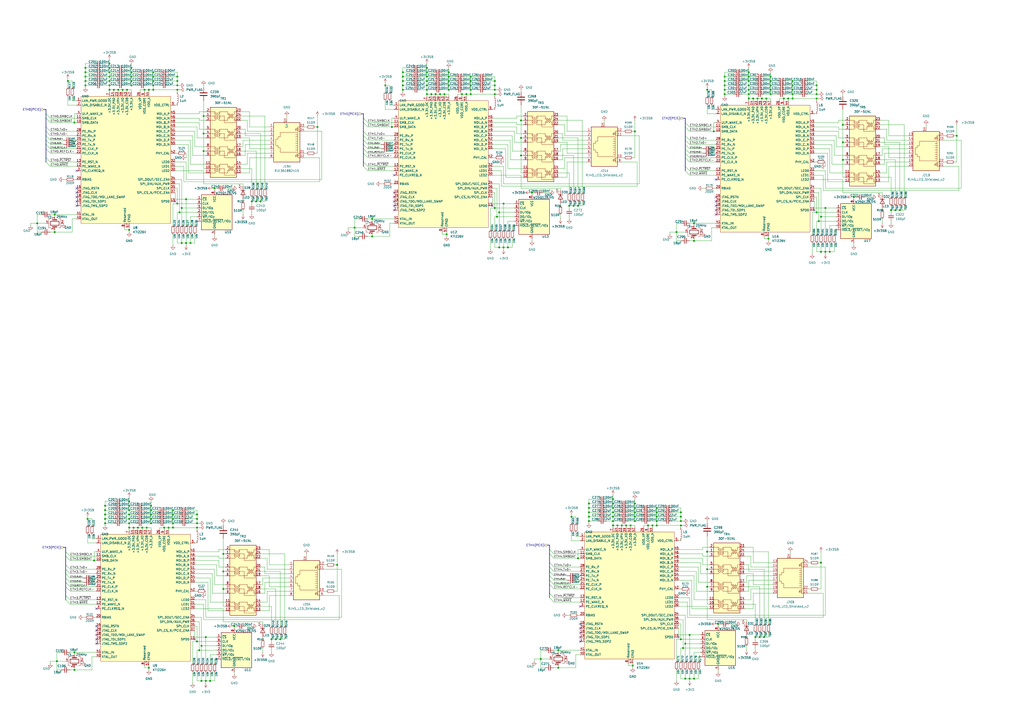
<source format=kicad_sch>
(kicad_sch (version 20250114) (generator "eeschema") (generator_version "9.0")
  (paper "A2")
  (junction (at 49.53 41.91))
  (junction (at 76.2 41.91))
  (junction (at 355.6 289.56))
  (junction (at 375.92 304.8))
  (junction (at 434.34 57.15))
  (junction (at 31.75 134.62))
  (junction (at 416.56 361.95))
  (junction (at 394.97 299.72))
  (junction (at 102.87 44.45))
  (junction (at 76.2 44.45))
  (junction (at 74.93 133.35))
  (junction (at 478.79 146.05))
  (junction (at 88.9 44.45))
  (junction (at 260.35 44.45))
  (junction (at 49.53 44.45))
  (junction (at 71.12 52.07))
  (junction (at 289.56 143.51))
  (junction (at 87.63 298.45))
  (junction (at 381 299.72))
  (junction (at 114.3 306.07))
  (junction (at 341.63 292.1))
  (junction (at 100.33 306.07))
  (junction (at 85.09 306.07))
  (junction (at 439.42 57.15))
  (junction (at 323.85 387.35))
  (junction (at 102.87 46.99))
  (junction (at 323.85 377.19))
  (junction (at 335.28 119.38))
  (junction (at 474.98 128.27))
  (junction (at 63.5 39.37))
  (junction (at 368.3 299.72))
  (junction (at 233.68 44.45))
  (junction (at 516.89 121.92))
  (junction (at 157.48 370.84))
  (junction (at 313.69 382.27))
  (junction (at 115.57 377.19))
  (junction (at 288.29 125.73))
  (junction (at 88.9 49.53))
  (junction (at 302.26 90.17))
  (junction (at 289.56 123.19))
  (junction (at 368.3 76.2))
  (junction (at 43.18 378.46))
  (junction (at 335.28 323.85))
  (junction (at 302.26 80.01))
  (junction (at 184.15 73.66))
  (junction (at 63.5 41.91))
  (junction (at 473.71 57.15))
  (junction (at 447.04 46.99))
  (junction (at 31.75 124.46))
  (junction (at 247.65 41.91))
  (junction (at 420.37 54.61))
  (junction (at 294.64 143.51))
  (junction (at 87.63 293.37))
  (junction (at 129.54 341.63))
  (junction (at 107.95 140.97))
  (junction (at 459.74 52.07))
  (junction (at 381 304.8))
  (junction (at 63.5 49.53))
  (junction (at 74.93 303.53))
  (junction (at 444.5 57.15))
  (junction (at 434.34 49.53))
  (junction (at 394.97 304.8))
  (junction (at 420.37 49.53))
  (junction (at 227.33 73.66))
  (junction (at 420.37 46.99))
  (junction (at 129.54 331.47))
  (junction (at 420.37 44.45))
  (junction (at 68.58 52.07))
  (junction (at 87.63 295.91))
  (junction (at 76.2 49.53))
  (junction (at 368.3 292.1))
  (junction (at 410.21 340.36))
  (junction (at 400.05 393.7))
  (junction (at 396.24 375.92))
  (junction (at 414.02 76.2))
  (junction (at 43.18 388.62))
  (junction (at 476.25 146.05))
  (junction (at 86.36 387.35))
  (junction (at 87.63 303.53))
  (junction (at 223.52 49.53))
  (junction (at 308.61 111.76))
  (junction (at 233.68 52.07))
  (junction (at 247.65 54.61))
  (junction (at 355.6 297.18))
  (junction (at 260.35 46.99))
  (junction (at 160.02 370.84))
  (junction (at 270.51 54.61))
  (junction (at 368.3 297.18))
  (junction (at 60.96 300.99))
  (junction (at 80.01 306.07))
  (junction (at 66.04 52.07))
  (junction (at 74.93 290.83))
  (junction (at 292.1 143.51))
  (junction (at 434.34 52.07))
  (junction (at 100.33 298.45))
  (junction (at 392.43 134.62))
  (junction (at 519.43 121.92))
  (junction (at 473.71 52.07))
  (junction (at 114.3 300.99))
  (junction (at 102.87 118.11))
  (junction (at 88.9 41.91))
  (junction (at 250.19 54.61))
  (junction (at 445.77 138.43))
  (junction (at 114.3 303.53))
  (junction (at 488.95 82.55))
  (junction (at 400.05 368.3))
  (junction (at 119.38 394.97))
  (junction (at 447.04 54.61))
  (junction (at 355.6 304.8))
  (junction (at 124.46 109.22))
  (junction (at 287.02 49.53))
  (junction (at 260.35 52.07))
  (junction (at 358.14 304.8))
  (junction (at 454.66 57.15))
  (junction (at 110.49 140.97))
  (junction (at 100.33 295.91))
  (junction (at 273.05 46.99))
  (junction (at 381 297.18))
  (junction (at 378.46 304.8))
  (junction (at 119.38 369.57))
  (junction (at 410.21 52.07))
  (junction (at 74.93 300.99))
  (junction (at 355.6 292.1))
  (junction (at 247.65 44.45))
  (junction (at 252.73 54.61))
  (junction (at 83.82 52.07))
  (junction (at 459.74 46.99))
  (junction (at 410.21 330.2))
  (junction (at 148.59 116.84))
  (junction (at 287.02 46.99))
  (junction (at 105.41 120.65))
  (junction (at 63.5 44.45))
  (junction (at 355.6 294.64))
  (junction (at 233.68 49.53))
  (junction (at 116.84 374.65))
  (junction (at 397.51 393.7))
  (junction (at 554.99 78.74))
  (junction (at 63.5 52.07))
  (junction (at 74.93 295.91))
  (junction (at 365.76 304.8))
  (junction (at 267.97 54.61))
  (junction (at 302.26 69.85))
  (junction (at 402.59 129.54))
  (junction (at 233.68 46.99))
  (junction (at 195.58 327.66))
  (junction (at 95.25 306.07))
  (junction (at 488.95 72.39))
  (junction (at 473.71 54.61))
  (junction (at 363.22 304.8))
  (junction (at 82.55 306.07))
  (junction (at 102.87 49.53))
  (junction (at 39.37 46.99))
  (junction (at 341.63 302.26))
  (junction (at 129.54 321.31))
  (junction (at 447.04 49.53))
  (junction (at 394.97 297.18))
  (junction (at 457.2 57.15))
  (junction (at 332.74 119.38))
  (junction (at 49.53 49.53))
  (junction (at 74.93 298.45))
  (junction (at 381 294.64))
  (junction (at 394.97 302.26))
  (junction (at 257.81 54.61))
  (junction (at 114.3 372.11))
  (junction (at 341.63 297.18))
  (junction (at 355.6 299.72))
  (junction (at 54.61 325.12))
  (junction (at 436.88 57.15))
  (junction (at 247.65 49.53))
  (junction (at 49.53 46.99))
  (junction (at 434.34 41.91))
  (junction (at 434.34 46.99))
  (junction (at 100.33 300.99))
  (junction (at 368.3 302.26))
  (junction (at 330.2 119.38))
  (junction (at 135.89 363.22))
  (junction (at 368.3 294.64))
  (junction (at 367.03 386.08))
  (junction (at 60.96 293.37))
  (junction (at 495.3 114.3))
  (junction (at 434.34 44.45))
  (junction (at 255.27 54.61))
  (junction (at 97.79 306.07))
  (junction (at 87.63 300.99))
  (junction (at 60.96 303.53))
  (junction (at 162.56 370.84))
  (junction (at 76.2 39.37))
  (junction (at 292.1 118.11))
  (junction (at 478.79 120.65))
  (junction (at 260.35 49.53))
  (junction (at 521.97 121.92))
  (junction (at 74.93 293.37))
  (junction (at 21.59 129.54))
  (junction (at 50.8 300.99))
  (junction (at 273.05 52.07))
  (junction (at 459.74 57.15))
  (junction (at 233.68 41.91))
  (junction (at 481.33 146.05))
  (junction (at 441.96 57.15))
  (junction (at 447.04 52.07))
  (junction (at 247.65 39.37))
  (junction (at 105.41 140.97))
  (junction (at 394.97 370.84))
  (junction (at 381 302.26))
  (junction (at 447.04 44.45))
  (junction (at 259.08 135.89))
  (junction (at 260.35 41.91))
  (junction (at 49.53 39.37))
  (junction (at 355.6 302.26))
  (junction (at 397.51 373.38))
  (junction (at 88.9 46.99))
  (junction (at 473.71 123.19))
  (junction (at 287.02 120.65))
  (junction (at 331.47 299.72))
  (junction (at 60.96 295.91))
  (junction (at 76.2 46.99))
  (junction (at 440.69 369.57))
  (junction (at 121.92 394.97))
  (junction (at 341.63 294.64))
  (junction (at 273.05 44.45))
  (junction (at 118.11 67.31))
  (junction (at 476.25 125.73))
  (junction (at 104.14 123.19))
  (junction (at 488.95 92.71))
  (junction (at 118.11 87.63))
  (junction (at 63.5 46.99))
  (junction (at 410.21 320.04))
  (junction (at 107.95 115.57))
  (junction (at 116.84 394.97))
  (junction (at 473.71 49.53))
  (junction (at 33.02 383.54))
  (junction (at 476.25 326.39))
  (junction (at 118.11 77.47))
  (junction (at 402.59 393.7))
  (junction (at 438.15 369.57))
  (junction (at 402.59 139.7))
  (junction (at 443.23 369.57))
  (junction (at 86.36 52.07))
  (junction (at 287.02 52.07))
  (junction (at 287.02 54.61))
  (junction (at 114.3 298.45))
  (junction (at 73.66 52.07))
  (junction (at 74.93 306.07))
  (junction (at 43.18 71.12))
  (junction (at 420.37 52.07))
  (junction (at 459.74 49.53))
  (junction (at 434.34 54.61))
  (junction (at 215.9 127))
  (junction (at 341.63 299.72))
  (junction (at 273.05 54.61))
  (junction (at 273.05 49.53))
  (junction (at 102.87 52.07))
  (junction (at 77.47 306.07))
  (junction (at 459.74 54.61))
  (junction (at 146.05 116.84))
  (junction (at 88.9 52.07))
  (junction (at 360.68 304.8))
  (junction (at 151.13 116.84))
  (junction (at 60.96 298.45))
  (junction (at 247.65 52.07))
  (junction (at 100.33 303.53))
  (junction (at 247.65 46.99))
  (junction (at 215.9 137.16))
  (junction (at 63.5 36.83))
  (junction (at 205.74 132.08))
  (no_connect (at 415.29 116.84))
  (no_connect (at 55.88 353.06))
  (no_connect (at 44.45 119.38))
  (no_connect (at 55.88 365.76))
  (no_connect (at 55.88 368.3))
  (no_connect (at 415.29 124.46))
  (no_connect (at 415.29 121.92))
  (no_connect (at 113.03 370.84))
  (no_connect (at 44.45 99.06))
  (no_connect (at 415.29 114.3))
  (no_connect (at 393.7 369.57))
  (no_connect (at 228.6 119.38))
  (no_connect (at 228.6 114.3))
  (no_connect (at 44.45 111.76))
  (no_connect (at 415.29 119.38))
  (no_connect (at 336.55 367.03))
  (no_connect (at 44.45 109.22))
  (no_connect (at 285.75 119.38))
  (no_connect (at 415.29 104.14))
  (no_connect (at 44.45 116.84))
  (no_connect (at 336.55 364.49))
  (no_connect (at 55.88 373.38))
  (no_connect (at 228.6 111.76))
  (no_connect (at 336.55 372.11))
  (no_connect (at 55.88 370.84))
  (no_connect (at 472.44 121.92))
  (no_connect (at 336.55 351.79))
  (no_connect (at 228.6 101.6))
  (no_connect (at 101.6 116.84))
  (no_connect (at 55.88 363.22))
  (no_connect (at 44.45 114.3))
  (no_connect (at 228.6 121.92))
  (no_connect (at 228.6 116.84))
  (no_connect (at 336.55 361.95))
  (no_connect (at 336.55 369.57))
  (bus_entry (at 318.77 334.01) (size 2.54 2.54))
  (bus_entry (at 210.82 68.58) (size 2.54 2.54))
  (bus_entry (at 26.67 83.82) (size 2.54 2.54))
  (bus_entry (at 26.67 78.74) (size 2.54 2.54))
  (bus_entry (at 210.82 86.36) (size 2.54 2.54))
  (bus_entry (at 38.1 337.82) (size 2.54 2.54))
  (bus_entry (at 318.77 321.31) (size 2.54 2.54))
  (bus_entry (at 38.1 327.66) (size 2.54 2.54))
  (bus_entry (at 318.77 336.55) (size 2.54 2.54))
  (bus_entry (at 397.51 71.12) (size 2.54 2.54))
  (bus_entry (at 210.82 78.74) (size 2.54 2.54))
  (bus_entry (at 210.82 93.98) (size 2.54 2.54))
  (bus_entry (at 210.82 88.9) (size 2.54 2.54))
  (bus_entry (at 397.51 96.52) (size 2.54 2.54))
  (bus_entry (at 318.77 346.71) (size 2.54 2.54))
  (bus_entry (at 318.77 339.09) (size 2.54 2.54))
  (bus_entry (at 210.82 71.12) (size 2.54 2.54))
  (bus_entry (at 397.51 81.28) (size 2.54 2.54))
  (bus_entry (at 210.82 83.82) (size 2.54 2.54))
  (bus_entry (at 397.51 88.9) (size 2.54 2.54))
  (bus_entry (at 38.1 335.28) (size 2.54 2.54))
  (bus_entry (at 318.77 331.47) (size 2.54 2.54))
  (bus_entry (at 38.1 332.74) (size 2.54 2.54))
  (bus_entry (at 26.67 81.28) (size 2.54 2.54))
  (bus_entry (at 397.51 83.82) (size 2.54 2.54))
  (bus_entry (at 26.67 73.66) (size 2.54 2.54))
  (bus_entry (at 210.82 96.52) (size 2.54 2.54))
  (bus_entry (at 38.1 340.36) (size 2.54 2.54))
  (bus_entry (at 26.67 76.2) (size 2.54 2.54))
  (bus_entry (at 318.77 344.17) (size 2.54 2.54))
  (bus_entry (at 397.51 99.06) (size 2.54 2.54))
  (bus_entry (at 210.82 81.28) (size 2.54 2.54))
  (bus_entry (at 397.51 86.36) (size 2.54 2.54))
  (bus_entry (at 26.67 91.44) (size 2.54 2.54))
  (bus_entry (at 26.67 86.36) (size 2.54 2.54))
  (bus_entry (at 26.67 66.04) (size 2.54 2.54))
  (bus_entry (at 397.51 73.66) (size 2.54 2.54))
  (bus_entry (at 38.1 345.44) (size 2.54 2.54))
  (bus_entry (at 397.51 91.44) (size 2.54 2.54))
  (bus_entry (at 38.1 320.04) (size 2.54 2.54))
  (bus_entry (at 318.77 318.77) (size 2.54 2.54))
  (bus_entry (at 26.67 68.58) (size 2.54 2.54))
  (bus_entry (at 26.67 93.98) (size 2.54 2.54))
  (bus_entry (at 38.1 322.58) (size 2.54 2.54))
  (bus_entry (at 318.77 328.93) (size 2.54 2.54))
  (bus_entry (at 38.1 330.2) (size 2.54 2.54))
  (bus_entry (at 318.77 326.39) (size 2.54 2.54))
  (bus_entry (at 38.1 347.98) (size 2.54 2.54))
  (bus_entry (at 397.51 78.74) (size 2.54 2.54))
  (bus_entry (at 210.82 76.2) (size 2.54 2.54))
  (wire (pts (xy 113.03 363.22) (xy 114.3 363.22)))
  (bus (pts (xy 209.55 66.04) (xy 210.82 66.04)))
  (wire (pts (xy 40.64 332.74) (xy 55.88 332.74)))
  (bus (pts (xy 26.67 78.74) (xy 26.67 81.28)))
  (wire (pts (xy 482.6 95.25) (xy 490.22 95.25)))
  (wire (pts (xy 29.21 86.36) (xy 44.45 86.36)))
  (wire (pts (xy 441.96 57.15) (xy 444.5 57.15)))
  (wire (pts (xy 392.43 139.7) (xy 392.43 134.62)))
  (wire (pts (xy 316.23 377.19) (xy 313.69 377.19)))
  (wire (pts (xy 547.37 81.28) (xy 557.53 81.28)))
  (wire (pts (xy 331.47 299.72) (xy 331.47 303.53)))
  (wire (pts (xy 394.97 297.18) (xy 394.97 299.72)))
  (wire (pts (xy 355.6 294.64) (xy 359.41 294.64)))
  (wire (pts (xy 488.95 82.55) (xy 488.95 92.71)))
  (wire (pts (xy 420.37 54.61) (xy 420.37 52.07)))
  (wire (pts (xy 515.62 105.41) (xy 515.62 96.52)))
  (wire (pts (xy 481.33 86.36) (xy 481.33 100.33)))
  (wire (pts (xy 24.13 134.62) (xy 21.59 134.62)))
  (bus (pts (xy 38.1 320.04) (xy 38.1 322.58)))
  (wire (pts (xy 119.38 394.97) (xy 121.92 394.97)))
  (wire (pts (xy 435.61 322.58) (xy 435.61 328.93)))
  (wire (pts (xy 63.5 52.07) (xy 63.5 53.34)))
  (wire (pts (xy 137.16 363.22) (xy 135.89 363.22)))
  (wire (pts (xy 119.38 358.14) (xy 119.38 347.98)))
  (wire (pts (xy 101.6 76.2) (xy 113.03 76.2)))
  (wire (pts (xy 189.23 327.66) (xy 187.96 327.66)))
  (wire (pts (xy 223.52 48.26) (xy 223.52 49.53)))
  (wire (pts (xy 473.71 57.15) (xy 474.98 57.15)))
  (wire (pts (xy 60.96 295.91) (xy 60.96 293.37)))
  (wire (pts (xy 434.34 41.91) (xy 430.53 41.91)))
  (wire (pts (xy 43.18 71.12) (xy 43.18 66.04)))
  (wire (pts (xy 129.54 360.68) (xy 152.4 360.68)))
  (wire (pts (xy 95.25 306.07) (xy 95.25 307.34)))
  (wire (pts (xy 106.68 105.41) (xy 185.42 105.41)))
  (wire (pts (xy 513.08 83.82) (xy 527.05 83.82)))
  (wire (pts (xy 410.21 52.07) (xy 410.21 55.88)))
  (bus (pts (xy 210.82 68.58) (xy 210.82 71.12)))
  (wire (pts (xy 88.9 46.99) (xy 85.09 46.99)))
  (wire (pts (xy 40.64 335.28) (xy 48.26 335.28)))
  (wire (pts (xy 247.65 54.61) (xy 247.65 55.88)))
  (wire (pts (xy 321.31 334.01) (xy 328.93 334.01)))
  (bus (pts (xy 38.1 345.44) (xy 38.1 347.98)))
  (wire (pts (xy 313.69 377.19) (xy 313.69 382.27)))
  (wire (pts (xy 483.87 90.17) (xy 490.22 90.17)))
  (wire (pts (xy 21.59 129.54) (xy 17.78 129.54)))
  (wire (pts (xy 151.13 77.47) (xy 151.13 109.22)))
  (wire (pts (xy 59.69 44.45) (xy 63.5 44.45)))
  (wire (pts (xy 402.59 347.98) (xy 411.48 347.98)))
  (wire (pts (xy 381 304.8) (xy 394.97 304.8)))
  (bus (pts (xy 26.67 81.28) (xy 26.67 83.82)))
  (wire (pts (xy 114.3 389.89) (xy 114.3 394.97)))
  (wire (pts (xy 273.05 46.99) (xy 269.24 46.99)))
  (wire (pts (xy 511.81 90.17) (xy 511.81 86.36)))
  (wire (pts (xy 488.95 82.55) (xy 490.22 82.55)))
  (bus (pts (xy 318.77 318.77) (xy 318.77 321.31)))
  (wire (pts (xy 76.2 52.07) (xy 76.2 53.34)))
  (wire (pts (xy 510.54 69.85) (xy 515.62 69.85)))
  (wire (pts (xy 393.7 321.31) (xy 407.67 321.31)))
  (bus (pts (xy 38.1 340.36) (xy 38.1 345.44)))
  (wire (pts (xy 368.3 289.56) (xy 368.3 292.1)))
  (wire (pts (xy 458.47 320.04) (xy 458.47 321.31)))
  (wire (pts (xy 473.71 123.19) (xy 471.17 123.19)))
  (wire (pts (xy 323.85 80.01) (xy 335.28 80.01)))
  (wire (pts (xy 459.74 49.53) (xy 463.55 49.53)))
  (wire (pts (xy 420.37 52.07) (xy 420.37 49.53)))
  (wire (pts (xy 256.54 41.91) (xy 260.35 41.91)))
  (wire (pts (xy 394.97 139.7) (xy 392.43 139.7)))
  (wire (pts (xy 213.36 86.36) (xy 220.98 86.36)))
  (bus (pts (xy 397.51 71.12) (xy 397.51 73.66)))
  (wire (pts (xy 29.21 68.58) (xy 44.45 68.58)))
  (wire (pts (xy 118.11 58.42) (xy 118.11 67.31)))
  (wire (pts (xy 144.78 86.36) (xy 156.21 86.36)))
  (bus (pts (xy 318.77 326.39) (xy 318.77 328.93)))
  (wire (pts (xy 447.04 44.45) (xy 447.04 46.99)))
  (wire (pts (xy 294.64 143.51) (xy 297.18 143.51)))
  (wire (pts (xy 129.54 331.47) (xy 130.81 331.47)))
  (wire (pts (xy 459.74 52.07) (xy 463.55 52.07)))
  (wire (pts (xy 60.96 300.99) (xy 60.96 298.45)))
  (wire (pts (xy 434.34 57.15) (xy 436.88 57.15)))
  (wire (pts (xy 257.81 54.61) (xy 257.81 55.88)))
  (bus (pts (xy 397.51 68.58) (xy 397.51 71.12)))
  (wire (pts (xy 547.37 93.98) (xy 548.64 93.98)))
  (wire (pts (xy 144.78 91.44) (xy 156.21 91.44)))
  (wire (pts (xy 124.46 389.89) (xy 124.46 394.97)))
  (bus (pts (xy 26.67 68.58) (xy 26.67 73.66)))
  (wire (pts (xy 288.29 125.73) (xy 287.02 125.73)))
  (wire (pts (xy 439.42 57.15) (xy 439.42 58.42)))
  (wire (pts (xy 515.62 78.74) (xy 527.05 78.74)))
  (wire (pts (xy 293.37 102.87) (xy 303.53 102.87)))
  (wire (pts (xy 514.35 74.93) (xy 514.35 81.28)))
  (wire (pts (xy 430.53 49.53) (xy 434.34 49.53)))
  (wire (pts (xy 441.96 57.15) (xy 441.96 58.42)))
  (wire (pts (xy 54.61 325.12) (xy 54.61 320.04)))
  (wire (pts (xy 410.21 320.04) (xy 410.21 330.2)))
  (bus (pts (xy 317.5 316.23) (xy 318.77 316.23)))
  (wire (pts (xy 486.41 71.12) (xy 486.41 69.85)))
  (wire (pts (xy 85.09 306.07) (xy 87.63 306.07)))
  (wire (pts (xy 381 304.8) (xy 381 302.26)))
  (wire (pts (xy 297.18 138.43) (xy 297.18 143.51)))
  (wire (pts (xy 303.53 69.85) (xy 302.26 69.85)))
  (wire (pts (xy 71.12 303.53) (xy 74.93 303.53)))
  (bus (pts (xy 210.82 76.2) (xy 210.82 78.74)))
  (wire (pts (xy 140.97 121.92) (xy 140.97 124.46)))
  (wire (pts (xy 201.93 132.08) (xy 201.93 133.35)))
  (wire (pts (xy 127 325.12) (xy 127 328.93)))
  (wire (pts (xy 129.54 304.8) (xy 129.54 303.53)))
  (wire (pts (xy 40.64 347.98) (xy 55.88 347.98)))
  (wire (pts (xy 472.44 88.9) (xy 480.06 88.9)))
  (wire (pts (xy 476.25 109.22) (xy 476.25 125.73)))
  (wire (pts (xy 119.38 369.57) (xy 119.38 384.81)))
  (wire (pts (xy 107.95 142.24) (xy 107.95 140.97)))
  (wire (pts (xy 321.31 341.63) (xy 336.55 341.63)))
  (bus (pts (xy 38.1 317.5) (xy 38.1 320.04)))
  (wire (pts (xy 88.9 41.91) (xy 92.71 41.91)))
  (wire (pts (xy 323.85 87.63) (xy 325.12 87.63)))
  (wire (pts (xy 48.26 358.14) (xy 49.53 358.14)))
  (wire (pts (xy 227.33 106.68) (xy 228.6 106.68)))
  (wire (pts (xy 100.33 295.91) (xy 96.52 295.91)))
  (bus (pts (xy 397.51 73.66) (xy 397.51 78.74)))
  (wire (pts (xy 410.21 52.07) (xy 412.75 52.07)))
  (wire (pts (xy 321.31 331.47) (xy 336.55 331.47)))
  (wire (pts (xy 109.22 300.99) (xy 114.3 300.99)))
  (wire (pts (xy 438.15 350.52) (xy 438.15 361.95)))
  (wire (pts (xy 367.03 91.44) (xy 368.3 91.44)))
  (wire (pts (xy 121.92 349.25) (xy 130.81 349.25)))
  (wire (pts (xy 308.61 138.43) (xy 308.61 139.7)))
  (wire (pts (xy 485.14 85.09) (xy 490.22 85.09)))
  (wire (pts (xy 381 299.72) (xy 381 297.18)))
  (wire (pts (xy 378.46 304.8) (xy 378.46 306.07)))
  (wire (pts (xy 100.33 300.99) (xy 96.52 300.99)))
  (wire (pts (xy 332.74 90.17) (xy 332.74 111.76)))
  (wire (pts (xy 151.13 341.63) (xy 160.02 341.63)))
  (wire (pts (xy 420.37 44.45) (xy 420.37 41.91)))
  (wire (pts (xy 273.05 52.07) (xy 273.05 49.53)))
  (wire (pts (xy 298.45 128.27) (xy 294.64 128.27)))
  (wire (pts (xy 101.6 71.12) (xy 115.57 71.12)))
  (wire (pts (xy 81.28 53.34) (xy 81.28 52.07)))
  (wire (pts (xy 247.65 49.53) (xy 247.65 46.99)))
  (wire (pts (xy 454.66 57.15) (xy 454.66 58.42)))
  (wire (pts (xy 87.63 293.37) (xy 87.63 295.91)))
  (wire (pts (xy 393.7 361.95) (xy 394.97 361.95)))
  (wire (pts (xy 124.46 330.2) (xy 124.46 339.09)))
  (wire (pts (xy 109.22 295.91) (xy 114.3 295.91)))
  (wire (pts (xy 358.14 304.8) (xy 358.14 306.07)))
  (wire (pts (xy 233.68 52.07) (xy 233.68 49.53)))
  (wire (pts (xy 394.97 370.84) (xy 406.4 370.84)))
  (wire (pts (xy 43.18 378.46) (xy 43.18 379.73)))
  (wire (pts (xy 104.14 49.53) (xy 102.87 49.53)))
  (wire (pts (xy 60.96 298.45) (xy 66.04 298.45)))
  (wire (pts (xy 488.95 111.76) (xy 511.81 111.76)))
  (wire (pts (xy 414.02 76.2) (xy 415.29 76.2)))
  (wire (pts (xy 285.75 109.22) (xy 288.29 109.22)))
  (wire (pts (xy 76.2 36.83) (xy 76.2 39.37)))
  (wire (pts (xy 152.4 360.68) (xy 152.4 361.95)))
  (wire (pts (xy 323.85 67.31) (xy 328.93 67.31)))
  (wire (pts (xy 74.93 303.53) (xy 74.93 300.99)))
  (wire (pts (xy 483.87 81.28) (xy 483.87 90.17)))
  (wire (pts (xy 88.9 44.45) (xy 85.09 44.45)))
  (wire (pts (xy 213.36 99.06) (xy 228.6 99.06)))
  (wire (pts (xy 146.05 123.19) (xy 146.05 124.46)))
  (wire (pts (xy 510.54 105.41) (xy 515.62 105.41)))
  (wire (pts (xy 515.62 85.09) (xy 515.62 91.44)))
  (wire (pts (xy 247.65 46.99) (xy 247.65 44.45)))
  (wire (pts (xy 260.35 41.91) (xy 260.35 44.45)))
  (wire (pts (xy 521.97 82.55) (xy 521.97 114.3)))
  (wire (pts (xy 66.04 52.07) (xy 68.58 52.07)))
  (wire (pts (xy 260.35 49.53) (xy 260.35 52.07)))
  (wire (pts (xy 102.87 60.96) (xy 101.6 60.96)))
  (wire (pts (xy 139.7 77.47) (xy 151.13 77.47)))
  (wire (pts (xy 74.93 295.91) (xy 78.74 295.91)))
  (wire (pts (xy 76.2 44.45) (xy 76.2 46.99)))
  (wire (pts (xy 41.91 58.42) (xy 44.45 58.42)))
  (wire (pts (xy 74.93 295.91) (xy 71.12 295.91)))
  (bus (pts (xy 318.77 331.47) (xy 318.77 334.01)))
  (wire (pts (xy 434.34 49.53) (xy 434.34 46.99)))
  (wire (pts (xy 285.75 118.11) (xy 292.1 118.11)))
  (wire (pts (xy 472.44 111.76) (xy 474.98 111.76)))
  (wire (pts (xy 294.64 97.79) (xy 303.53 97.79)))
  (wire (pts (xy 488.95 102.87) (xy 490.22 102.87)))
  (wire (pts (xy 77.47 306.07) (xy 77.47 307.34)))
  (wire (pts (xy 445.77 138.43) (xy 445.77 139.7)))
  (wire (pts (xy 74.93 288.29) (xy 74.93 290.83)))
  (wire (pts (xy 24.13 124.46) (xy 21.59 124.46)))
  (wire (pts (xy 140.97 85.09) (xy 140.97 81.28)))
  (wire (pts (xy 295.91 81.28) (xy 295.91 92.71)))
  (wire (pts (xy 396.24 375.92) (xy 406.4 375.92)))
  (wire (pts (xy 113.03 128.27) (xy 113.03 130.81)))
  (wire (pts (xy 431.8 347.98) (xy 435.61 347.98)))
  (wire (pts (xy 420.37 49.53) (xy 425.45 49.53)))
  (wire (pts (xy 40.64 350.52) (xy 55.88 350.52)))
  (wire (pts (xy 341.63 302.26) (xy 341.63 299.72)))
  (wire (pts (xy 406.4 332.74) (xy 411.48 332.74)))
  (wire (pts (xy 438.15 369.57) (xy 438.15 370.84)))
  (wire (pts (xy 220.98 106.68) (xy 222.25 106.68)))
  (wire (pts (xy 247.65 44.45) (xy 243.84 44.45)))
  (wire (pts (xy 510.54 95.25) (xy 513.08 95.25)))
  (wire (pts (xy 288.29 109.22) (xy 288.29 125.73)))
  (wire (pts (xy 123.19 109.22) (xy 124.46 109.22)))
  (wire (pts (xy 83.82 386.08) (xy 83.82 387.35)))
  (wire (pts (xy 476.25 146.05) (xy 478.79 146.05)))
  (wire (pts (xy 326.39 92.71) (xy 326.39 86.36)))
  (wire (pts (xy 511.81 127) (xy 511.81 129.54)))
  (wire (pts (xy 100.33 303.53) (xy 96.52 303.53)))
  (wire (pts (xy 255.27 54.61) (xy 255.27 55.88)))
  (wire (pts (xy 337.82 69.85) (xy 337.82 111.76)))
  (wire (pts (xy 118.11 67.31) (xy 118.11 77.47)))
  (wire (pts (xy 110.49 81.28) (xy 110.49 95.25)))
  (wire (pts (xy 116.84 374.65) (xy 125.73 374.65)))
  (wire (pts (xy 88.9 52.07) (xy 88.9 49.53)))
  (wire (pts (xy 321.31 346.71) (xy 336.55 346.71)))
  (wire (pts (xy 39.37 45.72) (xy 39.37 46.99)))
  (wire (pts (xy 74.93 293.37) (xy 78.74 293.37)))
  (wire (pts (xy 447.04 57.15) (xy 447.04 58.42)))
  (wire (pts (xy 323.85 72.39) (xy 327.66 72.39)))
  (wire (pts (xy 127 318.77) (xy 130.81 318.77)))
  (wire (pts (xy 326.39 77.47) (xy 326.39 81.28)))
  (wire (pts (xy 49.53 44.45) (xy 54.61 44.45)))
  (wire (pts (xy 257.81 54.61) (xy 260.35 54.61)))
  (wire (pts (xy 420.37 49.53) (xy 420.37 46.99)))
  (wire (pts (xy 394.97 313.69) (xy 393.7 313.69)))
  (wire (pts (xy 129.54 341.63) (xy 130.81 341.63)))
  (wire (pts (xy 331.47 298.45) (xy 331.47 299.72)))
  (wire (pts (xy 341.63 297.18) (xy 341.63 294.64)))
  (wire (pts (xy 101.6 115.57) (xy 107.95 115.57)))
  (wire (pts (xy 156.21 340.36) (xy 167.64 340.36)))
  (wire (pts (xy 125.73 109.22) (xy 124.46 109.22)))
  (wire (pts (xy 151.13 323.85) (xy 154.94 323.85)))
  (wire (pts (xy 260.35 54.61) (xy 260.35 55.88)))
  (wire (pts (xy 397.51 356.87) (xy 397.51 373.38)))
  (wire (pts (xy 74.93 298.45) (xy 78.74 298.45)))
  (wire (pts (xy 113.03 342.9) (xy 114.3 342.9)))
  (wire (pts (xy 486.41 74.93) (xy 490.22 74.93)))
  (wire (pts (xy 215.9 127) (xy 228.6 127)))
  (wire (pts (xy 95.25 306.07) (xy 97.79 306.07)))
  (bus (pts (xy 397.51 91.44) (xy 397.51 96.52)))
  (wire (pts (xy 143.51 95.25) (xy 143.51 88.9)))
  (wire (pts (xy 473.71 46.99) (xy 473.71 49.53)))
  (wire (pts (xy 255.27 54.61) (xy 257.81 54.61)))
  (wire (pts (xy 227.33 68.58) (xy 228.6 68.58)))
  (wire (pts (xy 478.79 120.65) (xy 485.14 120.65)))
  (wire (pts (xy 292.1 144.78) (xy 292.1 143.51)))
  (wire (pts (xy 54.61 358.14) (xy 55.88 358.14)))
  (wire (pts (xy 400.05 388.62) (xy 400.05 393.7)))
  (wire (pts (xy 227.33 73.66) (xy 227.33 68.58)))
  (wire (pts (xy 113.03 327.66) (xy 125.73 327.66)))
  (wire (pts (xy 153.67 114.3) (xy 153.67 116.84)))
  (wire (pts (xy 53.34 312.42) (xy 55.88 312.42)))
  (wire (pts (xy 116.84 374.65) (xy 116.84 384.81)))
  (wire (pts (xy 332.74 116.84) (xy 332.74 119.38)))
  (wire (pts (xy 100.33 300.99) (xy 100.33 298.45)))
  (wire (pts (xy 368.3 299.72) (xy 372.11 299.72)))
  (wire (pts (xy 510.54 72.39) (xy 524.51 72.39)))
  (wire (pts (xy 63.5 41.91) (xy 63.5 39.37)))
  (wire (pts (xy 74.93 132.08) (xy 74.93 133.35)))
  (wire (pts (xy 273.05 52.07) (xy 269.24 52.07)))
  (wire (pts (xy 101.6 66.04) (xy 115.57 66.04)))
  (wire (pts (xy 490.22 72.39) (xy 488.95 72.39)))
  (wire (pts (xy 74.93 300.99) (xy 74.93 298.45)))
  (wire (pts (xy 459.74 49.53) (xy 459.74 46.99)))
  (wire (pts (xy 474.98 54.61) (xy 473.71 54.61)))
  (wire (pts (xy 43.18 378.46) (xy 55.88 378.46)))
  (wire (pts (xy 115.57 66.04) (xy 115.57 64.77)))
  (wire (pts (xy 436.88 57.15) (xy 439.42 57.15)))
  (wire (pts (xy 326.39 86.36) (xy 340.36 86.36)))
  (wire (pts (xy 60.96 303.53) (xy 60.96 300.99)))
  (wire (pts (xy 318.77 382.27) (xy 313.69 382.27)))
  (wire (pts (xy 129.54 312.42) (xy 129.54 321.31)))
  (wire (pts (xy 321.31 323.85) (xy 335.28 323.85)))
  (wire (pts (xy 154.94 342.9) (xy 167.64 342.9)))
  (wire (pts (xy 402.59 393.7) (xy 405.13 393.7)))
  (wire (pts (xy 431.8 330.2) (xy 443.23 330.2)))
  (wire (pts (xy 477.52 101.6) (xy 472.44 101.6)))
  (wire (pts (xy 434.34 57.15) (xy 434.34 54.61)))
  (wire (pts (xy 406.4 326.39) (xy 406.4 332.74)))
  (wire (pts (xy 323.85 92.71) (xy 326.39 92.71)))
  (wire (pts (xy 107.95 140.97) (xy 110.49 140.97)))
  (wire (pts (xy 287.02 63.5) (xy 285.75 63.5)))
  (wire (pts (xy 431.8 327.66) (xy 434.34 327.66)))
  (wire (pts (xy 102.87 118.11) (xy 100.33 118.11)))
  (wire (pts (xy 367.03 384.81) (xy 367.03 386.08)))
  (wire (pts (xy 501.65 114.3) (xy 505.46 114.3)))
  (wire (pts (xy 285.75 106.68) (xy 289.56 106.68)))
  (bus (pts (xy 397.51 81.28) (xy 397.51 83.82)))
  (wire (pts (xy 83.82 303.53) (xy 87.63 303.53)))
  (wire (pts (xy 368.3 76.2) (xy 367.03 76.2)))
  (wire (pts (xy 287.02 120.65) (xy 284.48 120.65)))
  (wire (pts (xy 151.13 334.01) (xy 156.21 334.01)))
  (wire (pts (xy 121.92 389.89) (xy 121.92 394.97)))
  (wire (pts (xy 165.1 368.3) (xy 165.1 370.84)))
  (wire (pts (xy 454.66 57.15) (xy 457.2 57.15)))
  (bus (pts (xy 38.1 327.66) (xy 38.1 330.2)))
  (wire (pts (xy 447.04 46.99) (xy 450.85 46.99)))
  (wire (pts (xy 365.76 304.8) (xy 368.3 304.8)))
  (wire (pts (xy 260.35 44.45) (xy 264.16 44.45)))
  (wire (pts (xy 436.88 332.74) (xy 436.88 339.09)))
  (wire (pts (xy 256.54 49.53) (xy 260.35 49.53)))
  (wire (pts (xy 88.9 46.99) (xy 88.9 44.45)))
  (wire (pts (xy 553.72 93.98) (xy 554.99 93.98)))
  (wire (pts (xy 157.48 377.19) (xy 157.48 378.46)))
  (wire (pts (xy 50.8 309.88) (xy 50.8 314.96)))
  (wire (pts (xy 323.85 377.19) (xy 336.55 377.19)))
  (wire (pts (xy 468.63 344.17) (xy 477.52 344.17)))
  (wire (pts (xy 50.8 299.72) (xy 50.8 300.99)))
  (wire (pts (xy 118.11 87.63) (xy 118.11 97.79)))
  (wire (pts (xy 334.01 308.61) (xy 334.01 311.15)))
  (wire (pts (xy 445.77 369.57) (xy 443.23 369.57)))
  (wire (pts (xy 381 302.26) (xy 384.81 302.26)))
  (wire (pts (xy 434.34 46.99) (xy 438.15 46.99)))
  (wire (pts (xy 488.95 92.71) (xy 488.95 102.87)))
  (wire (pts (xy 299.72 71.12) (xy 299.72 72.39)))
  (wire (pts (xy 87.63 300.99) (xy 91.44 300.99)))
  (wire (pts (xy 323.85 82.55) (xy 328.93 82.55)))
  (wire (pts (xy 407.67 317.5) (xy 411.48 317.5)))
  (wire (pts (xy 63.5 52.07) (xy 66.04 52.07)))
  (wire (pts (xy 410.21 60.96) (xy 410.21 66.04)))
  (wire (pts (xy 153.67 116.84) (xy 151.13 116.84)))
  (wire (pts (xy 472.44 114.3) (xy 473.71 114.3)))
  (wire (pts (xy 472.44 109.22) (xy 476.25 109.22)))
  (wire (pts (xy 247.65 39.37) (xy 243.84 39.37)))
  (wire (pts (xy 381 294.64) (xy 377.19 294.64)))
  (wire (pts (xy 323.85 387.35) (xy 321.31 387.35)))
  (wire (pts (xy 468.63 52.07) (xy 473.71 52.07)))
  (wire (pts (xy 196.85 359.41) (xy 196.85 345.44)))
  (wire (pts (xy 473.71 146.05) (xy 476.25 146.05)))
  (wire (pts (xy 410.21 330.2) (xy 411.48 330.2)))
  (wire (pts (xy 101.6 83.82) (xy 109.22 83.82)))
  (wire (pts (xy 74.93 293.37) (xy 71.12 293.37)))
  (wire (pts (xy 40.64 342.9) (xy 55.88 342.9)))
  (wire (pts (xy 402.59 138.43) (xy 402.59 139.7)))
  (wire (pts (xy 287.02 125.73) (xy 287.02 133.35)))
  (wire (pts (xy 260.35 44.45) (xy 260.35 46.99)))
  (wire (pts (xy 97.79 306.07) (xy 100.33 306.07)))
  (wire (pts (xy 473.71 49.53) (xy 473.71 52.07)))
  (wire (pts (xy 49.53 49.53) (xy 49.53 46.99)))
  (wire (pts (xy 63.5 39.37) (xy 63.5 36.83)))
  (wire (pts (xy 74.93 293.37) (xy 74.93 290.83)))
  (wire (pts (xy 86.36 52.07) (xy 86.36 53.34)))
  (wire (pts (xy 434.34 57.15) (xy 434.34 58.42)))
  (wire (pts (xy 476.25 320.04) (xy 476.25 326.39)))
  (wire (pts (xy 92.71 307.34) (xy 92.71 306.07)))
  (wire (pts (xy 60.96 293.37) (xy 66.04 293.37)))
  (wire (pts (xy 139.7 69.85) (xy 143.51 69.85)))
  (wire (pts (xy 114.3 295.91) (xy 114.3 298.45)))
  (wire (pts (xy 313.69 387.35) (xy 313.69 382.27)))
  (wire (pts (xy 115.57 69.85) (xy 119.38 69.85)))
  (wire (pts (xy 76.2 46.99) (xy 80.01 46.99)))
  (wire (pts (xy 88.9 46.99) (xy 92.71 46.99)))
  (wire (pts (xy 63.5 41.91) (xy 67.31 41.91)))
  (wire (pts (xy 114.3 300.99) (xy 114.3 303.53)))
  (wire (pts (xy 166.37 67.31) (xy 166.37 68.58)))
  (wire (pts (xy 400.05 346.71) (xy 393.7 346.71)))
  (wire (pts (xy 21.59 124.46) (xy 21.59 129.54)))
  (bus (pts (xy 397.51 83.82) (xy 397.51 86.36)))
  (wire (pts (xy 402.59 139.7) (xy 412.75 139.7)))
  (wire (pts (xy 373.38 304.8) (xy 375.92 304.8)))
  (wire (pts (xy 83.82 298.45) (xy 87.63 298.45)))
  (wire (pts (xy 443.23 367.03) (xy 443.23 369.57)))
  (wire (pts (xy 157.48 368.3) (xy 157.48 370.84)))
  (wire (pts (xy 205.74 132.08) (xy 201.93 132.08)))
  (wire (pts (xy 88.9 44.45) (xy 88.9 41.91)))
  (wire (pts (xy 102.87 109.22) (xy 102.87 118.11)))
  (wire (pts (xy 299.72 72.39) (xy 303.53 72.39)))
  (wire (pts (xy 355.6 299.72) (xy 355.6 297.18)))
  (wire (pts (xy 294.64 83.82) (xy 294.64 97.79)))
  (wire (pts (xy 459.74 52.07) (xy 459.74 49.53)))
  (wire (pts (xy 113.03 76.2) (xy 113.03 85.09)))
  (wire (pts (xy 355.6 292.1) (xy 355.6 289.56)))
  (wire (pts (xy 76.2 46.99) (xy 76.2 49.53)))
  (wire (pts (xy 355.6 299.72) (xy 351.79 299.72)))
  (wire (pts (xy 323.85 102.87) (xy 328.93 102.87)))
  (wire (pts (xy 285.75 86.36) (xy 293.37 86.36)))
  (wire (pts (xy 407.67 323.85) (xy 407.67 327.66)))
  (wire (pts (xy 410.21 351.79) (xy 410.21 359.41)))
  (wire (pts (xy 115.57 303.53) (xy 114.3 303.53)))
  (wire (pts (xy 63.5 36.83) (xy 59.69 36.83)))
  (wire (pts (xy 187.96 345.44) (xy 196.85 345.44)))
  (wire (pts (xy 88.9 49.53) (xy 85.09 49.53)))
  (wire (pts (xy 88.9 44.45) (xy 92.71 44.45)))
  (wire (pts (xy 331.47 299.72) (xy 334.01 299.72)))
  (wire (pts (xy 120.65 354.33) (xy 130.81 354.33)))
  (wire (pts (xy 373.38 306.07) (xy 373.38 304.8)))
  (wire (pts (xy 215.9 137.16) (xy 213.36 137.16)))
  (wire (pts (xy 288.29 125.73) (xy 298.45 125.73)))
  (wire (pts (xy 434.34 54.61) (xy 438.15 54.61)))
  (wire (pts (xy 351.79 297.18) (xy 355.6 297.18)))
  (wire (pts (xy 289.56 123.19) (xy 289.56 133.35)))
  (wire (pts (xy 114.3 363.22) (xy 114.3 372.11)))
  (wire (pts (xy 110.49 95.25) (xy 119.38 95.25)))
  (wire (pts (xy 101.6 106.68) (xy 104.14 106.68)))
  (wire (pts (xy 104.14 123.19) (xy 114.3 123.19)))
  (wire (pts (xy 297.18 130.81) (xy 297.18 133.35)))
  (wire (pts (xy 114.3 73.66) (xy 114.3 80.01)))
  (wire (pts (xy 287.02 54.61) (xy 288.29 54.61)))
  (wire (pts (xy 233.68 49.53) (xy 238.76 49.53)))
  (wire (pts (xy 398.78 358.14) (xy 398.78 349.25)))
  (wire (pts (xy 247.65 54.61) (xy 247.65 52.07)))
  (wire (pts (xy 40.64 322.58) (xy 55.88 322.58)))
  (wire (pts (xy 290.83 107.95) (xy 369.57 107.95)))
  (wire (pts (xy 139.7 80.01) (xy 144.78 80.01)))
  (wire (pts (xy 102.87 52.07) (xy 104.14 52.07)))
  (wire (pts (xy 105.41 135.89) (xy 105.41 140.97)))
  (wire (pts (xy 321.31 321.31) (xy 336.55 321.31)))
  (wire (pts (xy 177.8 73.66) (xy 176.53 73.66)))
  (wire (pts (xy 485.14 130.81) (xy 481.33 130.81)))
  (wire (pts (xy 247.65 46.99) (xy 251.46 46.99)))
  (wire (pts (xy 114.3 377.19) (xy 114.3 384.81)))
  (wire (pts (xy 213.36 91.44) (xy 228.6 91.44)))
  (wire (pts (xy 486.41 80.01) (xy 490.22 80.01)))
  (wire (pts (xy 281.94 52.07) (xy 287.02 52.07)))
  (wire (pts (xy 119.38 389.89) (xy 119.38 394.97)))
  (wire (pts (xy 400.05 356.87) (xy 400.05 346.71)))
  (wire (pts (xy 119.38 67.31) (xy 118.11 67.31)))
  (wire (pts (xy 106.68 96.52) (xy 101.6 96.52)))
  (wire (pts (xy 515.62 96.52) (xy 527.05 96.52)))
  (wire (pts (xy 151.13 328.93) (xy 153.67 328.93)))
  (wire (pts (xy 247.65 52.07) (xy 247.65 49.53)))
  (wire (pts (xy 473.71 66.04) (xy 472.44 66.04)))
  (wire (pts (xy 113.03 325.12) (xy 127 325.12)))
  (wire (pts (xy 554.99 78.74) (xy 553.72 78.74)))
  (bus (pts (xy 38.1 337.82) (xy 38.1 340.36)))
  (wire (pts (xy 393.7 368.3) (xy 400.05 368.3)))
  (wire (pts (xy 83.82 295.91) (xy 87.63 295.91)))
  (wire (pts (xy 302.26 101.6) (xy 302.26 109.22)))
  (wire (pts (xy 337.82 116.84) (xy 337.82 119.38)))
  (wire (pts (xy 443.23 44.45) (xy 447.04 44.45)))
  (wire (pts (xy 420.37 46.99) (xy 420.37 44.45)))
  (wire (pts (xy 361.95 76.2) (xy 360.68 76.2)))
  (wire (pts (xy 33.02 378.46) (xy 33.02 383.54)))
  (wire (pts (xy 405.13 388.62) (xy 405.13 393.7)))
  (wire (pts (xy 370.84 106.68) (xy 370.84 78.74)))
  (wire (pts (xy 410.21 350.52) (xy 411.48 350.52)))
  (wire (pts (xy 125.73 327.66) (xy 125.73 334.01)))
  (wire (pts (xy 284.48 138.43) (xy 284.48 144.78)))
  (wire (pts (xy 252.73 54.61) (xy 252.73 55.88)))
  (wire (pts (xy 162.56 368.3) (xy 162.56 370.84)))
  (wire (pts (xy 447.04 52.07) (xy 450.85 52.07)))
  (wire (pts (xy 83.82 52.07) (xy 86.36 52.07)))
  (wire (pts (xy 113.03 135.89) (xy 113.03 140.97)))
  (wire (pts (xy 389.89 297.18) (xy 394.97 297.18)))
  (wire (pts (xy 410.21 340.36) (xy 410.21 350.52)))
  (wire (pts (xy 124.46 382.27) (xy 125.73 382.27)))
  (wire (pts (xy 50.8 300.99) (xy 53.34 300.99)))
  (wire (pts (xy 114.3 125.73) (xy 110.49 125.73)))
  (wire (pts (xy 102.87 46.99) (xy 102.87 49.53)))
  (wire (pts (xy 285.75 73.66) (xy 299.72 73.66)))
  (wire (pts (xy 273.05 54.61) (xy 273.05 52.07)))
  (wire (pts (xy 273.05 44.45) (xy 269.24 44.45)))
  (wire (pts (xy 273.05 46.99) (xy 273.05 44.45)))
  (wire (pts (xy 327.66 72.39) (xy 327.66 78.74)))
  (wire (pts (xy 74.93 300.99) (xy 71.12 300.99)))
  (wire (pts (xy 208.28 137.16) (xy 205.74 137.16)))
  (wire (pts (xy 330.2 119.38) (xy 330.2 120.65)))
  (wire (pts (xy 106.68 105.41) (xy 106.68 96.52)))
  (wire (pts (xy 327.66 91.44) (xy 340.36 91.44)))
  (wire (pts (xy 29.21 96.52) (xy 44.45 96.52)))
  (wire (pts (xy 325.12 109.22) (xy 325.12 110.49)))
  (wire (pts (xy 49.53 36.83) (xy 54.61 36.83)))
  (wire (pts (xy 472.44 86.36) (xy 481.33 86.36)))
  (wire (pts (xy 289.56 138.43) (xy 289.56 143.51)))
  (wire (pts (xy 53.34 309.88) (xy 53.34 312.42)))
  (wire (pts (xy 436.88 57.15) (xy 436.88 58.42)))
  (wire (pts (xy 50.8 300.99) (xy 50.8 304.8)))
  (bus (pts (xy 318.77 316.23) (xy 318.77 318.77)))
  (wire (pts (xy 260.35 46.99) (xy 264.16 46.99)))
  (wire (pts (xy 151.13 331.47) (xy 162.56 331.47)))
  (wire (pts (xy 294.64 128.27) (xy 294.64 133.35)))
  (wire (pts (xy 213.36 73.66) (xy 227.33 73.66)))
  (wire (pts (xy 287.02 143.51) (xy 289.56 143.51)))
  (wire (pts (xy 49.53 39.37) (xy 54.61 39.37)))
  (wire (pts (xy 393.7 341.63) (xy 394.97 341.63)))
  (wire (pts (xy 213.36 71.12) (xy 228.6 71.12)))
  (wire (pts (xy 396.24 359.41) (xy 396.24 375.92)))
  (wire (pts (xy 381 299.72) (xy 384.81 299.72)))
  (wire (pts (xy 33.02 383.54) (xy 29.21 383.54)))
  (wire (pts (xy 394.97 361.95) (xy 394.97 370.84)))
  (wire (pts (xy 511.81 120.65) (xy 511.81 121.92)))
  (wire (pts (xy 118.11 87.63) (xy 119.38 87.63)))
  (wire (pts (xy 29.21 88.9) (xy 44.45 88.9)))
  (wire (pts (xy 213.36 83.82) (xy 220.98 83.82)))
  (wire (pts (xy 297.18 78.74) (xy 297.18 87.63)))
  (wire (pts (xy 524.51 72.39) (xy 524.51 114.3)))
  (wire (pts (xy 355.6 302.26) (xy 359.41 302.26)))
  (wire (pts (xy 331.47 313.69) (xy 336.55 313.69)))
  (wire (pts (xy 139.7 90.17) (xy 142.24 90.17)))
  (wire (pts (xy 397.51 373.38) (xy 397.51 383.54)))
  (wire (pts (xy 71.12 52.07) (xy 71.12 53.34)))
  (wire (pts (xy 393.7 326.39) (xy 406.4 326.39)))
  (wire (pts (xy 125.73 379.73) (xy 121.92 379.73)))
  (wire (pts (xy 68.58 52.07) (xy 71.12 52.07)))
  (wire (pts (xy 537.21 72.39) (xy 537.21 73.66)))
  (wire (pts (xy 41.91 46.99) (xy 41.91 50.8)))
  (wire (pts (xy 44.45 127) (xy 41.91 127)))
  (wire (pts (xy 473.71 123.19) (xy 485.14 123.19)))
  (wire (pts (xy 478.79 93.98) (xy 478.79 96.52)))
  (wire (pts (xy 436.88 317.5) (xy 436.88 326.39)))
  (wire (pts (xy 247.65 44.45) (xy 251.46 44.45)))
  (wire (pts (xy 74.93 306.07) (xy 74.93 303.53)))
  (wire (pts (xy 29.21 76.2) (xy 44.45 76.2)))
  (wire (pts (xy 443.23 330.2) (xy 443.23 361.95)))
  (wire (pts (xy 213.36 88.9) (xy 228.6 88.9)))
  (wire (pts (xy 115.57 68.58) (xy 115.57 69.85)))
  (wire (pts (xy 17.78 129.54) (xy 17.78 130.81)))
  (wire (pts (xy 513.08 80.01) (xy 513.08 83.82)))
  (wire (pts (xy 270.51 54.61) (xy 270.51 55.88)))
  (wire (pts (xy 524.51 119.38) (xy 524.51 121.92)))
  (wire (pts (xy 107.95 115.57) (xy 107.95 130.81)))
  (wire (pts (xy 111.76 78.74) (xy 111.76 90.17)))
  (wire (pts (xy 124.46 339.09) (xy 130.81 339.09)))
  (wire (pts (xy 299.72 77.47) (xy 303.53 77.47)))
  (wire (pts (xy 102.87 41.91) (xy 102.87 44.45)))
  (wire (pts (xy 510.54 100.33) (xy 514.35 100.33)))
  (wire (pts (xy 76.2 41.91) (xy 80.01 41.91)))
  (wire (pts (xy 60.96 303.53) (xy 66.04 303.53)))
  (wire (pts (xy 524.51 121.92) (xy 521.97 121.92)))
  (wire (pts (xy 40.64 330.2) (xy 55.88 330.2)))
  (wire (pts (xy 87.63 295.91) (xy 91.44 295.91)))
  (wire (pts (xy 184.15 73.66) (xy 182.88 73.66)))
  (wire (pts (xy 447.04 52.07) (xy 447.04 54.61)))
  (wire (pts (xy 143.51 69.85) (xy 143.51 76.2)))
  (wire (pts (xy 102.87 135.89) (xy 102.87 140.97)))
  (wire (pts (xy 63.5 39.37) (xy 67.31 39.37)))
  (wire (pts (xy 407.67 109.22) (xy 408.94 109.22)))
  (wire (pts (xy 88.9 49.53) (xy 88.9 46.99)))
  (wire (pts (xy 335.28 356.87) (xy 336.55 356.87)))
  (wire (pts (xy 431.8 322.58) (xy 435.61 322.58)))
  (wire (pts (xy 139.7 87.63) (xy 148.59 87.63)))
  (wire (pts (xy 402.59 129.54) (xy 415.29 129.54)))
  (wire (pts (xy 472.44 78.74) (xy 485.14 78.74)))
  (wire (pts (xy 431.8 353.06) (xy 436.88 353.06)))
  (wire (pts (xy 440.69 367.03) (xy 440.69 369.57)))
  (wire (pts (xy 510.54 82.55) (xy 521.97 82.55)))
  (wire (pts (xy 101.6 99.06) (xy 118.11 99.06)))
  (wire (pts (xy 394.97 370.84) (xy 392.43 370.84)))
  (wire (pts (xy 88.9 52.07) (xy 102.87 52.07)))
  (wire (pts (xy 478.79 109.22) (xy 478.79 99.06)))
  (wire (pts (xy 394.97 388.62) (xy 394.97 393.7)))
  (wire (pts (xy 115.57 74.93) (xy 119.38 74.93)))
  (wire (pts (xy 488.95 63.5) (xy 488.95 72.39)))
  (wire (pts (xy 488.95 104.14) (xy 488.95 111.76)))
  (wire (pts (xy 113.03 335.28) (xy 121.92 335.28)))
  (wire (pts (xy 125.73 334.01) (xy 130.81 334.01)))
  (wire (pts (xy 394.97 304.8) (xy 394.97 306.07)))
  (wire (pts (xy 433.07 337.82) (xy 433.07 334.01)))
  (wire (pts (xy 474.98 341.63) (xy 476.25 341.63)))
  (wire (pts (xy 74.93 303.53) (xy 78.74 303.53)))
  (wire (pts (xy 101.6 111.76) (xy 101.6 115.57)))
  (bus (pts (xy 210.82 83.82) (xy 210.82 86.36)))
  (wire (pts (xy 414.02 76.2) (xy 414.02 71.12)))
  (wire (pts (xy 434.34 52.07) (xy 430.53 52.07)))
  (wire (pts (xy 323.85 100.33) (xy 330.2 100.33)))
  (wire (pts (xy 393.7 351.79) (xy 410.21 351.79)))
  (wire (pts (xy 74.93 306.07) (xy 77.47 306.07)))
  (wire (pts (xy 60.96 300.99) (xy 66.04 300.99)))
  (wire (pts (xy 292.1 138.43) (xy 292.1 143.51)))
  (wire (pts (xy 123.19 344.17) (xy 130.81 344.17)))
  (wire (pts (xy 547.37 96.52) (xy 556.26 96.52)))
  (wire (pts (xy 118.11 359.41) (xy 196.85 359.41)))
  (wire (pts (xy 416.56 361.95) (xy 416.56 363.22)))
  (wire (pts (xy 259.08 135.89) (xy 259.08 137.16)))
  (wire (pts (xy 177.8 321.31) (xy 177.8 322.58)))
  (wire (pts (xy 516.89 102.87) (xy 516.89 114.3)))
  (wire (pts (xy 156.21 345.44) (xy 167.64 345.44)))
  (wire (pts (xy 405.13 337.82) (xy 411.48 337.82)))
  (wire (pts (xy 63.5 41.91) (xy 59.69 41.91)))
  (wire (pts (xy 403.86 342.9) (xy 411.48 342.9)))
  (wire (pts (xy 256.54 44.45) (xy 260.35 44.45)))
  (wire (pts (xy 433.07 334.01) (xy 448.31 334.01)))
  (wire (pts (xy 381 297.18) (xy 381 294.64)))
  (wire (pts (xy 36.83 104.14) (xy 38.1 104.14)))
  (wire (pts (xy 151.13 339.09) (xy 152.4 339.09)))
  (wire (pts (xy 285.75 68.58) (xy 299.72 68.58)))
  (wire (pts (xy 397.51 388.62) (xy 397.51 393.7)))
  (wire (pts (xy 355.6 304.8) (xy 355.6 302.26)))
  (wire (pts (xy 434.34 327.66) (xy 434.34 331.47)))
  (wire (pts (xy 127 323.85) (xy 130.81 323.85)))
  (wire (pts (xy 548.64 78.74) (xy 547.37 78.74)))
  (wire (pts (xy 434.34 49.53) (xy 438.15 49.53)))
  (wire (pts (xy 101.6 81.28) (xy 110.49 81.28)))
  (wire (pts (xy 297.18 130.81) (xy 298.45 130.81)))
  (bus (pts (xy 396.24 68.58) (xy 397.51 68.58)))
  (wire (pts (xy 309.88 111.76) (xy 308.61 111.76)))
  (wire (pts (xy 111.76 90.17) (xy 119.38 90.17)))
  (wire (pts (xy 187.96 342.9) (xy 189.23 342.9)))
  (wire (pts (xy 109.22 100.33) (xy 119.38 100.33)))
  (wire (pts (xy 287.02 44.45) (xy 287.02 46.99)))
  (wire (pts (xy 31.75 124.46) (xy 44.45 124.46)))
  (wire (pts (xy 400.05 81.28) (xy 415.29 81.28)))
  (wire (pts (xy 327.66 97.79) (xy 327.66 91.44)))
  (wire (pts (xy 443.23 137.16) (xy 443.23 138.43)))
  (wire (pts (xy 477.52 358.14) (xy 477.52 344.17)))
  (wire (pts (xy 435.61 328.93) (xy 448.31 328.93)))
  (wire (pts (xy 121.92 394.97) (xy 124.46 394.97)))
  (wire (pts (xy 392.43 129.54) (xy 392.43 134.62)))
  (wire (pts (xy 472.44 71.12) (xy 486.41 71.12)))
  (wire (pts (xy 287.02 120.65) (xy 298.45 120.65)))
  (wire (pts (xy 256.54 134.62) (xy 256.54 135.89)))
  (wire (pts (xy 473.71 52.07) (xy 473.71 54.61)))
  (wire (pts (xy 307.34 111.76) (xy 308.61 111.76)))
  (wire (pts (xy 63.5 44.45) (xy 63.5 41.91)))
  (wire (pts (xy 476.25 140.97) (xy 476.25 146.05)))
  (wire (pts (xy 281.94 44.45) (xy 287.02 44.45)))
  (wire (pts (xy 335.28 116.84) (xy 335.28 119.38)))
  (wire (pts (xy 102.87 123.19) (xy 102.87 130.81)))
  (wire (pts (xy 115.57 71.12) (xy 115.57 74.93)))
  (wire (pts (xy 284.48 120.65) (xy 284.48 133.35)))
  (wire (pts (xy 233.68 46.99) (xy 238.76 46.99)))
  (wire (pts (xy 139.7 97.79) (xy 146.05 97.79)))
  (wire (pts (xy 328.93 102.87) (xy 328.93 93.98)))
  (wire (pts (xy 397.51 393.7) (xy 400.05 393.7)))
  (wire (pts (xy 519.43 121.92) (xy 516.89 121.92)))
  (wire (pts (xy 142.24 90.17) (xy 142.24 83.82)))
  (wire (pts (xy 459.74 54.61) (xy 459.74 52.07)))
  (wire (pts (xy 77.47 306.07) (xy 80.01 306.07)))
  (wire (pts (xy 510.54 85.09) (xy 515.62 85.09)))
  (bus (pts (xy 38.1 322.58) (xy 38.1 327.66)))
  (wire (pts (xy 341.63 289.56) (xy 346.71 289.56)))
  (bus (pts (xy 38.1 332.74) (xy 38.1 335.28)))
  (wire (pts (xy 100.33 298.45) (xy 100.33 295.91)))
  (wire (pts (xy 157.48 351.79) (xy 157.48 363.22)))
  (wire (pts (xy 516.89 128.27) (xy 516.89 129.54)))
  (wire (pts (xy 412.75 60.96) (xy 412.75 63.5)))
  (wire (pts (xy 368.3 294.64) (xy 372.11 294.64)))
  (wire (pts (xy 83.82 387.35) (xy 86.36 387.35)))
  (wire (pts (xy 113.03 322.58) (xy 127 322.58)))
  (wire (pts (xy 143.51 76.2) (xy 156.21 76.2)))
  (wire (pts (xy 273.05 46.99) (xy 276.86 46.99)))
  (wire (pts (xy 39.37 60.96) (xy 44.45 60.96)))
  (wire (pts (xy 49.53 44.45) (xy 49.53 41.91)))
  (wire (pts (xy 59.69 49.53) (xy 63.5 49.53)))
  (wire (pts (xy 393.7 323.85) (xy 407.67 323.85)))
  (wire (pts (xy 447.04 41.91) (xy 447.04 44.45)))
  (wire (pts (xy 210.82 132.08) (xy 205.74 132.08)))
  (wire (pts (xy 41.91 83.82) (xy 44.45 83.82)))
  (wire (pts (xy 119.38 369.57) (xy 125.73 369.57)))
  (wire (pts (xy 35.56 378.46) (xy 33.02 378.46)))
  (wire (pts (xy 256.54 46.99) (xy 260.35 46.99)))
  (wire (pts (xy 486.41 69.85) (xy 490.22 69.85)))
  (wire (pts (xy 105.41 120.65) (xy 105.41 130.81)))
  (wire (pts (xy 109.22 83.82) (xy 109.22 100.33)))
  (wire (pts (xy 400.05 86.36) (xy 407.67 86.36)))
  (wire (pts (xy 53.34 381) (xy 53.34 388.62)))
  (wire (pts (xy 478.79 146.05) (xy 481.33 146.05)))
  (wire (pts (xy 420.37 52.07) (xy 425.45 52.07)))
  (wire (pts (xy 85.09 306.07) (xy 85.09 307.34)))
  (wire (pts (xy 287.02 54.61) (xy 287.02 55.88)))
  (wire (pts (xy 139.7 95.25) (xy 143.51 95.25)))
  (bus (pts (xy 397.51 96.52) (xy 397.51 99.06)))
  (wire (pts (xy 60.96 295.91) (xy 66.04 295.91)))
  (wire (pts (xy 86.36 52.07) (xy 88.9 52.07)))
  (wire (pts (xy 472.44 83.82) (xy 482.6 83.82)))
  (wire (pts (xy 142.24 78.74) (xy 156.21 78.74)))
  (bus (pts (xy 26.67 66.04) (xy 26.67 68.58)))
  (wire (pts (xy 368.3 69.85) (xy 368.3 76.2)))
  (wire (pts (xy 153.67 328.93) (xy 153.67 332.74)))
  (wire (pts (xy 43.18 388.62) (xy 40.64 388.62)))
  (wire (pts (xy 123.19 332.74) (xy 123.19 344.17)))
  (wire (pts (xy 285.75 111.76) (xy 287.02 111.76)))
  (wire (pts (xy 434.34 46.99) (xy 434.34 44.45)))
  (wire (pts (xy 83.82 300.99) (xy 87.63 300.99)))
  (wire (pts (xy 153.67 344.17) (xy 153.67 337.82)))
  (wire (pts (xy 355.6 294.64) (xy 355.6 292.1)))
  (wire (pts (xy 256.54 135.89) (xy 259.08 135.89)))
  (wire (pts (xy 420.37 55.88) (xy 420.37 54.61)))
  (wire (pts (xy 223.52 63.5) (xy 228.6 63.5)))
  (wire (pts (xy 510.54 90.17) (xy 511.81 90.17)))
  (wire (pts (xy 39.37 46.99) (xy 39.37 50.8)))
  (wire (pts (xy 156.21 318.77) (xy 156.21 327.66)))
  (wire (pts (xy 260.35 49.53) (xy 264.16 49.53)))
  (wire (pts (xy 83.82 293.37) (xy 87.63 293.37)))
  (wire (pts (xy 405.13 381) (xy 405.13 383.54)))
  (wire (pts (xy 162.56 370.84) (xy 160.02 370.84)))
  (wire (pts (xy 443.23 54.61) (xy 447.04 54.61)))
  (wire (pts (xy 247.65 41.91) (xy 247.65 39.37)))
  (wire (pts (xy 71.12 298.45) (xy 74.93 298.45)))
  (wire (pts (xy 287.02 111.76) (xy 287.02 120.65)))
  (wire (pts (xy 114.3 372.11) (xy 111.76 372.11)))
  (wire (pts (xy 388.62 134.62) (xy 388.62 135.89)))
  (bus (pts (xy 210.82 88.9) (xy 210.82 93.98)))
  (wire (pts (xy 299.72 73.66) (xy 299.72 77.47)))
  (wire (pts (xy 431.8 317.5) (xy 436.88 317.5)))
  (wire (pts (xy 82.55 306.07) (xy 85.09 306.07)))
  (wire (pts (xy 381 302.26) (xy 377.19 302.26)))
  (wire (pts (xy 394.97 299.72) (xy 394.97 302.26)))
  (wire (pts (xy 63.5 49.53) (xy 67.31 49.53)))
  (wire (pts (xy 285.75 114.3) (xy 285.75 118.11)))
  (wire (pts (xy 110.49 140.97) (xy 113.03 140.97)))
  (wire (pts (xy 113.03 358.14) (xy 116.84 358.14)))
  (wire (pts (xy 213.36 78.74) (xy 228.6 78.74)))
  (wire (pts (xy 92.71 306.07) (xy 95.25 306.07)))
  (wire (pts (xy 472.44 116.84) (xy 472.44 120.65)))
  (wire (pts (xy 97.79 49.53) (xy 102.87 49.53)))
  (wire (pts (xy 100.33 306.07) (xy 100.33 303.53)))
  (wire (pts (xy 431.8 320.04) (xy 445.77 320.04)))
  (wire (pts (xy 100.33 303.53) (xy 100.33 300.99)))
  (wire (pts (xy 514.35 100.33) (xy 514.35 93.98)))
  (wire (pts (xy 101.6 68.58) (xy 115.57 68.58)))
  (wire (pts (xy 287.02 46.99) (xy 287.02 49.53)))
  (wire (pts (xy 156.21 327.66) (xy 167.64 327.66)))
  (bus (pts (xy 318.77 339.09) (xy 318.77 344.17)))
  (wire (pts (xy 360.68 78.74) (xy 370.84 78.74)))
  (wire (pts (xy 431.8 332.74) (xy 436.88 332.74)))
  (wire (pts (xy 402.59 139.7) (xy 400.05 139.7)))
  (wire (pts (xy 116.84 389.89) (xy 116.84 394.97)))
  (wire (pts (xy 129.54 321.31) (xy 129.54 331.47)))
  (wire (pts (xy 102.87 52.07) (xy 102.87 53.34)))
  (wire (pts (xy 153.67 67.31) (xy 153.67 109.22)))
  (wire (pts (xy 438.15 367.03) (xy 438.15 369.57)))
  (bus (pts (xy 210.82 86.36) (xy 210.82 88.9)))
  (wire (pts (xy 88.9 49.53) (xy 92.71 49.53)))
  (wire (pts (xy 72.39 132.08) (xy 72.39 133.35)))
  (bus (pts (xy 210.82 66.04) (xy 210.82 68.58)))
  (wire (pts (xy 281.94 49.53) (xy 287.02 49.53)))
  (wire (pts (xy 360.68 91.44) (xy 361.95 91.44)))
  (wire (pts (xy 452.12 57.15) (xy 454.66 57.15)))
  (wire (pts (xy 478.79 120.65) (xy 478.79 135.89)))
  (wire (pts (xy 459.74 57.15) (xy 459.74 54.61)))
  (wire (pts (xy 308.61 111.76) (xy 308.61 113.03)))
  (wire (pts (xy 287.02 138.43) (xy 287.02 143.51)))
  (wire (pts (xy 302.26 60.96) (xy 302.26 69.85)))
  (wire (pts (xy 49.53 46.99) (xy 49.53 44.45)))
  (wire (pts (xy 50.8 314.96) (xy 55.88 314.96)))
  (wire (pts (xy 247.65 36.83) (xy 247.65 39.37)))
  (wire (pts (xy 445.77 320.04) (xy 445.77 361.95)))
  (wire (pts (xy 431.8 350.52) (xy 438.15 350.52)))
  (wire (pts (xy 60.96 293.37) (xy 60.96 290.83)))
  (wire (pts (xy 250.19 54.61) (xy 252.73 54.61)))
  (wire (pts (xy 472.44 104.14) (xy 488.95 104.14)))
  (wire (pts (xy 434.34 44.45) (xy 430.53 44.45)))
  (wire (pts (xy 115.57 64.77) (xy 119.38 64.77)))
  (wire (pts (xy 389.89 302.26) (xy 394.97 302.26)))
  (wire (pts (xy 223.52 49.53) (xy 223.52 53.34)))
  (wire (pts (xy 97.79 44.45) (xy 102.87 44.45)))
  (wire (pts (xy 288.29 52.07) (xy 287.02 52.07)))
  (wire (pts (xy 31.75 134.62) (xy 29.21 134.62)))
  (wire (pts (xy 43.18 387.35) (xy 43.18 388.62)))
  (wire (pts (xy 60.96 298.45) (xy 60.96 295.91)))
  (wire (pts (xy 400.05 101.6) (xy 415.29 101.6)))
  (wire (pts (xy 368.3 297.18) (xy 368.3 299.72)))
  (wire (pts (xy 250.19 54.61) (xy 250.19 55.88)))
  (wire (pts (xy 53.34 335.28) (xy 55.88 335.28)))
  (wire (pts (xy 434.34 39.37) (xy 434.34 41.91)))
  (wire (pts (xy 111.76 372.11) (xy 111.76 384.81)))
  (wire (pts (xy 397.51 134.62) (xy 392.43 134.62)))
  (wire (pts (xy 393.7 318.77) (xy 407.67 318.77)))
  (wire (pts (xy 74.93 290.83) (xy 71.12 290.83)))
  (wire (pts (xy 433.07 374.65) (xy 433.07 377.19)))
  (wire (pts (xy 146.05 114.3) (xy 146.05 116.84)))
  (wire (pts (xy 328.93 76.2) (xy 340.36 76.2)))
  (wire (pts (xy 327.66 78.74) (xy 340.36 78.74)))
  (wire (pts (xy 407.67 321.31) (xy 407.67 322.58)))
  (wire (pts (xy 226.06 129.54) (xy 226.06 137.16)))
  (wire (pts (xy 144.78 100.33) (xy 144.78 91.44)))
  (wire (pts (xy 215.9 127) (xy 215.9 128.27)))
  (wire (pts (xy 476.25 125.73) (xy 485.14 125.73)))
  (wire (pts (xy 247.65 49.53) (xy 251.46 49.53)))
  (wire (pts (xy 285.75 78.74) (xy 297.18 78.74)))
  (wire (pts (xy 107.95 93.98) (xy 101.6 93.98)))
  (wire (pts (xy 148.59 87.63) (xy 148.59 109.22)))
  (wire (pts (xy 393.7 334.01) (xy 402.59 334.01)))
  (wire (pts (xy 273.05 49.53) (xy 269.24 49.53)))
  (wire (pts (xy 120.65 337.82) (xy 120.65 354.33)))
  (wire (pts (xy 481.33 130.81) (xy 481.33 135.89)))
  (wire (pts (xy 104.14 106.68) (xy 104.14 123.19)))
  (wire (pts (xy 430.53 54.61) (xy 434.34 54.61)))
  (wire (pts (xy 195.58 342.9) (xy 195.58 327.66)))
  (wire (pts (xy 113.03 85.09) (xy 119.38 85.09)))
  (wire (pts (xy 472.44 93.98) (xy 473.71 93.98)))
  (wire (pts (xy 355.6 297.18) (xy 359.41 297.18)))
  (wire (pts (xy 516.89 121.92) (xy 516.89 123.19)))
  (wire (pts (xy 514.35 93.98) (xy 527.05 93.98)))
  (wire (pts (xy 444.5 57.15) (xy 444.5 58.42)))
  (wire (pts (xy 494.03 114.3) (xy 495.3 114.3)))
  (wire (pts (xy 100.33 118.11) (xy 100.33 130.81)))
  (wire (pts (xy 400.05 368.3) (xy 406.4 368.3)))
  (wire (pts (xy 381 297.18) (xy 384.81 297.18)))
  (wire (pts (xy 213.36 127) (xy 215.9 127)))
  (wire (pts (xy 151.13 116.84) (xy 148.59 116.84)))
  (wire (pts (xy 100.33 298.45) (xy 96.52 298.45)))
  (wire (pts (xy 113.03 365.76) (xy 113.03 369.57)))
  (wire (pts (xy 87.63 306.07) (xy 87.63 307.34)))
  (wire (pts (xy 468.63 341.63) (xy 469.9 341.63)))
  (wire (pts (xy 107.95 135.89) (xy 107.95 140.97)))
  (wire (pts (xy 321.31 377.19) (xy 323.85 377.19)))
  (wire (pts (xy 434.34 46.99) (xy 430.53 46.99)))
  (wire (pts (xy 292.1 106.68) (xy 292.1 96.52)))
  (wire (pts (xy 341.63 292.1) (xy 346.71 292.1)))
  (wire (pts (xy 71.12 52.07) (xy 73.66 52.07)))
  (bus (pts (xy 318.77 336.55) (xy 318.77 339.09)))
  (wire (pts (xy 440.69 369.57) (xy 438.15 369.57)))
  (wire (pts (xy 297.18 87.63) (xy 303.53 87.63)))
  (wire (pts (xy 114.3 80.01) (xy 119.38 80.01)))
  (wire (pts (xy 323.85 97.79) (xy 327.66 97.79)))
  (wire (pts (xy 60.96 304.8) (xy 60.96 303.53)))
  (wire (pts (xy 119.38 396.24) (xy 119.38 394.97)))
  (wire (pts (xy 477.52 110.49) (xy 477.52 101.6)))
  (wire (pts (xy 113.03 332.74) (xy 123.19 332.74)))
  (wire (pts (xy 81.28 52.07) (xy 83.82 52.07)))
  (wire (pts (xy 101.6 104.14) (xy 105.41 104.14)))
  (wire (pts (xy 247.65 49.53) (xy 243.84 49.53)))
  (wire (pts (xy 285.75 81.28) (xy 295.91 81.28)))
  (wire (pts (xy 31.75 124.46) (xy 31.75 125.73)))
  (wire (pts (xy 335.28 119.38) (xy 332.74 119.38)))
  (wire (pts (xy 223.52 49.53) (xy 226.06 49.53)))
  (wire (pts (xy 184.15 88.9) (xy 184.15 73.66)))
  (wire (pts (xy 335.28 318.77) (xy 336.55 318.77)))
  (wire (pts (xy 452.12 58.42) (xy 452.12 57.15)))
  (bus (pts (xy 26.67 63.5) (xy 26.67 66.04)))
  (wire (pts (xy 298.45 82.55) (xy 303.53 82.55)))
  (wire (pts (xy 405.13 328.93) (xy 405.13 337.82)))
  (wire (pts (xy 364.49 302.26) (xy 368.3 302.26)))
  (bus (pts (xy 210.82 71.12) (xy 210.82 76.2)))
  (wire (pts (xy 334.01 379.73) (xy 334.01 387.35)))
  (wire (pts (xy 313.69 382.27) (xy 309.88 382.27)))
  (wire (pts (xy 39.37 55.88) (xy 39.37 60.96)))
  (wire (pts (xy 247.65 41.91) (xy 243.84 41.91)))
  (wire (pts (xy 243.84 46.99) (xy 247.65 46.99)))
  (wire (pts (xy 334.01 299.72) (xy 334.01 303.53)))
  (wire (pts (xy 360.68 304.8) (xy 360.68 306.07)))
  (wire (pts (xy 43.18 388.62) (xy 53.34 388.62)))
  (wire (pts (xy 43.18 66.04) (xy 44.45 66.04)))
  (wire (pts (xy 341.63 292.1) (xy 341.63 289.56)))
  (wire (pts (xy 393.7 328.93) (xy 405.13 328.93)))
  (wire (pts (xy 195.58 327.66) (xy 194.31 327.66)))
  (wire (pts (xy 135.89 363.22) (xy 135.89 364.49)))
  (bus (pts (xy 318.77 334.01) (xy 318.77 336.55)))
  (wire (pts (xy 26.67 129.54) (xy 21.59 129.54)))
  (wire (pts (xy 176.53 76.2) (xy 186.69 76.2)))
  (wire (pts (xy 474.98 128.27) (xy 485.14 128.27)))
  (wire (pts (xy 459.74 57.15) (xy 473.71 57.15)))
  (wire (pts (xy 227.33 73.66) (xy 228.6 73.66)))
  (wire (pts (xy 554.99 72.39) (xy 554.99 78.74)))
  (wire (pts (xy 400.05 368.3) (xy 400.05 383.54)))
  (wire (pts (xy 151.13 351.79) (xy 157.48 351.79)))
  (wire (pts (xy 233.68 41.91) (xy 238.76 41.91)))
  (wire (pts (xy 287.02 49.53) (xy 287.02 52.07)))
  (wire (pts (xy 100.33 135.89) (xy 100.33 142.24)))
  (wire (pts (xy 381 302.26) (xy 381 299.72)))
  (wire (pts (xy 394.97 304.8) (xy 396.24 304.8)))
  (wire (pts (xy 364.49 299.72) (xy 368.3 299.72)))
  (wire (pts (xy 113.03 360.68) (xy 115.57 360.68)))
  (wire (pts (xy 135.89 389.89) (xy 135.89 391.16)))
  (wire (pts (xy 273.05 44.45) (xy 276.86 44.45)))
  (wire (pts (xy 435.61 347.98) (xy 435.61 341.63)))
  (wire (pts (xy 302.26 53.34) (xy 302.26 52.07)))
  (bus (pts (xy 26.67 76.2) (xy 26.67 78.74)))
  (wire (pts (xy 368.3 299.72) (xy 368.3 302.26)))
  (wire (pts (xy 400.05 88.9) (xy 407.67 88.9)))
  (wire (pts (xy 414.02 71.12) (xy 415.29 71.12)))
  (wire (pts (xy 363.22 304.8) (xy 363.22 306.07)))
  (wire (pts (xy 398.78 358.14) (xy 477.52 358.14)))
  (wire (pts (xy 396.24 375.92) (xy 394.97 375.92)))
  (wire (pts (xy 459.74 49.53) (xy 455.93 49.53)))
  (wire (pts (xy 325.12 83.82) (xy 340.36 83.82)))
  (wire (pts (xy 435.61 341.63) (xy 448.31 341.63)))
  (wire (pts (xy 480.06 105.41) (xy 490.22 105.41)))
  (wire (pts (xy 111.76 389.89) (xy 111.76 396.24)))
  (wire (pts (xy 400.05 91.44) (xy 415.29 91.44)))
  (wire (pts (xy 74.93 300.99) (xy 78.74 300.99)))
  (wire (pts (xy 355.6 302.26) (xy 355.6 299.72)))
  (wire (pts (xy 114.3 306.07) (xy 114.3 307.34)))
  (wire (pts (xy 76.2 39.37) (xy 76.2 41.91)))
  (wire (pts (xy 39.37 46.99) (xy 41.91 46.99)))
  (wire (pts (xy 40.64 340.36) (xy 55.88 340.36)))
  (wire (pts (xy 323.85 77.47) (xy 326.39 77.47)))
  (wire (pts (xy 140.97 81.28) (xy 156.21 81.28)))
  (wire (pts (xy 473.71 128.27) (xy 473.71 135.89)))
  (wire (pts (xy 43.18 104.14) (xy 44.45 104.14)))
  (wire (pts (xy 438.15 375.92) (xy 438.15 377.19)))
  (wire (pts (xy 86.36 387.35) (xy 86.36 388.62)))
  (wire (pts (xy 476.25 125.73) (xy 476.25 135.89)))
  (wire (pts (xy 514.35 81.28) (xy 527.05 81.28)))
  (wire (pts (xy 341.63 294.64) (xy 341.63 292.1)))
  (wire (pts (xy 434.34 54.61) (xy 434.34 52.07)))
  (wire (pts (xy 412.75 88.9) (xy 415.29 88.9)))
  (wire (pts (xy 118.11 350.52) (xy 113.03 350.52)))
  (wire (pts (xy 127 322.58) (xy 127 323.85)))
  (bus (pts (xy 318.77 344.17) (xy 318.77 346.71)))
  (wire (pts (xy 151.13 344.17) (xy 153.67 344.17)))
  (wire (pts (xy 400.05 394.97) (xy 400.05 393.7)))
  (wire (pts (xy 410.21 359.41) (xy 433.07 359.41)))
  (wire (pts (xy 410.21 303.53) (xy 410.21 302.26)))
  (wire (pts (xy 105.41 120.65) (xy 114.3 120.65)))
  (wire (pts (xy 341.63 303.53) (xy 341.63 302.26)))
  (wire (pts (xy 436.88 326.39) (xy 448.31 326.39)))
  (wire (pts (xy 355.6 289.56) (xy 351.79 289.56)))
  (wire (pts (xy 129.54 331.47) (xy 129.54 341.63)))
  (wire (pts (xy 337.82 119.38) (xy 335.28 119.38)))
  (wire (pts (xy 109.22 303.53) (xy 114.3 303.53)))
  (wire (pts (xy 289.56 106.68) (xy 289.56 123.19)))
  (wire (pts (xy 49.53 50.8) (xy 49.53 49.53)))
  (wire (pts (xy 185.42 105.41) (xy 185.42 91.44)))
  (wire (pts (xy 154.94 349.25) (xy 154.94 342.9)))
  (wire (pts (xy 76.2 49.53) (xy 80.01 49.53)))
  (wire (pts (xy 328.93 82.55) (xy 328.93 88.9)))
  (wire (pts (xy 119.38 358.14) (xy 198.12 358.14)))
  (wire (pts (xy 554.99 93.98) (xy 554.99 78.74)))
  (wire (pts (xy 43.18 71.12) (xy 44.45 71.12)))
  (wire (pts (xy 270.51 54.61) (xy 273.05 54.61)))
  (wire (pts (xy 102.87 140.97) (xy 105.41 140.97)))
  (wire (pts (xy 400.05 93.98) (xy 415.29 93.98)))
  (wire (pts (xy 139.7 100.33) (xy 144.78 100.33)))
  (wire (pts (xy 519.43 119.38) (xy 519.43 121.92)))
  (wire (pts (xy 314.96 111.76) (xy 318.77 111.76)))
  (wire (pts (xy 146.05 97.79) (xy 146.05 109.22)))
  (wire (pts (xy 420.37 41.91) (xy 425.45 41.91)))
  (wire (pts (xy 53.34 337.82) (xy 55.88 337.82)))
  (wire (pts (xy 412.75 132.08) (xy 412.75 139.7)))
  (wire (pts (xy 434.34 52.07) (xy 438.15 52.07)))
  (wire (pts (xy 325.12 87.63) (xy 325.12 83.82)))
  (wire (pts (xy 114.3 394.97) (xy 116.84 394.97)))
  (wire (pts (xy 49.53 46.99) (xy 54.61 46.99)))
  (wire (pts (xy 472.44 81.28) (xy 483.87 81.28)))
  (wire (pts (xy 72.39 39.37) (xy 76.2 39.37)))
  (wire (pts (xy 176.53 91.44) (xy 185.42 91.44)))
  (wire (pts (xy 480.06 88.9) (xy 480.06 105.41)))
  (wire (pts (xy 63.5 46.99) (xy 63.5 44.45)))
  (wire (pts (xy 557.53 109.22) (xy 557.53 81.28)))
  (wire (pts (xy 511.81 111.76) (xy 511.81 113.03)))
  (wire (pts (xy 392.43 388.62) (xy 392.43 394.97)))
  (wire (pts (xy 478.79 99.06) (xy 472.44 99.06)))
  (wire (pts (xy 468.63 49.53) (xy 473.71 49.53)))
  (wire (pts (xy 252.73 54.61) (xy 255.27 54.61)))
  (wire (pts (xy 397.51 373.38) (xy 406.4 373.38)))
  (wire (pts (xy 290.83 99.06) (xy 285.75 99.06)))
  (wire (pts (xy 121.92 335.28) (xy 121.92 349.25)))
  (wire (pts (xy 29.21 93.98) (xy 44.45 93.98)))
  (wire (pts (xy 142.24 74.93) (xy 142.24 78.74)))
  (wire (pts (xy 118.11 77.47) (xy 119.38 77.47)))
  (wire (pts (xy 49.53 49.53) (xy 54.61 49.53)))
  (wire (pts (xy 447.04 49.53) (xy 450.85 49.53)))
  (wire (pts (xy 243.84 52.07) (xy 247.65 52.07)))
  (wire (pts (xy 115.57 360.68) (xy 115.57 377.19)))
  (wire (pts (xy 332.74 119.38) (xy 330.2 119.38)))
  (wire (pts (xy 74.93 133.35) (xy 74.93 134.62)))
  (wire (pts (xy 35.56 388.62) (xy 33.02 388.62)))
  (wire (pts (xy 400.05 83.82) (xy 415.29 83.82)))
  (wire (pts (xy 407.67 327.66) (xy 411.48 327.66)))
  (wire (pts (xy 233.68 53.34) (xy 233.68 52.07)))
  (wire (pts (xy 101.6 78.74) (xy 111.76 78.74)))
  (wire (pts (xy 142.24 83.82) (xy 156.21 83.82)))
  (wire (pts (xy 113.03 353.06) (xy 129.54 353.06)))
  (wire (pts (xy 285.75 91.44) (xy 287.02 91.44)))
  (wire (pts (xy 341.63 299.72) (xy 346.71 299.72)))
  (wire (pts (xy 100.33 298.45) (xy 104.14 298.45)))
  (wire (pts (xy 140.97 106.68) (xy 140.97 107.95)))
  (wire (pts (xy 233.68 44.45) (xy 238.76 44.45)))
  (wire (pts (xy 334.01 336.55) (xy 336.55 336.55)))
  (wire (pts (xy 29.21 71.12) (xy 43.18 71.12)))
  (wire (pts (xy 331.47 308.61) (xy 331.47 313.69)))
  (wire (pts (xy 113.03 320.04) (xy 127 320.04)))
  (wire (pts (xy 472.44 73.66) (xy 486.41 73.66)))
  (wire (pts (xy 411.48 320.04) (xy 410.21 320.04)))
  (wire (pts (xy 285.75 71.12) (xy 299.72 71.12)))
  (wire (pts (xy 400.05 356.87) (xy 478.79 356.87)))
  (wire (pts (xy 351.79 302.26) (xy 355.6 302.26)))
  (wire (pts (xy 226.06 83.82) (xy 228.6 83.82)))
  (wire (pts (xy 29.21 124.46) (xy 31.75 124.46)))
  (wire (pts (xy 330.2 100.33) (xy 330.2 111.76)))
  (wire (pts (xy 330.2 116.84) (xy 330.2 119.38)))
  (wire (pts (xy 74.93 306.07) (xy 74.93 307.34)))
  (wire (pts (xy 410.21 311.15) (xy 410.21 320.04)))
  (wire (pts (xy 447.04 46.99) (xy 447.04 49.53)))
  (wire (pts (xy 434.34 331.47) (xy 448.31 331.47)))
  (wire (pts (xy 323.85 387.35) (xy 334.01 387.35)))
  (wire (pts (xy 495.3 114.3) (xy 495.3 115.57)))
  (wire (pts (xy 402.59 129.54) (xy 402.59 130.81)))
  (wire (pts (xy 66.04 52.07) (xy 66.04 53.34)))
  (wire (pts (xy 292.1 118.11) (xy 298.45 118.11)))
  (wire (pts (xy 495.3 140.97) (xy 495.3 142.24)))
  (wire (pts (xy 160.02 341.63) (xy 160.02 363.22)))
  (wire (pts (xy 302.26 80.01) (xy 303.53 80.01)))
  (wire (pts (xy 119.38 347.98) (xy 113.03 347.98)))
  (wire (pts (xy 478.79 356.87) (xy 478.79 328.93)))
  (wire (pts (xy 398.78 349.25) (xy 393.7 349.25)))
  (wire (pts (xy 410.21 330.2) (xy 410.21 340.36)))
  (wire (pts (xy 82.55 306.07) (xy 82.55 307.34)))
  (wire (pts (xy 208.28 127) (xy 205.74 127)))
  (wire (pts (xy 256.54 52.07) (xy 260.35 52.07)))
  (wire (pts (xy 439.42 57.15) (xy 441.96 57.15)))
  (wire (pts (xy 55.88 381) (xy 53.34 381)))
  (wire (pts (xy 412.75 63.5) (xy 415.29 63.5)))
  (wire (pts (xy 355.6 294.64) (xy 351.79 294.64)))
  (wire (pts (xy 416.56 388.62) (xy 416.56 389.89)))
  (wire (pts (xy 412.75 52.07) (xy 412.75 55.88)))
  (wire (pts (xy 394.97 294.64) (xy 394.97 297.18)))
  (wire (pts (xy 445.77 367.03) (xy 445.77 369.57)))
  (wire (pts (xy 402.59 388.62) (xy 402.59 393.7)))
  (wire (pts (xy 80.01 306.07) (xy 80.01 307.34)))
  (bus (pts (xy 26.67 86.36) (xy 26.67 91.44)))
  (bus (pts (xy 25.4 63.5) (xy 26.67 63.5)))
  (wire (pts (xy 87.63 303.53) (xy 91.44 303.53)))
  (wire (pts (xy 87.63 295.91) (xy 87.63 298.45)))
  (bus (pts (xy 38.1 330.2) (xy 38.1 332.74)))
  (wire (pts (xy 165.1 370.84) (xy 162.56 370.84)))
  (wire (pts (xy 443.23 49.53) (xy 447.04 49.53)))
  (wire (pts (xy 115.57 377.19) (xy 125.73 377.19)))
  (wire (pts (xy 459.74 46.99) (xy 455.93 46.99)))
  (wire (pts (xy 87.63 300.99) (xy 87.63 303.53)))
  (wire (pts (xy 54.61 325.12) (xy 55.88 325.12)))
  (wire (pts (xy 443.23 369.57) (xy 440.69 369.57)))
  (wire (pts (xy 468.63 54.61) (xy 473.71 54.61)))
  (wire (pts (xy 88.9 41.91) (xy 85.09 41.91)))
  (wire (pts (xy 142.24 363.22) (xy 146.05 363.22)))
  (wire (pts (xy 151.13 318.77) (xy 156.21 318.77)))
  (bus (pts (xy 38.1 335.28) (xy 38.1 337.82)))
  (wire (pts (xy 434.34 44.45) (xy 438.15 44.45)))
  (wire (pts (xy 233.68 39.37) (xy 238.76 39.37)))
  (wire (pts (xy 233.68 49.53) (xy 233.68 46.99)))
  (wire (pts (xy 113.03 337.82) (xy 120.65 337.82)))
  (wire (pts (xy 289.56 123.19) (xy 298.45 123.19)))
  (wire (pts (xy 431.8 340.36) (xy 440.69 340.36)))
  (wire (pts (xy 148.59 114.3) (xy 148.59 116.84)))
  (wire (pts (xy 176.53 88.9) (xy 177.8 88.9)))
  (wire (pts (xy 443.23 52.07) (xy 447.04 52.07)))
  (wire (pts (xy 510.54 74.93) (xy 514.35 74.93)))
  (wire (pts (xy 365.76 304.8) (xy 365.76 306.07)))
  (wire (pts (xy 368.3 304.8) (xy 368.3 306.07)))
  (wire (pts (xy 364.49 297.18) (xy 368.3 297.18)))
  (wire (pts (xy 113.03 369.57) (xy 119.38 369.57)))
  (wire (pts (xy 447.04 49.53) (xy 447.04 52.07)))
  (wire (pts (xy 100.33 295.91) (xy 104.14 295.91)))
  (wire (pts (xy 29.21 83.82) (xy 36.83 83.82)))
  (wire (pts (xy 393.7 336.55) (xy 401.32 336.55)))
  (wire (pts (xy 127 320.04) (xy 127 318.77)))
  (wire (pts (xy 513.08 88.9) (xy 527.05 88.9)))
  (wire (pts (xy 393.7 331.47) (xy 403.86 331.47)))
  (wire (pts (xy 323.85 90.17) (xy 332.74 90.17)))
  (wire (pts (xy 519.43 92.71) (xy 519.43 114.3)))
  (wire (pts (xy 105.41 140.97) (xy 107.95 140.97)))
  (wire (pts (xy 226.06 58.42) (xy 226.06 60.96)))
  (bus (pts (xy 210.82 78.74) (xy 210.82 81.28)))
  (bus (pts (xy 318.77 321.31) (xy 318.77 326.39)))
  (wire (pts (xy 72.39 49.53) (xy 76.2 49.53)))
  (wire (pts (xy 184.15 67.31) (xy 184.15 73.66)))
  (wire (pts (xy 114.3 298.45) (xy 114.3 300.99)))
  (wire (pts (xy 100.33 300.99) (xy 104.14 300.99)))
  (wire (pts (xy 121.92 379.73) (xy 121.92 384.81)))
  (wire (pts (xy 215.9 137.16) (xy 226.06 137.16)))
  (wire (pts (xy 389.89 294.64) (xy 394.97 294.64)))
  (wire (pts (xy 118.11 50.8) (xy 118.11 49.53)))
  (wire (pts (xy 515.62 91.44) (xy 527.05 91.44)))
  (wire (pts (xy 355.6 299.72) (xy 359.41 299.72)))
  (wire (pts (xy 298.45 76.2) (xy 298.45 82.55)))
  (wire (pts (xy 285.75 101.6) (xy 302.26 101.6)))
  (wire (pts (xy 102.87 44.45) (xy 102.87 46.99)))
  (wire (pts (xy 151.13 354.33) (xy 156.21 354.33)))
  (wire (pts (xy 474.98 128.27) (xy 473.71 128.27)))
  (wire (pts (xy 139.7 67.31) (xy 153.67 67.31)))
  (wire (pts (xy 60.96 290.83) (xy 66.04 290.83)))
  (wire (pts (xy 72.39 133.35) (xy 74.93 133.35)))
  (wire (pts (xy 328.93 93.98) (xy 340.36 93.98)))
  (wire (pts (xy 483.87 140.97) (xy 483.87 146.05)))
  (wire (pts (xy 355.6 287.02) (xy 355.6 289.56)))
  (wire (pts (xy 556.26 110.49) (xy 556.26 96.52)))
  (wire (pts (xy 144.78 64.77) (xy 144.78 73.66)))
  (wire (pts (xy 292.1 106.68) (xy 370.84 106.68)))
  (wire (pts (xy 151.13 321.31) (xy 165.1 321.31)))
  (wire (pts (xy 389.89 299.72) (xy 394.97 299.72)))
  (wire (pts (xy 116.84 394.97) (xy 119.38 394.97)))
  (wire (pts (xy 21.59 134.62) (xy 21.59 129.54)))
  (wire (pts (xy 247.65 52.07) (xy 251.46 52.07)))
  (wire (pts (xy 355.6 292.1) (xy 359.41 292.1)))
  (wire (pts (xy 194.31 342.9) (xy 195.58 342.9)))
  (wire (pts (xy 488.95 72.39) (xy 488.95 82.55)))
  (wire (pts (xy 160.02 368.3) (xy 160.02 370.84)))
  (wire (pts (xy 355.6 292.1) (xy 351.79 292.1)))
  (wire (pts (xy 434.34 336.55) (xy 448.31 336.55)))
  (wire (pts (xy 160.02 370.84) (xy 157.48 370.84)))
  (wire (pts (xy 260.35 46.99) (xy 260.35 49.53)))
  (wire (pts (xy 299.72 68.58) (xy 299.72 67.31)))
  (wire (pts (xy 107.95 104.14) (xy 107.95 93.98)))
  (wire (pts (xy 330.2 125.73) (xy 330.2 127)))
  (wire (pts (xy 292.1 118.11) (xy 292.1 133.35)))
  (wire (pts (xy 63.5 49.53) (xy 63.5 46.99)))
  (wire (pts (xy 478.79 109.22) (xy 557.53 109.22)))
  (wire (pts (xy 369.57 107.95) (xy 369.57 93.98)))
  (wire (pts (xy 459.74 54.61) (xy 455.93 54.61)))
  (wire (pts (xy 400.05 393.7) (xy 402.59 393.7)))
  (wire (pts (xy 472.44 120.65) (xy 478.79 120.65)))
  (wire (pts (xy 468.63 46.99) (xy 473.71 46.99)))
  (wire (pts (xy 473.71 140.97) (xy 473.71 146.05)))
  (wire (pts (xy 459.74 54.61) (xy 463.55 54.61)))
  (wire (pts (xy 83.82 52.07) (xy 83.82 53.34)))
  (wire (pts (xy 325.12 124.46) (xy 325.12 127)))
  (wire (pts (xy 162.56 331.47) (xy 162.56 363.22)))
  (wire (pts (xy 473.71 114.3) (xy 473.71 123.19)))
  (wire (pts (xy 444.5 57.15) (xy 447.04 57.15)))
  (wire (pts (xy 335.28 323.85) (xy 336.55 323.85)))
  (wire (pts (xy 335.28 80.01) (xy 335.28 111.76)))
  (wire (pts (xy 247.65 54.61) (xy 250.19 54.61)))
  (wire (pts (xy 267.97 54.61) (xy 267.97 55.88)))
  (wire (pts (xy 515.62 69.85) (xy 515.62 78.74)))
  (wire (pts (xy 481.33 146.05) (xy 483.87 146.05)))
  (wire (pts (xy 68.58 52.07) (xy 68.58 53.34)))
  (wire (pts (xy 49.53 41.91) (xy 49.53 39.37)))
  (wire (pts (xy 420.37 46.99) (xy 425.45 46.99)))
  (wire (pts (xy 401.32 353.06) (xy 411.48 353.06)))
  (wire (pts (xy 481.33 140.97) (xy 481.33 146.05)))
  (wire (pts (xy 511.81 86.36) (xy 527.05 86.36)))
  (wire (pts (xy 457.2 57.15) (xy 459.74 57.15)))
  (wire (pts (xy 476.25 326.39) (xy 474.98 326.39)))
  (wire (pts (xy 321.31 336.55) (xy 328.93 336.55)))
  (wire (pts (xy 472.44 76.2) (xy 486.41 76.2)))
  (wire (pts (xy 97.79 46.99) (xy 102.87 46.99)))
  (wire (pts (xy 260.35 52.07) (xy 264.16 52.07)))
  (bus (pts (xy 26.67 91.44) (xy 26.67 93.98)))
  (wire (pts (xy 76.2 41.91) (xy 76.2 44.45)))
  (wire (pts (xy 144.78 73.66) (xy 156.21 73.66)))
  (wire (pts (xy 488.95 92.71) (xy 490.22 92.71)))
  (wire (pts (xy 486.41 76.2) (xy 486.41 80.01)))
  (wire (pts (xy 233.68 46.99) (xy 233.68 44.45)))
  (wire (pts (xy 476.25 341.63) (xy 476.25 326.39)))
  (wire (pts (xy 285.75 83.82) (xy 294.64 83.82)))
  (wire (pts (xy 375.92 304.8) (xy 375.92 306.07)))
  (wire (pts (xy 233.68 52.07) (xy 238.76 52.07)))
  (wire (pts (xy 41.91 127) (xy 41.91 134.62)))
  (wire (pts (xy 521.97 119.38) (xy 521.97 121.92)))
  (wire (pts (xy 368.3 297.18) (xy 372.11 297.18)))
  (wire (pts (xy 367.03 386.08) (xy 367.03 387.35)))
  (wire (pts (xy 302.26 90.17) (xy 302.26 100.33)))
  (wire (pts (xy 198.12 358.14) (xy 198.12 330.2)))
  (wire (pts (xy 488.95 55.88) (xy 488.95 54.61)))
  (wire (pts (xy 101.6 73.66) (xy 114.3 73.66)))
  (wire (pts (xy 334.01 334.01) (xy 336.55 334.01)))
  (wire (pts (xy 247.65 41.91) (xy 251.46 41.91)))
  (wire (pts (xy 152.4 339.09) (xy 152.4 335.28)))
  (wire (pts (xy 393.7 364.49) (xy 393.7 368.3)))
  (wire (pts (xy 375.92 304.8) (xy 378.46 304.8)))
  (wire (pts (xy 273.05 54.61) (xy 287.02 54.61)))
  (wire (pts (xy 29.21 383.54) (xy 29.21 384.81)))
  (wire (pts (xy 182.88 88.9) (xy 184.15 88.9)))
  (wire (pts (xy 74.93 298.45) (xy 74.93 295.91)))
  (wire (pts (xy 105.41 104.14) (xy 105.41 120.65)))
  (wire (pts (xy 417.83 361.95) (xy 416.56 361.95)))
  (wire (pts (xy 431.8 337.82) (xy 433.07 337.82)))
  (wire (pts (xy 336.55 379.73) (xy 334.01 379.73)))
  (wire (pts (xy 101.6 88.9) (xy 102.87 88.9)))
  (wire (pts (xy 516.89 119.38) (xy 516.89 121.92)))
  (wire (pts (xy 302.26 100.33) (xy 303.53 100.33)))
  (wire (pts (xy 434.34 342.9) (xy 434.34 336.55)))
  (wire (pts (xy 289.56 143.51) (xy 292.1 143.51)))
  (wire (pts (xy 134.62 363.22) (xy 135.89 363.22)))
  (wire (pts (xy 273.05 52.07) (xy 276.86 52.07)))
  (bus (pts (xy 36.83 317.5) (xy 38.1 317.5)))
  (wire (pts (xy 436.88 353.06) (xy 436.88 344.17)))
  (wire (pts (xy 434.34 44.45) (xy 434.34 41.91)))
  (wire (pts (xy 139.7 85.09) (xy 140.97 85.09)))
  (wire (pts (xy 394.97 393.7) (xy 397.51 393.7)))
  (wire (pts (xy 41.91 55.88) (xy 41.91 58.42)))
  (wire (pts (xy 292.1 91.44) (xy 292.1 93.98)))
  (wire (pts (xy 440.69 340.36) (xy 440.69 361.95)))
  (wire (pts (xy 381 294.64) (xy 384.81 294.64)))
  (wire (pts (xy 72.39 41.91) (xy 76.2 41.91)))
  (wire (pts (xy 400.05 129.54) (xy 402.59 129.54)))
  (wire (pts (xy 156.21 354.33) (xy 156.21 345.44)))
  (wire (pts (xy 153.67 337.82) (xy 167.64 337.82)))
  (wire (pts (xy 328.93 88.9) (xy 340.36 88.9)))
  (wire (pts (xy 259.08 134.62) (xy 259.08 135.89)))
  (wire (pts (xy 154.94 323.85) (xy 154.94 330.2)))
  (wire (pts (xy 74.93 295.91) (xy 74.93 293.37)))
  (wire (pts (xy 118.11 99.06) (xy 118.11 106.68)))
  (wire (pts (xy 118.11 106.68) (xy 140.97 106.68)))
  (wire (pts (xy 213.36 96.52) (xy 228.6 96.52)))
  (wire (pts (xy 407.67 322.58) (xy 411.48 322.58)))
  (wire (pts (xy 436.88 339.09) (xy 448.31 339.09)))
  (bus (pts (xy 397.51 86.36) (xy 397.51 88.9)))
  (wire (pts (xy 459.74 52.07) (xy 455.93 52.07)))
  (wire (pts (xy 323.85 377.19) (xy 323.85 378.46)))
  (wire (pts (xy 54.61 320.04) (xy 55.88 320.04)))
  (wire (pts (xy 107.95 115.57) (xy 114.3 115.57)))
  (wire (pts (xy 302.26 90.17) (xy 303.53 90.17)))
  (bus (pts (xy 397.51 78.74) (xy 397.51 81.28)))
  (wire (pts (xy 355.6 297.18) (xy 355.6 294.64)))
  (wire (pts (xy 396.24 302.26) (xy 394.97 302.26)))
  (wire (pts (xy 152.4 369.57) (xy 152.4 370.84)))
  (wire (pts (xy 63.5 39.37) (xy 59.69 39.37)))
  (wire (pts (xy 80.01 306.07) (xy 82.55 306.07)))
  (wire (pts (xy 392.43 370.84) (xy 392.43 383.54)))
  (wire (pts (xy 127 328.93) (xy 130.81 328.93)))
  (wire (pts (xy 299.72 67.31) (xy 303.53 67.31)))
  (wire (pts (xy 350.52 69.85) (xy 350.52 71.12)))
  (wire (pts (xy 364.49 386.08) (xy 367.03 386.08)))
  (wire (pts (xy 97.79 306.07) (xy 97.79 307.34)))
  (wire (pts (xy 328.93 356.87) (xy 330.2 356.87)))
  (wire (pts (xy 87.63 290.83) (xy 87.63 293.37)))
  (wire (pts (xy 445.77 137.16) (xy 445.77 138.43)))
  (wire (pts (xy 392.43 134.62) (xy 388.62 134.62)))
  (wire (pts (xy 109.22 298.45) (xy 114.3 298.45)))
  (wire (pts (xy 205.74 127) (xy 205.74 132.08)))
  (wire (pts (xy 360.68 93.98) (xy 369.57 93.98)))
  (wire (pts (xy 115.57 377.19) (xy 114.3 377.19)))
  (wire (pts (xy 341.63 297.18) (xy 346.71 297.18)))
  (wire (pts (xy 152.4 375.92) (xy 152.4 378.46)))
  (wire (pts (xy 412.75 86.36) (xy 415.29 86.36)))
  (wire (pts (xy 457.2 57.15) (xy 457.2 58.42)))
  (wire (pts (xy 119.38 342.9) (xy 119.38 345.44)))
  (wire (pts (xy 114.3 306.07) (xy 115.57 306.07)))
  (wire (pts (xy 358.14 304.8) (xy 360.68 304.8)))
  (wire (pts (xy 63.5 44.45) (xy 67.31 44.45)))
  (wire (pts (xy 129.54 351.79) (xy 130.81 351.79)))
  (wire (pts (xy 471.17 140.97) (xy 471.17 147.32)))
  (wire (pts (xy 321.31 349.25) (xy 336.55 349.25)))
  (wire (pts (xy 436.88 344.17) (xy 448.31 344.17)))
  (bus (pts (xy 397.51 88.9) (xy 397.51 91.44)))
  (wire (pts (xy 139.7 64.77) (xy 144.78 64.77)))
  (wire (pts (xy 431.8 342.9) (xy 434.34 342.9)))
  (wire (pts (xy 152.4 335.28) (xy 167.64 335.28)))
  (wire (pts (xy 223.52 58.42) (xy 223.52 63.5)))
  (wire (pts (xy 118.11 77.47) (xy 118.11 87.63)))
  (wire (pts (xy 468.63 328.93) (xy 478.79 328.93)))
  (wire (pts (xy 420.37 44.45) (xy 425.45 44.45)))
  (wire (pts (xy 483.87 133.35) (xy 483.87 135.89)))
  (wire (pts (xy 302.26 80.01) (xy 302.26 90.17)))
  (wire (pts (xy 100.33 306.07) (xy 114.3 306.07)))
  (wire (pts (xy 510.54 92.71) (xy 519.43 92.71)))
  (wire (pts (xy 402.59 378.46) (xy 402.59 383.54)))
  (wire (pts (xy 153.67 332.74) (xy 167.64 332.74)))
  (wire (pts (xy 113.03 128.27) (xy 114.3 128.27)))
  (wire (pts (xy 33.02 388.62) (xy 33.02 383.54)))
  (wire (pts (xy 148.59 116.84) (xy 146.05 116.84)))
  (wire (pts (xy 513.08 95.25) (xy 513.08 88.9)))
  (bus (pts (xy 210.82 81.28) (xy 210.82 83.82)))
  (wire (pts (xy 86.36 386.08) (xy 86.36 387.35)))
  (wire (pts (xy 226.06 60.96) (xy 228.6 60.96)))
  (wire (pts (xy 72.39 44.45) (xy 76.2 44.45)))
  (wire (pts (xy 247.65 44.45) (xy 247.65 41.91)))
  (wire (pts (xy 290.83 107.95) (xy 290.83 99.06)))
  (wire (pts (xy 154.94 330.2) (xy 167.64 330.2)))
  (bus (pts (xy 26.67 73.66) (xy 26.67 76.2)))
  (wire (pts (xy 101.6 109.22) (xy 102.87 109.22)))
  (wire (pts (xy 63.5 46.99) (xy 67.31 46.99)))
  (wire (pts (xy 53.34 300.99) (xy 53.34 304.8)))
  (wire (pts (xy 360.68 304.8) (xy 363.22 304.8)))
  (wire (pts (xy 477.52 110.49) (xy 556.26 110.49)))
  (wire (pts (xy 433.07 359.41) (xy 433.07 360.68)))
  (wire (pts (xy 87.63 298.45) (xy 87.63 300.99)))
  (wire (pts (xy 114.3 372.11) (xy 125.73 372.11)))
  (wire (pts (xy 335.28 323.85) (xy 335.28 318.77)))
  (wire (pts (xy 267.97 54.61) (xy 270.51 54.61)))
  (wire (pts (xy 63.5 46.99) (xy 59.69 46.99)))
  (wire (pts (xy 415.29 361.95) (xy 416.56 361.95)))
  (wire (pts (xy 485.14 78.74) (xy 485.14 85.09)))
  (wire (pts (xy 140.97 115.57) (xy 140.97 116.84)))
  (wire (pts (xy 447.04 54.61) (xy 450.85 54.61)))
  (wire (pts (xy 482.6 83.82) (xy 482.6 95.25)))
  (wire (pts (xy 102.87 118.11) (xy 114.3 118.11)))
  (wire (pts (xy 381 299.72) (xy 377.19 299.72)))
  (wire (pts (xy 114.3 314.96) (xy 113.03 314.96)))
  (wire (pts (xy 156.21 334.01) (xy 156.21 340.36)))
  (wire (pts (xy 406.4 378.46) (xy 402.59 378.46)))
  (wire (pts (xy 368.3 292.1) (xy 368.3 294.64)))
  (wire (pts (xy 124.46 382.27) (xy 124.46 384.81)))
  (wire (pts (xy 285.75 76.2) (xy 298.45 76.2)))
  (bus (pts (xy 318.77 328.93) (xy 318.77 331.47)))
  (wire (pts (xy 483.87 133.35) (xy 485.14 133.35)))
  (wire (pts (xy 40.64 337.82) (xy 48.26 337.82)))
  (wire (pts (xy 433.07 368.3) (xy 433.07 369.57)))
  (wire (pts (xy 110.49 135.89) (xy 110.49 140.97)))
  (wire (pts (xy 273.05 49.53) (xy 273.05 46.99)))
  (wire (pts (xy 473.71 57.15) (xy 473.71 58.42)))
  (wire (pts (xy 341.63 294.64) (xy 346.71 294.64)))
  (wire (pts (xy 76.2 44.45) (xy 80.01 44.45)))
  (wire (pts (xy 29.21 81.28) (xy 36.83 81.28)))
  (wire (pts (xy 31.75 133.35) (xy 31.75 134.62)))
  (wire (pts (xy 295.91 92.71) (xy 303.53 92.71)))
  (wire (pts (xy 73.66 52.07) (xy 73.66 53.34)))
  (wire (pts (xy 100.33 303.53) (xy 104.14 303.53)))
  (wire (pts (xy 195.58 321.31) (xy 195.58 327.66)))
  (wire (pts (xy 187.96 330.2) (xy 198.12 330.2)))
  (wire (pts (xy 130.81 321.31) (xy 129.54 321.31)))
  (wire (pts (xy 265.43 54.61) (xy 267.97 54.61)))
  (wire (pts (xy 410.21 50.8) (xy 410.21 52.07)))
  (wire (pts (xy 364.49 294.64) (xy 368.3 294.64)))
  (wire (pts (xy 118.11 359.41) (xy 118.11 350.52)))
  (wire (pts (xy 124.46 135.89) (xy 124.46 137.16)))
  (wire (pts (xy 341.63 302.26) (xy 346.71 302.26)))
  (wire (pts (xy 405.13 381) (xy 406.4 381)))
  (wire (pts (xy 107.95 88.9) (xy 107.95 91.44)))
  (wire (pts (xy 368.3 302.26) (xy 372.11 302.26)))
  (wire (pts (xy 400.05 99.06) (xy 415.29 99.06)))
  (wire (pts (xy 144.78 80.01) (xy 144.78 86.36)))
  (wire (pts (xy 400.05 341.63) (xy 400.05 344.17)))
  (wire (pts (xy 233.68 44.45) (xy 233.68 41.91)))
  (wire (pts (xy 410.21 340.36) (xy 411.48 340.36)))
  (wire (pts (xy 49.53 39.37) (xy 49.53 36.83)))
  (wire (pts (xy 41.91 81.28) (xy 44.45 81.28)))
  (wire (pts (xy 414.02 109.22) (xy 415.29 109.22)))
  (wire (pts (xy 104.14 123.19) (xy 102.87 123.19)))
  (wire (pts (xy 443.23 46.99) (xy 447.04 46.99)))
  (bus (pts (xy 26.67 83.82) (xy 26.67 86.36)))
  (wire (pts (xy 393.7 359.41) (xy 396.24 359.41)))
  (wire (pts (xy 151.13 349.25) (xy 154.94 349.25)))
  (wire (pts (xy 113.03 330.2) (xy 124.46 330.2)))
  (wire (pts (xy 486.41 73.66) (xy 486.41 74.93)))
  (wire (pts (xy 410.21 66.04) (xy 415.29 66.04)))
  (wire (pts (xy 415.29 132.08) (xy 412.75 132.08)))
  (wire (pts (xy 326.39 81.28) (xy 340.36 81.28)))
  (wire (pts (xy 459.74 46.99) (xy 463.55 46.99)))
  (wire (pts (xy 474.98 111.76) (xy 474.98 128.27)))
  (wire (pts (xy 38.1 383.54) (xy 33.02 383.54)))
  (wire (pts (xy 302.26 69.85) (xy 302.26 80.01)))
  (wire (pts (xy 478.79 147.32) (xy 478.79 146.05)))
  (wire (pts (xy 325.12 118.11) (xy 325.12 119.38)))
  (wire (pts (xy 130.81 109.22) (xy 134.62 109.22)))
  (wire (pts (xy 323.85 69.85) (xy 337.82 69.85)))
  (wire (pts (xy 293.37 86.36) (xy 293.37 102.87)))
  (wire (pts (xy 368.3 294.64) (xy 368.3 297.18)))
  (wire (pts (xy 401.32 336.55) (xy 401.32 353.06)))
  (wire (pts (xy 215.9 135.89) (xy 215.9 137.16)))
  (wire (pts (xy 381 297.18) (xy 377.19 297.18)))
  (wire (pts (xy 107.95 104.14) (xy 186.69 104.14)))
  (wire (pts (xy 400.05 73.66) (xy 415.29 73.66)))
  (wire (pts (xy 302.26 109.22) (xy 325.12 109.22)))
  (wire (pts (xy 265.43 55.88) (xy 265.43 54.61)))
  (wire (pts (xy 481.33 100.33) (xy 490.22 100.33)))
  (wire (pts (xy 341.63 299.72) (xy 341.63 297.18)))
  (wire (pts (xy 97.79 41.91) (xy 102.87 41.91)))
  (wire (pts (xy 72.39 46.99) (xy 76.2 46.99)))
  (wire (pts (xy 157.48 370.84) (xy 157.48 372.11)))
  (wire (pts (xy 129.54 353.06) (xy 129.54 360.68)))
  (wire (pts (xy 205.74 137.16) (xy 205.74 132.08)))
  (wire (pts (xy 226.06 86.36) (xy 228.6 86.36)))
  (wire (pts (xy 364.49 384.81) (xy 364.49 386.08)))
  (wire (pts (xy 363.22 304.8) (xy 365.76 304.8)))
  (wire (pts (xy 73.66 52.07) (xy 76.2 52.07)))
  (wire (pts (xy 151.13 114.3) (xy 151.13 116.84)))
  (wire (pts (xy 402.59 334.01) (xy 402.59 347.98)))
  (wire (pts (xy 378.46 304.8) (xy 381 304.8)))
  (wire (pts (xy 233.68 41.91) (xy 233.68 39.37)))
  (wire (pts (xy 29.21 78.74) (xy 44.45 78.74)))
  (wire (pts (xy 213.36 81.28) (xy 228.6 81.28)))
  (wire (pts (xy 63.5 34.29) (xy 63.5 36.83)))
  (wire (pts (xy 116.84 358.14) (xy 116.84 374.65)))
  (wire (pts (xy 146.05 116.84) (xy 146.05 118.11)))
  (wire (pts (xy 400.05 76.2) (xy 414.02 76.2)))
  (wire (pts (xy 364.49 292.1) (xy 368.3 292.1)))
  (wire (pts (xy 124.46 109.22) (xy 124.46 110.49)))
  (wire (pts (xy 63.5 52.07) (xy 63.5 49.53)))
  (wire (pts (xy 496.57 114.3) (xy 495.3 114.3)))
  (wire (pts (xy 323.85 386.08) (xy 323.85 387.35)))
  (wire (pts (xy 31.75 134.62) (xy 41.91 134.62)))
  (wire (pts (xy 394.97 375.92) (xy 394.97 383.54)))
  (wire (pts (xy 129.54 341.63) (xy 129.54 351.79)))
  (wire (pts (xy 407.67 318.77) (xy 407.67 317.5)))
  (wire (pts (xy 321.31 339.09) (xy 336.55 339.09)))
  (wire (pts (xy 260.35 39.37) (xy 260.35 41.91)))
  (wire (pts (xy 510.54 80.01) (xy 513.08 80.01)))
  (wire (pts (xy 226.06 49.53) (xy 226.06 53.34)))
  (wire (pts (xy 118.11 97.79) (xy 119.38 97.79)))
  (wire (pts (xy 143.51 88.9) (xy 156.21 88.9)))
  (wire (pts (xy 273.05 49.53) (xy 276.86 49.53)))
  (wire (pts (xy 394.97 129.54) (xy 392.43 129.54)))
  (wire (pts (xy 334.01 311.15) (xy 336.55 311.15)))
  (wire (pts (xy 471.17 123.19) (xy 471.17 135.89)))
  (wire (pts (xy 139.7 74.93) (xy 142.24 74.93)))
  (wire (pts (xy 281.94 46.99) (xy 287.02 46.99)))
  (wire (pts (xy 292.1 143.51) (xy 294.64 143.51)))
  (wire (pts (xy 328.93 67.31) (xy 328.93 76.2)))
  (wire (pts (xy 478.79 140.97) (xy 478.79 146.05)))
  (wire (pts (xy 355.6 304.8) (xy 355.6 306.07)))
  (wire (pts (xy 165.1 321.31) (xy 165.1 363.22)))
  (wire (pts (xy 443.23 138.43) (xy 445.77 138.43)))
  (wire (pts (xy 110.49 125.73) (xy 110.49 130.81)))
  (wire (pts (xy 434.34 52.07) (xy 434.34 49.53)))
  (bus (pts (xy 210.82 93.98) (xy 210.82 96.52)))
  (wire (pts (xy 40.64 325.12) (xy 54.61 325.12)))
  (wire (pts (xy 186.69 104.14) (xy 186.69 76.2)))
  (wire (pts (xy 355.6 304.8) (xy 358.14 304.8)))
  (wire (pts (xy 422.91 361.95) (xy 426.72 361.95)))
  (wire (pts (xy 420.37 54.61) (xy 425.45 54.61)))
  (wire (pts (xy 294.64 138.43) (xy 294.64 143.51)))
  (wire (pts (xy 403.86 331.47) (xy 403.86 342.9)))
  (wire (pts (xy 316.23 387.35) (xy 313.69 387.35)))
  (wire (pts (xy 521.97 121.92) (xy 519.43 121.92)))
  (wire (pts (xy 228.6 129.54) (xy 226.06 129.54)))
  (wire (pts (xy 292.1 96.52) (xy 285.75 96.52)))
  (wire (pts (xy 309.88 382.27) (xy 309.88 383.54)))
  (wire (pts (xy 49.53 41.91) (xy 54.61 41.91)))
  (wire (pts (xy 321.31 328.93) (xy 336.55 328.93)))
  (wire (pts (xy 87.63 298.45) (xy 91.44 298.45)))
  (wire (pts (xy 510.54 102.87) (xy 516.89 102.87)))
  (wire (pts (xy 469.9 326.39) (xy 468.63 326.39)))
  (wire (pts (xy 368.3 91.44) (xy 368.3 76.2)))
  (wire (pts (xy 40.64 378.46) (xy 43.18 378.46)))
  (wire (pts (xy 393.7 356.87) (xy 397.51 356.87)))
  (label "ETH3.REFCLK+" (at 40.64 340.36 0) (effects (font (size 0.889 0.889))))
  (label "ETH1.SMBDAT" (at 213.36 73.66 0))
  (label "ETH0.~{PLTRST}" (at 29.21 93.98 0))
  (label "ETH1.Rx0+" (at 213.36 83.82 0) (effects (font (size 0.889 0.889))))
  (label "ETH0.Tx0+" (at 29.21 76.2 0))
  (label "ETH2.REFCLK+" (at 400.05 91.44 0) (effects (font (size 0.889 0.889))))
  (label "ETH3.REFCLK-" (at 40.64 342.9 0))
  (label "ETH0.~{WAKE}" (at 29.21 96.52 0))
  (label "ETH4.Rx0-" (at 321.31 336.55 0) (effects (font (size 0.889 0.889))))
  (label "ETH3.Tx0-" (at 40.64 332.74 0))
  (label "ETH3.~{WAKE}" (at 40.64 350.52 0))
  (label "ETH4.SMBDAT" (at 321.31 323.85 0))
  (label "ETH2.SMBCLK" (at 400.05 73.66 0))
  (label "ETH2.SMBDAT" (at 400.05 76.2 0))
  (label "ETH1.REFCLK-" (at 213.36 91.44 0))
  (label "ETH4.Tx0-" (at 321.31 331.47 0))
  (label "ETH3.Tx0+" (at 40.64 330.2 0))
  (label "ETH1.SMBCLK" (at 213.36 71.12 0))
  (label "ETH0.REFCLK+" (at 29.21 86.36 0) (effects (font (size 0.889 0.889))))
  (label "ETH1.Tx0-" (at 213.36 81.28 0))
  (label "ETH3.Rx0-" (at 40.64 337.82 0) (effects (font (size 0.889 0.889))))
  (label "ETH1.Tx0+" (at 213.36 78.74 0))
  (label "ETH0.REFCLK-" (at 29.21 88.9 0))
  (label "ETH3.~{PLTRST}" (at 40.64 347.98 0))
  (label "ETH0.Rx0+" (at 29.21 81.28 0) (effects (font (size 0.889 0.889))))
  (label "ETH0.Tx0-" (at 29.21 78.74 0))
  (label "ETH2.Tx0+" (at 400.05 81.28 0))
  (label "ETH1.~{PLTRST}" (at 213.36 96.52 0))
  (label "ETH2.REFCLK-" (at 400.05 93.98 0))
  (label "ETH4.SMBCLK" (at 321.31 321.31 0))
  (label "ETH3.Rx0+" (at 40.64 335.28 0) (effects (font (size 0.889 0.889))))
  (label "ETH2.Rx0-" (at 400.05 88.9 0) (effects (font (size 0.889 0.889))))
  (label "ETH4.~{WAKE}" (at 321.31 349.25 0))
  (label "ETH3.SMBCLK" (at 40.64 322.58 0))
  (label "ETH4.REFCLK+" (at 321.31 339.09 0) (effects (font (size 0.889 0.889))))
  (label "ETH4.REFCLK-" (at 321.31 341.63 0))
  (label "ETH4.Rx0+" (at 321.31 334.01 0) (effects (font (size 0.889 0.889))))
  (label "ETH1.~{WAKE}" (at 213.36 99.06 0))
  (label "ETH0.Rx0-" (at 29.21 83.82 0) (effects (font (size 0.889 0.889))))
  (label "ETH3.SMBDAT" (at 40.64 325.12 0))
  (label "ETH1.REFCLK+" (at 213.36 88.9 0) (effects (font (size 0.889 0.889))))
  (label "ETH2.~{WAKE}" (at 400.05 101.6 0))
  (label "ETH2.Tx0-" (at 400.05 83.82 0))
  (label "ETH4.~{PLTRST}" (at 321.31 346.71 0))
  (label "ETH2.~{PLTRST}" (at 400.05 99.06 0))
  (label "ETH1.Rx0-" (at 213.36 86.36 0) (effects (font (size 0.889 0.889))))
  (label "ETH4.Tx0+" (at 321.31 328.93 0))
  (label "ETH0.SMBDAT" (at 29.21 71.12 0))
  (label "ETH2.Rx0+" (at 400.05 86.36 0) (effects (font (size 0.889 0.889))))
  (label "ETH0.SMBCLK" (at 29.21 68.58 0))
  (hierarchical_label "ETH1{PCIE}" (shape input) (at 209.55 66.04 180))
  (hierarchical_label "ETH0{PCIE}" (shape input) (at 25.4 63.5 180))
  (hierarchical_label "ETH2{PCIE}" (shape input) (at 396.24 68.58 180))
  (hierarchical_label "ETH4{PCIE}" (shape input) (at 317.5 316.23 180))
  (hierarchical_label "ETH3{PCIE}" (shape input) (at 36.83 317.5 180))
  (symbol (lib_id "Device:C_Small") (at 266.7 52.07 90) (unit 1)
    (property "Reference" "C263" (at 263.398 51.054 90))
    (property "Value" "100nF" (at 270.256 51.054 90))
    (property "Description" "Unpolarized capacitor, small symbol" (effects (hide yes)))
  )
  (symbol (lib_id "Device:C_Small") (at 349.25 292.1 90) (unit 1)
    (property "Reference" "C276" (at 345.948 291.084 90))
    (property "Value" "100nF" (at 352.806 291.084 90))
    (property "Description" "Unpolarized capacitor, small symbol" (effects (hide yes)))
  )
  (symbol (lib_id "custom:KTI226V") (at 74.93 54.61 0) (unit 1)
    (property "Reference" "U8" (at 77.0733 132.08 0) (effects (justify left)))
    (property "Value" "KTI226V" (at 77.0733 134.62 0) (effects (justify left)))
    (property "Footprint" "Package_DFN_QFN:QFN-56-1EP_7x7mm_P0.4mm_EP5.6x5.6mm_ThermalVias" (effects (hide yes)))
    (property "Datasheet" "https://www.lcsc.com/datasheet/C26159200.pdf" (effects (hide yes)))
  )
  (symbol (lib_id "power:GND") (at 495.3 142.24 0) (unit 1)
    (property "Reference" "#PWR0264" (effects (hide yes)))
    (property "Value" "GND" (at 495.3 147.32 0))
    (property "Description" "Power symbol creates a global label with name \"GND\" , ground" (effects (hide yes)))
  )
  (symbol (lib_id "Device:C_Small") (at 69.85 39.37 90) (unit 1)
    (property "Reference" "C213" (at 66.548 38.354 90))
    (property "Value" "100nF" (at 73.406 38.354 90))
    (property "Description" "Unpolarized capacitor, small symbol" (effects (hide yes)))
  )
  (symbol (lib_id "power:+3V3") (at 119.38 396.24 180) (unit 1)
    (property "Reference" "#PWR0194" (effects (hide yes)))
    (property "Value" "+3V3" (at 119.38 401.32 0))
    (property "Description" "Power symbol creates a global label with name \"+3V3\"" (effects (hide yes)))
  )
  (symbol (lib_id "Device:C_Small") (at 81.28 303.53 90) (unit 1)
    (property "Reference" "C222" (at 77.978 302.514 90))
    (property "Value" "100nF" (at 84.836 302.514 90))
    (property "Description" "Unpolarized capacitor, small symbol" (effects (hide yes)))
  )
  (symbol (lib_id "Device:R_Small") (at 294.64 135.89 0) (unit 1)
    (property "Reference" "R159" (at 295.656 134.112 90) (effects (font (size 1.016 1.016)) (justify left)))
    (property "Value" "10k" (at 295.656 140.97 90) (effects (font (size 1.016 1.016)) (justify left)))
    (property "Description" "Resistor, small symbol" (effects (hide yes)))
  )
  (symbol (lib_id "power:GND") (at 407.67 134.62 0) (unit 1)
    (property "Reference" "#PWR0244" (effects (hide yes)))
    (property "Value" "GND" (at 410.21 137.16 0))
    (property "Description" "Power symbol creates a global label with name \"GND\" , ground" (effects (hide yes)))
  )
  (symbol (lib_id "Device:R_Small") (at 551.18 93.98 90) (unit 1)
    (property "Reference" "R201" (at 551.18 88.9 90) (effects (font (size 1.016 1.016))))
    (property "Value" "510R" (at 551.18 91.44 90))
    (property "Description" "Resistor, small symbol" (effects (hide yes)))
  )
  (symbol (lib_id "power:GND") (at 124.46 137.16 0) (unit 1)
    (property "Reference" "#PWR0196" (effects (hide yes)))
    (property "Value" "GND" (at 124.46 142.24 0))
    (property "Description" "Power symbol creates a global label with name \"GND\" , ground" (effects (hide yes)))
  )
  (symbol (lib_id "Device:C_Small") (at 453.39 52.07 90) (unit 1)
    (property "Reference" "C314" (at 450.088 51.054 90))
    (property "Value" "100nF" (at 456.946 51.054 90))
    (property "Description" "Unpolarized capacitor, small symbol" (effects (hide yes)))
  )
  (symbol (lib_id "Transformer:30F-51NL") (at 421.64 335.28 0) (unit 1)
    (property "Reference" "TR4" (at 421.64 309.88 0))
    (property "Value" "30F-51NL" (at 421.64 312.42 0))
    (property "Footprint" "Transformer_SMD:Transformer_Ethernet_YDS_30F-51NL_SO-24_7.1x15.1mm" (effects (hide yes)))
    (property "Datasheet" "https://datasheet.lcsc.com/lcsc/1811051610_Shanghai-YDS-Tech-30F-51NL_C123168.pdf" (effects (hide yes)))
    (property "Description" "1CT:1CT 10/100/1000 Base-T Ethernet Transformer, SMD-24" (effects (hide yes)))
  )
  (symbol (lib_id "power:GND") (at 104.14 49.53 90) (unit 1)
    (property "Reference" "#PWR0187" (effects (hide yes)))
    (property "Value" "GND" (at 107.95 49.5299 90) (effects (justify right)))
    (property "Description" "Power symbol creates a global label with name \"GND\" , ground" (effects (hide yes)))
  )
  (symbol (lib_id "Device:C_Small") (at 387.35 299.72 90) (unit 1)
    (property "Reference" "C292" (at 384.048 298.704 90))
    (property "Value" "22uF" (at 390.398 298.704 90))
    (property "Description" "Unpolarized capacitor, small symbol" (effects (hide yes)))
  )
  (symbol (lib_id "Device:R_Small") (at 50.8 307.34 0) (unit 1)
    (property "Reference" "R120" (at 51.816 305.562 90) (effects (font (size 1.016 1.016)) (justify left)))
    (property "Value" "10k" (at 51.816 312.42 90) (effects (font (size 1.016 1.016)) (justify left)))
    (property "Description" "Resistor, small symbol" (effects (hide yes)))
  )
  (symbol (lib_id "Device:C_Small") (at 93.98 295.91 90) (unit 1)
    (property "Reference" "C227" (at 90.678 294.894 90))
    (property "Value" "100nF" (at 97.536 294.894 90))
    (property "Description" "Unpolarized capacitor, small symbol" (effects (hide yes)))
  )
  (symbol (lib_id "Device:C_Small") (at 241.3 49.53 90) (unit 1)
    (property "Reference" "C253" (at 237.998 48.514 90))
    (property "Value" "22uF" (at 244.348 48.514 90))
    (property "Description" "Unpolarized capacitor, small symbol" (effects (hide yes)))
  )
  (symbol (lib_id "Device:R_Small") (at 223.52 55.88 0) (unit 1)
    (property "Reference" "R151" (at 224.536 54.102 90) (effects (font (size 1.016 1.016)) (justify left)))
    (property "Value" "10k" (at 224.536 60.96 90) (effects (font (size 1.016 1.016)) (justify left)))
    (property "Description" "Resistor, small symbol" (effects (hide yes)))
  )
  (symbol (lib_id "power:GND") (at 458.47 320.04 180) (unit 1)
    (property "Reference" "#PWR0256" (effects (hide yes)))
    (property "Value" "GND" (at 458.47 314.96 0))
    (property "Description" "Power symbol creates a global label with name \"GND\" , ground" (effects (hide yes)))
  )
  (symbol (lib_id "Device:C_Small") (at 427.99 54.61 90) (unit 1)
    (property "Reference" "C305" (at 424.434 53.594 90))
    (property "Value" "22uF" (at 431.038 53.34 90))
    (property "Description" "Unpolarized capacitor, small symbol" (effects (hide yes)))
  )
  (symbol (lib_id "Device:C_Small") (at 254 52.07 90) (unit 1)
    (property "Reference" "C259" (at 250.698 51.054 90))
    (property "Value" "100nF" (at 257.556 51.054 90))
    (property "Description" "Unpolarized capacitor, small symbol" (effects (hide yes)))
  )
  (symbol (lib_id "Device:C_Small") (at 38.1 378.46 90) (unit 1)
    (property "Reference" "C195" (at 34.798 377.444 90))
    (property "Value" "18pF" (at 42.926 376.936 90))
    (property "Description" "Unpolarized capacitor, small symbol" (effects (hide yes)))
  )
  (symbol (lib_id "Device:C_Small") (at 374.65 294.64 90) (unit 1)
    (property "Reference" "C286" (at 371.348 293.624 90))
    (property "Value" "100nF" (at 378.206 293.624 90))
    (property "Description" "Unpolarized capacitor, small symbol" (effects (hide yes)))
  )
  (symbol (lib_id "power:GND") (at 396.24 302.26 90) (unit 1)
    (property "Reference" "#PWR0240" (effects (hide yes)))
    (property "Value" "GND" (at 400.05 302.2599 90) (effects (justify right)))
    (property "Description" "Power symbol creates a global label with name \"GND\" , ground" (effects (hide yes)))
  )
  (symbol (lib_id "Transformer:30F-51NL") (at 140.97 336.55 0) (unit 1)
    (property "Reference" "TR2" (at 140.97 311.15 0))
    (property "Value" "30F-51NL" (at 140.97 313.69 0))
    (property "Footprint" "Transformer_SMD:Transformer_Ethernet_YDS_30F-51NL_SO-24_7.1x15.1mm" (effects (hide yes)))
    (property "Datasheet" "https://datasheet.lcsc.com/lcsc/1811051610_Shanghai-YDS-Tech-30F-51NL_C123168.pdf" (effects (hide yes)))
    (property "Description" "1CT:1CT 10/100/1000 Base-T Ethernet Transformer, SMD-24" (effects (hide yes)))
  )
  (symbol (lib_id "Device:C_Small") (at 349.25 297.18 90) (unit 1)
    (property "Reference" "C278" (at 345.948 296.164 90))
    (property "Value" "22uF" (at 352.298 296.164 90))
    (property "Description" "Unpolarized capacitor, small symbol" (effects (hide yes)))
  )
  (symbol (lib_id "power:GND") (at 129.54 303.53 180) (unit 1)
    (property "Reference" "#PWR0197" (effects (hide yes)))
    (property "Value" "GND" (at 132.08 302.2599 0) (effects (justify right)))
    (property "Description" "Power symbol creates a global label with name \"GND\" , ground" (effects (hide yes)))
  )
  (symbol (lib_id "Device:R_Small") (at 41.91 53.34 0) (unit 1)
    (property "Reference" "R119" (at 42.926 51.562 90) (effects (font (size 1.016 1.016)) (justify left)))
    (property "Value" "10k" (at 42.926 58.42 90) (effects (font (size 1.016 1.016)) (justify left)))
    (property "Description" "Resistor, small symbol" (effects (hide yes)))
  )
  (symbol (lib_id "Device:C_Small") (at 438.15 373.38 0) (unit 1)
    (property "Reference" "C306" (at 440.69 372.1162 0) (effects (justify left)))
    (property "Value" "100pF" (at 440.69 374.6562 0) (effects (justify left)))
    (property "Description" "Unpolarized capacitor, small symbol" (effects (hide yes)))
  )
  (symbol (lib_id "Device:C_Small") (at 349.25 299.72 90) (unit 1)
    (property "Reference" "C279" (at 345.948 298.704 90))
    (property "Value" "22uF" (at 352.298 298.704 90))
    (property "Description" "Unpolarized capacitor, small symbol" (effects (hide yes)))
  )
  (symbol (lib_id "Device:R_Small") (at 364.49 91.44 90) (unit 1)
    (property "Reference" "R170" (at 364.49 86.36 90) (effects (font (size 1.016 1.016))))
    (property "Value" "510R" (at 364.49 88.9 90))
    (property "Description" "Resistor, small symbol" (effects (hide yes)))
  )
  (symbol (lib_id "power:GND") (at 416.56 389.89 0) (unit 1)
    (property "Reference" "#PWR0248" (effects (hide yes)))
    (property "Value" "GND" (at 416.56 394.97 0))
    (property "Description" "Power symbol creates a global label with name \"GND\" , ground" (effects (hide yes)))
  )
  (symbol (lib_id "Device:C_Small") (at 374.65 299.72 90) (unit 1)
    (property "Reference" "C288" (at 371.348 298.704 90))
    (property "Value" "100nF" (at 378.206 298.704 90))
    (property "Description" "Unpolarized capacitor, small symbol" (effects (hide yes)))
  )
  (symbol (lib_id "power:+3V3") (at 494.03 114.3 90) (unit 1)
    (property "Reference" "#PWR0263" (effects (hide yes)))
    (property "Value" "+3V3SB" (at 491.236 114.3 90) (effects (justify left)))
    (property "Description" "Power symbol creates a global label with name \"+3V3\"" (effects (hide yes)))
  )
  (symbol (lib_id "power:+3V3") (at 331.47 298.45 0) (unit 1)
    (property "Reference" "#PWR0231" (effects (hide yes)))
    (property "Value" "+3V3SB" (at 331.47 294.64 0))
    (property "Description" "Power symbol creates a global label with name \"+3V3\"" (effects (hide yes)))
  )
  (symbol (lib_id "Device:C_Small") (at 93.98 300.99 90) (unit 1)
    (property "Reference" "C229" (at 90.678 299.974 90))
    (property "Value" "100nF" (at 97.536 299.974 90))
    (property "Description" "Unpolarized capacitor, small symbol" (effects (hide yes)))
  )
  (symbol (lib_id "power:GND") (at 288.29 52.07 90) (unit 1)
    (property "Reference" "#PWR0219" (effects (hide yes)))
    (property "Value" "GND" (at 292.1 52.0699 90) (effects (justify right)))
    (property "Description" "Power symbol creates a global label with name \"GND\" , ground" (effects (hide yes)))
  )
  (symbol (lib_id "power:+3V3") (at 223.52 48.26 0) (unit 1)
    (property "Reference" "#PWR0213" (effects (hide yes)))
    (property "Value" "+3V3SB" (at 223.52 44.45 0))
    (property "Description" "Power symbol creates a global label with name \"+3V3\"" (effects (hide yes)))
  )
  (symbol (lib_id "Device:C_Small") (at 81.28 298.45 90) (unit 1)
    (property "Reference" "C220" (at 77.978 297.434 90))
    (property "Value" "100nF" (at 84.836 297.434 90))
    (property "Description" "Unpolarized capacitor, small symbol" (effects (hide yes)))
  )
  (symbol (lib_id "Device:C_Small") (at 81.28 295.91 90) (unit 1)
    (property "Reference" "C219" (at 77.978 294.894 90))
    (property "Value" "100nF" (at 84.836 294.894 90))
    (property "Description" "Unpolarized capacitor, small symbol" (effects (hide yes)))
  )
  (symbol (lib_id "Device:C_Small") (at 466.09 46.99 90) (unit 1)
    (property "Reference" "C316" (at 462.788 45.974 90))
    (property "Value" "100nF" (at 469.646 45.974 90))
    (property "Description" "Unpolarized capacitor, small symbol" (effects (hide yes)))
  )
  (symbol (lib_id "Device:R_Small") (at 107.95 133.35 0) (unit 1)
    (property "Reference" "R127" (at 108.966 131.572 90) (effects (font (size 1.016 1.016)) (justify left)))
    (property "Value" "10k" (at 108.966 138.43 90) (effects (font (size 1.016 1.016)) (justify left)))
    (property "Description" "Resistor, small symbol" (effects (hide yes)))
  )
  (symbol (lib_id "Device:R_Small") (at 152.4 373.38 0) (unit 1)
    (property "Reference" "R141" (at 149.098 370.84 0) (effects (font (size 1.016 1.016)) (justify left)))
    (property "Value" "510R" (at 146.812 376.174 0) (effects (justify left)))
    (property "Description" "Resistor, small symbol" (effects (hide yes)))
  )
  (symbol (lib_id "Device:C_Small") (at 312.42 111.76 90) (unit 1)
    (property "Reference" "C269" (at 309.118 110.744 90))
    (property "Value" "100nF" (at 316.23 110.744 90))
    (property "Description" "Unpolarized capacitor, small symbol" (effects (hide yes)))
  )
  (symbol (lib_id "Device:C_Small") (at 466.09 49.53 90) (unit 1)
    (property "Reference" "C317" (at 462.788 48.514 90))
    (property "Value" "100nF" (at 469.646 48.514 90))
    (property "Description" "Unpolarized capacitor, small symbol" (effects (hide yes)))
  )
  (symbol (lib_id "Device:R_Small") (at 114.3 387.35 0) (unit 1)
    (property "Reference" "R131" (at 115.316 385.572 90) (effects (font (size 1.016 1.016)) (justify left)))
    (property "Value" "10k" (at 115.316 392.43 90) (effects (font (size 1.016 1.016)) (justify left)))
    (property "Description" "Resistor, small symbol" (effects (hide yes)))
  )
  (symbol (lib_id "power:+3V3") (at 134.62 363.22 90) (unit 1)
    (property "Reference" "#PWR0199" (effects (hide yes)))
    (property "Value" "+3V3SB" (at 131.826 363.22 90) (effects (justify left)))
    (property "Description" "Power symbol creates a global label with name \"+3V3\"" (effects (hide yes)))
  )
  (symbol (lib_id "Device:C_Small") (at 50.8 337.82 90) (unit 1)
    (property "Reference" "C200" (at 53.34 337.312 90) (effects (font (size 0.889 0.889))))
    (property "Value" "220nF" (at 53.594 338.836 90) (effects (font (size 0.889 0.889))))
    (property "Description" "Unpolarized capacitor, small symbol" (effects (hide yes)))
  )
  (symbol (lib_id "power:GND") (at 100.33 142.24 0) (unit 1)
    (property "Reference" "#PWR0186" (effects (hide yes)))
    (property "Value" "GND" (at 100.33 147.32 0))
    (property "Description" "Power symbol creates a global label with name \"GND\" , ground" (effects (hide yes)))
  )
  (symbol (lib_id "Device:C_Small") (at 254 41.91 90) (unit 1)
    (property "Reference" "C255" (at 250.698 40.894 90))
    (property "Value" "100nF" (at 257.556 40.894 90))
    (property "Description" "Unpolarized capacitor, small symbol" (effects (hide yes)))
  )
  (symbol (lib_id "Device:R_Small") (at 297.18 135.89 0) (unit 1)
    (property "Reference" "R160" (at 298.196 134.112 90) (effects (font (size 1.016 1.016)) (justify left)))
    (property "Value" "10k" (at 298.196 140.97 90) (effects (font (size 1.016 1.016)) (justify left)))
    (property "Description" "Resistor, small symbol" (effects (hide yes)))
  )
  (symbol (lib_id "Device:R_Small") (at 165.1 365.76 0) (unit 1)
    (property "Reference" "R146" (at 166.116 363.982 90) (effects (font (size 1.016 1.016)) (justify left)))
    (property "Value" "75R" (at 166.116 370.84 90) (effects (font (size 1.016 1.016)) (justify left)))
    (property "Description" "Resistor, small symbol" (effects (hide yes)))
  )
  (symbol (lib_id "power:GND") (at 330.2 127 0) (unit 1)
    (property "Reference" "#PWR0230" (effects (hide yes)))
    (property "Value" "GND" (at 330.2 132.08 0))
    (property "Description" "Power symbol creates a global label with name \"GND\" , ground" (effects (hide yes)))
  )
  (symbol (lib_id "Device:C_Small") (at 254 44.45 90) (unit 1)
    (property "Reference" "C256" (at 250.698 43.434 90))
    (property "Value" "100nF" (at 257.556 43.434 90))
    (property "Description" "Unpolarized capacitor, small symbol" (effects (hide yes)))
  )
  (symbol (lib_id "power:+3V3") (at 307.34 111.76 90) (unit 1)
    (property "Reference" "#PWR0223" (effects (hide yes)))
    (property "Value" "+3V3SB" (at 304.546 111.76 90) (effects (justify left)))
    (property "Description" "Power symbol creates a global label with name \"+3V3\"" (effects (hide yes)))
  )
  (symbol (lib_id "Device:C_Small") (at 440.69 44.45 90) (unit 1)
    (property "Reference" "C307" (at 437.388 43.434 90))
    (property "Value" "100nF" (at 444.246 43.434 90))
    (property "Description" "Unpolarized capacitor, small symbol" (effects (hide yes)))
  )
  (symbol (lib_id "Device:C") (at 410.21 307.34 0) (unit 1)
    (property "Reference" "C298" (at 414.02 306.0699 0) (effects (justify left)))
    (property "Value" "390pF" (at 414.02 308.6099 0) (effects (justify left)))
    (property "Description" "Unpolarized capacitor" (effects (hide yes)))
  )
  (symbol (lib_id "power:+3V3") (at 368.3 69.85 0) (unit 1)
    (property "Reference" "#PWR0236" (effects (hide yes)))
    (property "Value" "+3V3SB" (at 370.84 68.5799 0) (effects (justify left)))
    (property "Description" "Power symbol creates a global label with name \"+3V3\"" (effects (hide yes)))
  )
  (symbol (lib_id "Device:R_Small") (at 224.79 106.68 90) (unit 1)
    (property "Reference" "R152" (at 224.79 104.902 90) (effects (font (size 1.016 1.016))))
    (property "Value" "200R" (at 224.79 108.712 90))
    (property "Description" "Resistor, small symbol" (effects (hide yes)))
  )
  (symbol (lib_id "Memory_Flash:W25Q128JVS") (at 308.61 125.73 0) (unit 1)
    (property "Reference" "U13" (at 314.452 137.16 0) (effects (justify left)))
    (property "Value" "W25Q128JVS" (at 309.118 114.554 0) (effects (justify left)))
    (property "Footprint" "Package_SO:SOIC-8_5.3x5.3mm_P1.27mm" (effects (hide yes)))
    (property "Datasheet" "https://www.winbond.com/resource-files/w25q128jv_dtr%20revc%2003272018%20plus.pdf" (effects (hide yes)))
    (property "Description" "128Mbit / 16MiB Serial Flash Memory, Standard/Dual/Quad SPI, 2.7-3.6V, SOIC-8" (effects (hide yes)))
  )
  (symbol (lib_id "power:+3V3") (at 50.8 299.72 0) (unit 1)
    (property "Reference" "#PWR0178" (effects (hide yes)))
    (property "Value" "+3V3SB" (at 50.8 295.91 0))
    (property "Description" "Power symbol creates a global label with name \"+3V3\"" (effects (hide yes)))
  )
  (symbol (lib_id "Device:C_Small") (at 318.77 377.19 90) (unit 1)
    (property "Reference" "C270" (at 315.468 376.174 90))
    (property "Value" "18pF" (at 323.596 375.666 90))
    (property "Description" "Unpolarized capacitor, small symbol" (effects (hide yes)))
  )
  (symbol (lib_id "Device:C_Small") (at 397.51 129.54 90) (unit 1)
    (property "Reference" "C294" (at 394.208 128.524 90))
    (property "Value" "18pF" (at 402.336 128.016 90))
    (property "Description" "Unpolarized capacitor, small symbol" (effects (hide yes)))
  )
  (symbol (lib_id "Device:R_Small") (at 472.44 326.39 90) (unit 1)
    (property "Reference" "R187" (at 472.44 321.31 90) (effects (font (size 1.016 1.016))))
    (property "Value" "510R" (at 472.44 323.85 90))
    (property "Description" "Resistor, small symbol" (effects (hide yes)))
  )
  (symbol (lib_id "Device:C_Small") (at 266.7 49.53 90) (unit 1)
    (property "Reference" "C262" (at 263.398 48.514 90))
    (property "Value" "100nF" (at 270.256 48.514 90))
    (property "Description" "Unpolarized capacitor, small symbol" (effects (hide yes)))
  )
  (symbol (lib_id "Device:C_Small") (at 68.58 293.37 90) (unit 1)
    (property "Reference" "C208" (at 65.278 292.354 90))
    (property "Value" "100nF" (at 72.136 292.354 90))
    (property "Description" "Unpolarized capacitor, small symbol" (effects (hide yes)))
  )
  (symbol (lib_id "Device:R_Small") (at 337.82 114.3 0) (unit 1)
    (property "Reference" "R168" (at 338.836 112.522 90) (effects (font (size 1.016 1.016)) (justify left)))
    (property "Value" "75R" (at 338.836 119.38 90) (effects (font (size 1.016 1.016)) (justify left)))
    (property "Description" "Resistor, small symbol" (effects (hide yes)))
  )
  (symbol (lib_id "Device:R_Small") (at 180.34 88.9 90) (unit 1)
    (property "Reference" "R148" (at 180.34 83.82 90) (effects (font (size 1.016 1.016))))
    (property "Value" "510R" (at 180.34 86.36 90))
    (property "Description" "Resistor, small symbol" (effects (hide yes)))
  )
  (symbol (lib_id "power:+3V3") (at 195.58 321.31 0) (unit 1)
    (property "Reference" "#PWR0209" (effects (hide yes)))
    (property "Value" "+3V3SB" (at 198.12 320.0399 0) (effects (justify left)))
    (property "Description" "Power symbol creates a global label with name \"+3V3\"" (effects (hide yes)))
  )
  (symbol (lib_id "Device:C_Small") (at 68.58 300.99 90) (unit 1)
    (property "Reference" "C211" (at 65.278 299.974 90))
    (property "Value" "22uF" (at 71.628 299.974 90))
    (property "Description" "Unpolarized capacitor, small symbol" (effects (hide yes)))
  )
  (symbol (lib_id "Device:C_Small") (at 361.95 297.18 90) (unit 1)
    (property "Reference" "C283" (at 358.648 296.164 90))
    (property "Value" "100nF" (at 365.506 296.164 90))
    (property "Description" "Unpolarized capacitor, small symbol" (effects (hide yes)))
  )
  (symbol (lib_id "power:PWR_FLAG") (at 104.14 52.07 270) (unit 1)
    (property "Reference" "#FLG010" (effects (hide yes)))
    (property "Value" "PWR_FLAG" (at 107.95 52.0699 90) (effects (justify left)))
    (property "Description" "Special symbol for telling ERC where power comes from" (effects (hide yes)))
  )
  (symbol (lib_id "Device:C_Small") (at 349.25 302.26 90) (unit 1)
    (property "Reference" "C280" (at 345.694 301.244 90))
    (property "Value" "22uF" (at 352.298 300.99 90))
    (property "Description" "Unpolarized capacitor, small symbol" (effects (hide yes)))
  )
  (symbol (lib_id "Memory_Flash:W25Q128JVS") (at 416.56 375.92 0) (unit 1)
    (property "Reference" "U15" (at 422.402 387.35 0) (effects (justify left)))
    (property "Value" "W25Q128JVS" (at 417.068 364.744 0) (effects (justify left)))
    (property "Footprint" "Package_SO:SOIC-8_5.3x5.3mm_P1.27mm" (effects (hide yes)))
    (property "Datasheet" "https://www.winbond.com/resource-files/w25q128jv_dtr%20revc%2003272018%20plus.pdf" (effects (hide yes)))
    (property "Description" "128Mbit / 16MiB Serial Flash Memory, Standard/Dual/Quad SPI, 2.7-3.6V, SOIC-8" (effects (hide yes)))
  )
  (symbol (lib_id "power:GND") (at 537.21 72.39 180) (unit 1)
    (property "Reference" "#PWR0268" (effects (hide yes)))
    (property "Value" "GND" (at 537.21 67.31 0))
    (property "Description" "Power symbol creates a global label with name \"GND\" , ground" (effects (hide yes)))
  )
  (symbol (lib_id "Device:C") (at 488.95 59.69 0) (unit 1)
    (property "Reference" "C320" (at 492.76 58.4199 0) (effects (justify left)))
    (property "Value" "390pF" (at 492.76 60.9599 0) (effects (justify left)))
    (property "Description" "Unpolarized capacitor" (effects (hide yes)))
  )
  (symbol (lib_id "Device:C_Small") (at 223.52 86.36 90) (unit 1)
    (property "Reference" "C248" (at 226.06 85.852 90) (effects (font (size 0.889 0.889))))
    (property "Value" "220nF" (at 226.314 87.376 90) (effects (font (size 0.889 0.889))))
    (property "Description" "Unpolarized capacitor, small symbol" (effects (hide yes)))
  )
  (symbol (lib_id "power:GND") (at 48.26 383.54 0) (unit 1)
    (property "Reference" "#PWR0176" (effects (hide yes)))
    (property "Value" "GND" (at 50.8 386.08 0))
    (property "Description" "Power symbol creates a global label with name \"GND\" , ground" (effects (hide yes)))
  )
  (symbol (lib_id "power:GND") (at 341.63 303.53 0) (unit 1)
    (property "Reference" "#PWR0232" (effects (hide yes)))
    (property "Value" "GND" (at 341.63 308.61 0))
    (property "Description" "Power symbol creates a global label with name \"GND\" , ground" (effects (hide yes)))
  )
  (symbol (lib_id "Device:C_Small") (at 241.3 41.91 90) (unit 1)
    (property "Reference" "C250" (at 237.998 40.894 90))
    (property "Value" "100nF" (at 244.856 40.894 90))
    (property "Description" "Unpolarized capacitor, small symbol" (effects (hide yes)))
  )
  (symbol (lib_id "Device:C_Small") (at 146.05 120.65 0) (unit 1)
    (property "Reference" "C243" (at 148.59 119.3862 0) (effects (justify left)))
    (property "Value" "100pF" (at 148.59 121.9262 0) (effects (justify left)))
    (property "Description" "Unpolarized capacitor, small symbol" (effects (hide yes)))
  )
  (symbol (lib_id "Device:C_Small") (at 139.7 363.22 90) (unit 1)
    (property "Reference" "C242" (at 136.398 362.204 90))
    (property "Value" "100nF" (at 143.51 362.204 90))
    (property "Description" "Unpolarized capacitor, small symbol" (effects (hide yes)))
  )
  (symbol (lib_id "Device:C_Small") (at 453.39 54.61 90) (unit 1)
    (property "Reference" "C315" (at 450.088 53.594 90))
    (property "Value" "100nF" (at 456.946 53.594 90))
    (property "Description" "Unpolarized capacitor, small symbol" (effects (hide yes)))
  )
  (symbol (lib_id "Device:R_Small") (at 113.03 133.35 0) (unit 1)
    (property "Reference" "R130" (at 114.046 131.572 90) (effects (font (size 1.016 1.016)) (justify left)))
    (property "Value" "10k" (at 114.046 138.43 90) (effects (font (size 1.016 1.016)) (justify left)))
    (property "Description" "Resistor, small symbol" (effects (hide yes)))
  )
  (symbol (lib_id "Device:C_Small") (at 57.15 44.45 90) (unit 1)
    (property "Reference" "C204" (at 53.848 43.434 90))
    (property "Value" "22uF" (at 60.198 43.434 90))
    (property "Description" "Unpolarized capacitor, small symbol" (effects (hide yes)))
  )
  (symbol (lib_id "power:PWR_FLAG") (at 474.98 57.15 270) (unit 1)
    (property "Reference" "#FLG014" (effects (hide yes)))
    (property "Value" "PWR_FLAG" (at 478.79 57.1499 90) (effects (justify left)))
    (property "Description" "Special symbol for telling ERC where power comes from" (effects (hide yes)))
  )
  (symbol (lib_id "power:PWR_FLAG") (at 288.29 54.61 270) (unit 1)
    (property "Reference" "#FLG012" (effects (hide yes)))
    (property "Value" "PWR_FLAG" (at 292.1 54.6099 90) (effects (justify left)))
    (property "Description" "Special symbol for telling ERC where power comes from" (effects (hide yes)))
  )
  (symbol (lib_id "Device:R_Small") (at 100.33 133.35 0) (unit 1)
    (property "Reference" "R123" (at 101.346 131.572 90) (effects (font (size 1.016 1.016)) (justify left)))
    (property "Value" "10k" (at 101.346 138.43 90) (effects (font (size 1.016 1.016)) (justify left)))
    (property "Description" "Resistor, small symbol" (effects (hide yes)))
  )
  (symbol (lib_id "Device:C_Small") (at 69.85 46.99 90) (unit 1)
    (property "Reference" "C216" (at 66.548 45.974 90))
    (property "Value" "100nF" (at 73.406 45.974 90))
    (property "Description" "Unpolarized capacitor, small symbol" (effects (hide yes)))
  )
  (symbol (lib_id "power:+3V3") (at 325.12 127 180) (unit 1)
    (property "Reference" "#PWR0227" (effects (hide yes)))
    (property "Value" "+3V3SB" (at 323.85 131.318 0))
    (property "Description" "Power symbol creates a global label with name \"+3V3\"" (effects (hide yes)))
  )
  (symbol (lib_id "Device:C_Small") (at 318.77 387.35 90) (unit 1)
    (property "Reference" "C271" (at 316.484 385.064 90))
    (property "Value" "18pF" (at 314.198 388.62 90))
    (property "Description" "Unpolarized capacitor, small symbol" (effects (hide yes)))
  )
  (symbol (lib_id "Device:C_Small") (at 68.58 295.91 90) (unit 1)
    (property "Reference" "C209" (at 65.278 294.894 90))
    (property "Value" "100nF" (at 72.136 294.894 90))
    (property "Description" "Unpolarized capacitor, small symbol" (effects (hide yes)))
  )
  (symbol (lib_id "Device:R_Small") (at 438.15 364.49 0) (unit 1)
    (property "Reference" "R182" (at 439.166 362.712 90) (effects (font (size 1.016 1.016)) (justify left)))
    (property "Value" "75R" (at 439.166 369.57 90) (effects (font (size 1.016 1.016)) (justify left)))
    (property "Description" "Resistor, small symbol" (effects (hide yes)))
  )
  (symbol (lib_id "power:GND") (at 220.98 132.08 0) (unit 1)
    (property "Reference" "#PWR0212" (effects (hide yes)))
    (property "Value" "GND" (at 223.52 134.62 0))
    (property "Description" "Power symbol creates a global label with name \"GND\" , ground" (effects (hide yes)))
  )
  (symbol (lib_id "Device:L") (at 102.87 57.15 0) (unit 1)
    (property "Reference" "L2" (at 104.14 55.8799 0) (effects (justify left)))
    (property "Value" "1uH" (at 104.14 58.4199 0) (effects (justify left)))
    (property "Description" "Inductor" (effects (hide yes)))
  )
  (symbol (lib_id "Device:C_Small") (at 210.82 137.16 90) (unit 1)
    (property "Reference" "C246" (at 208.534 134.874 90))
    (property "Value" "18pF" (at 206.248 138.43 90))
    (property "Description" "Unpolarized capacitor, small symbol" (effects (hide yes)))
  )
  (symbol (lib_id "power:GND") (at 107.95 91.44 270) (unit 1)
    (property "Reference" "#PWR0188" (effects (hide yes)))
    (property "Value" "GND" (at 105.41 91.44 90) (effects (justify right)))
    (property "Description" "Power symbol creates a global label with name \"GND\" , ground" (effects (hide yes)))
  )
  (symbol (lib_id "Device:R_Small") (at 157.48 365.76 0) (unit 1)
    (property "Reference" "R143" (at 158.496 363.982 90) (effects (font (size 1.016 1.016)) (justify left)))
    (property "Value" "75R" (at 158.496 370.84 90) (effects (font (size 1.016 1.016)) (justify left)))
    (property "Description" "Resistor, small symbol" (effects (hide yes)))
  )
  (symbol (lib_id "Device:C_Small") (at 82.55 46.99 90) (unit 1)
    (property "Reference" "C225" (at 79.248 45.974 90))
    (property "Value" "100nF" (at 86.106 45.974 90))
    (property "Description" "Unpolarized capacitor, small symbol" (effects (hide yes)))
  )
  (symbol (lib_id "Device:R_Small") (at 105.41 133.35 0) (unit 1)
    (property "Reference" "R126" (at 106.426 131.572 90) (effects (font (size 1.016 1.016)) (justify left)))
    (property "Value" "10k" (at 106.426 138.43 90) (effects (font (size 1.016 1.016)) (justify left)))
    (property "Description" "Resistor, small symbol" (effects (hide yes)))
  )
  (symbol (lib_id "power:GND") (at 410.21 302.26 180) (unit 1)
    (property "Reference" "#PWR0246" (effects (hide yes)))
    (property "Value" "GND" (at 412.75 300.9899 0) (effects (justify right)))
    (property "Description" "Power symbol creates a global label with name \"GND\" , ground" (effects (hide yes)))
  )
  (symbol (lib_id "Device:R_Small") (at 40.64 104.14 90) (unit 1)
    (property "Reference" "R118" (at 40.64 102.362 90) (effects (font (size 1.016 1.016))))
    (property "Value" "200R" (at 40.64 106.172 90))
    (property "Description" "Resistor, small symbol" (effects (hide yes)))
  )
  (symbol (lib_id "Device:Crystal_GND24") (at 31.75 129.54 270) (unit 1)
    (property "Reference" "Y2" (at 28.702 125.984 90))
    (property "Value" "25MHz" (at 35.814 125.73 90))
    (property "Description" "Four pin crystal, GND on pins 2 and 4" (effects (hide yes)))
  )
  (symbol (lib_id "power:GND") (at 146.05 363.22 90) (unit 1)
    (property "Reference" "#PWR0203" (effects (hide yes)))
    (property "Value" "GND" (at 143.256 364.49 90) (effects (justify right)))
    (property "Description" "Power symbol creates a global label with name \"GND\" , ground" (effects (hide yes)))
  )
  (symbol (lib_id "power:GND") (at 87.63 290.83 180) (unit 1)
    (property "Reference" "#PWR0185" (effects (hide yes)))
    (property "Value" "GND" (at 88.392 287.02 0))
    (property "Description" "Power symbol creates a global label with name \"GND\" , ground" (effects (hide yes)))
  )
  (symbol (lib_id "power:+3V3") (at 400.05 394.97 180) (unit 1)
    (property "Reference" "#PWR0242" (effects (hide yes)))
    (property "Value" "+3V3" (at 400.05 400.05 0))
    (property "Description" "Power symbol creates a global label with name \"+3V3\"" (effects (hide yes)))
  )
  (symbol (lib_id "Device:C_Small") (at 440.69 49.53 90) (unit 1)
    (property "Reference" "C309" (at 437.388 48.514 90))
    (property "Value" "100nF" (at 444.246 48.514 90))
    (property "Description" "Unpolarized capacitor, small symbol" (effects (hide yes)))
  )
  (symbol (lib_id "Device:R_Small") (at 53.34 307.34 0) (unit 1)
    (property "Reference" "R122" (at 54.356 305.562 90) (effects (font (size 1.016 1.016)) (justify left)))
    (property "Value" "10k" (at 54.356 312.42 90) (effects (font (size 1.016 1.016)) (justify left)))
    (property "Description" "Resistor, small symbol" (effects (hide yes)))
  )
  (symbol (lib_id "power:GND") (at 115.57 303.53 90) (unit 1)
    (property "Reference" "#PWR0191" (effects (hide yes)))
    (property "Value" "GND" (at 119.38 303.5299 90) (effects (justify right)))
    (property "Description" "Power symbol creates a global label with name \"GND\" , ground" (effects (hide yes)))
  )
  (symbol (lib_id "power:GND") (at 292.1 93.98 270) (unit 1)
    (property "Reference" "#PWR0220" (effects (hide yes)))
    (property "Value" "GND" (at 289.56 93.98 90) (effects (justify right)))
    (property "Description" "Power symbol creates a global label with name \"GND\" , ground" (effects (hide yes)))
  )
  (symbol (lib_id "Device:R_Small") (at 191.77 342.9 90) (unit 1)
    (property "Reference" "R150" (at 191.77 337.82 90) (effects (font (size 1.016 1.016))))
    (property "Value" "510R" (at 191.77 340.36 90))
    (property "Description" "Resistor, small symbol" (effects (hide yes)))
  )
  (symbol (lib_id "power:GND") (at 471.17 147.32 0) (unit 1)
    (property "Reference" "#PWR0257" (effects (hide yes)))
    (property "Value" "GND" (at 471.17 152.4 0))
    (property "Description" "Power symbol creates a global label with name \"GND\" , ground" (effects (hide yes)))
  )
  (symbol (lib_id "Device:R_Small") (at 410.21 58.42 0) (unit 1)
    (property "Reference" "R178" (at 411.226 56.642 90) (effects (font (size 1.016 1.016)) (justify left)))
    (property "Value" "10k" (at 411.226 63.5 90) (effects (font (size 1.016 1.016)) (justify left)))
    (property "Description" "Resistor, small symbol" (effects (hide yes)))
  )
  (symbol (lib_id "Connector:RJ45_LED_Shielded_x2") (at 537.21 86.36 180) (unit 2)
    (property "Reference" "J21" (at 537.21 101.6 0))
    (property "Value" "RJ45_LED_Shielded_x2" (at 537.21 104.14 0))
    (property "Description" "RJ connector, 8P8C (8 positions 8 connected), two LEDs, Shielded, two ports" (effects (hide yes)))
  )
  (symbol (lib_id "Device:C_Small") (at 81.28 300.99 90) (unit 1)
    (property "Reference" "C221" (at 77.978 299.974 90))
    (property "Value" "100nF" (at 84.836 299.974 90))
    (property "Description" "Unpolarized capacitor, small symbol" (effects (hide yes)))
  )
  (symbol (lib_id "Device:LED") (at 140.97 111.76 270) (unit 1)
    (property "Reference" "D28" (at 141.478 108.966 90) (effects (justify left)))
    (property "Value" "LED" (at 141.224 114.554 90) (effects (justify left)))
    (property "Description" "Light emitting diode" (effects (hide yes)))
    (property "Sim.Pins" "1=K 2=A" (effects (hide yes)))
  )
  (symbol (lib_id "power:GND") (at 318.77 111.76 90) (unit 1)
    (property "Reference" "#PWR0226" (effects (hide yes)))
    (property "Value" "GND" (at 315.976 113.03 90) (effects (justify right)))
    (property "Description" "Power symbol creates a global label with name \"GND\" , ground" (effects (hide yes)))
  )
  (symbol (lib_id "custom:KTI226V") (at 259.08 57.15 0) (unit 1)
    (property "Reference" "U12" (at 261.2233 134.62 0) (effects (justify left)))
    (property "Value" "KTI226V" (at 261.2233 137.16 0) (effects (justify left)))
    (property "Footprint" "Package_DFN_QFN:QFN-56-1EP_7x7mm_P0.4mm_EP5.6x5.6mm_ThermalVias" (effects (hide yes)))
    (property "Datasheet" "https://www.lcsc.com/datasheet/C26159200.pdf" (effects (hide yes)))
  )
  (symbol (lib_id "Device:R_Small") (at 473.71 138.43 0) (unit 1)
    (property "Reference" "R189" (at 474.726 136.652 90) (effects (font (size 1.016 1.016)) (justify left)))
    (property "Value" "10k" (at 474.726 143.51 90) (effects (font (size 1.016 1.016)) (justify left)))
    (property "Description" "Resistor, small symbol" (effects (hide yes)))
  )
  (symbol (lib_id "Device:R_Small") (at 476.25 138.43 0) (unit 1)
    (property "Reference" "R191" (at 477.266 136.652 90) (effects (font (size 1.016 1.016)) (justify left)))
    (property "Value" "10k" (at 477.266 143.51 90) (effects (font (size 1.016 1.016)) (justify left)))
    (property "Description" "Resistor, small symbol" (effects (hide yes)))
  )
  (symbol (lib_id "power:+3V3") (at 152.4 378.46 180) (unit 1)
    (property "Reference" "#PWR0204" (effects (hide yes)))
    (property "Value" "+3V3SB" (at 151.13 382.778 0))
    (property "Description" "Power symbol creates a global label with name \"+3V3\"" (effects (hide yes)))
  )
  (symbol (lib_id "Device:C_Small") (at 93.98 303.53 90) (unit 1)
    (property "Reference" "C230" (at 90.678 302.514 90))
    (property "Value" "100nF" (at 97.536 302.514 90))
    (property "Description" "Unpolarized capacitor, small symbol" (effects (hide yes)))
  )
  (symbol (lib_id "Device:C_Small") (at 420.37 361.95 90) (unit 1)
    (property "Reference" "C299" (at 417.068 360.934 90))
    (property "Value" "100nF" (at 424.18 360.934 90))
    (property "Description" "Unpolarized capacitor, small symbol" (effects (hide yes)))
  )
  (symbol (lib_id "Device:LED") (at 152.4 365.76 270) (unit 1)
    (property "Reference" "D29" (at 152.908 362.966 90) (effects (justify left)))
    (property "Value" "LED" (at 152.654 368.554 90) (effects (justify left)))
    (property "Description" "Light emitting diode" (effects (hide yes)))
    (property "Sim.Pins" "1=K 2=A" (effects (hide yes)))
  )
  (symbol (lib_id "power:GND") (at 407.67 109.22 270) (unit 1)
    (property "Reference" "#PWR0243" (effects (hide yes)))
    (property "Value" "GND" (at 403.86 109.2199 90) (effects (justify right)))
    (property "Description" "Power symbol creates a global label with name \"GND\" , ground" (effects (hide yes)))
  )
  (symbol (lib_id "Device:C_Small") (at 279.4 49.53 90) (unit 1)
    (property "Reference" "C266" (at 276.098 48.514 90))
    (property "Value" "22uF" (at 282.448 48.514 90))
    (property "Description" "Unpolarized capacitor, small symbol" (effects (hide yes)))
  )
  (symbol (lib_id "Device:C_Small") (at 387.35 297.18 90) (unit 1)
    (property "Reference" "C291" (at 384.048 296.164 90))
    (property "Value" "100nF" (at 390.906 296.164 90))
    (property "Description" "Unpolarized capacitor, small symbol" (effects (hide yes)))
  )
  (symbol (lib_id "Device:C_Small") (at 38.1 388.62 90) (unit 1)
    (property "Reference" "C196" (at 35.814 386.334 90))
    (property "Value" "18pF" (at 33.528 389.89 90))
    (property "Description" "Unpolarized capacitor, small symbol" (effects (hide yes)))
  )
  (symbol (lib_id "Device:R_Small") (at 394.97 386.08 0) (unit 1)
    (property "Reference" "R172" (at 395.986 384.302 90) (effects (font (size 1.016 1.016)) (justify left)))
    (property "Value" "10k" (at 395.986 391.16 90) (effects (font (size 1.016 1.016)) (justify left)))
    (property "Description" "Resistor, small symbol" (effects (hide yes)))
  )
  (symbol (lib_id "power:GND") (at 284.48 144.78 0) (unit 1)
    (property "Reference" "#PWR0218" (effects (hide yes)))
    (property "Value" "GND" (at 284.48 149.86 0))
    (property "Description" "Power symbol creates a global label with name \"GND\" , ground" (effects (hide yes)))
  )
  (symbol (lib_id "Device:C_Small") (at 57.15 39.37 90) (unit 1)
    (property "Reference" "C202" (at 53.848 38.354 90))
    (property "Value" "100nF" (at 60.706 38.354 90))
    (property "Description" "Unpolarized capacitor, small symbol" (effects (hide yes)))
  )
  (symbol (lib_id "Device:C_Small") (at 279.4 52.07 90) (unit 1)
    (property "Reference" "C267" (at 276.098 51.054 90))
    (property "Value" "22uF" (at 282.448 51.054 90))
    (property "Description" "Unpolarized capacitor, small symbol" (effects (hide yes)))
  )
  (symbol (lib_id "Device:C_Small") (at 57.15 36.83 90) (unit 1)
    (property "Reference" "C201" (at 53.848 35.814 90))
    (property "Value" "100nF" (at 60.706 35.814 90))
    (property "Description" "Unpolarized capacitor, small symbol" (effects (hide yes)))
  )
  (symbol (lib_id "power:GND") (at 177.8 321.31 180) (unit 1)
    (property "Reference" "#PWR0207" (effects (hide yes)))
    (property "Value" "GND" (at 177.8 316.23 0))
    (property "Description" "Power symbol creates a global label with name \"GND\" , ground" (effects (hide yes)))
  )
  (symbol (lib_id "Device:C_Small") (at 241.3 52.07 90) (unit 1)
    (property "Reference" "C254" (at 237.744 51.054 90))
    (property "Value" "22uF" (at 244.348 50.8 90))
    (property "Description" "Unpolarized capacitor, small symbol" (effects (hide yes)))
  )
  (symbol (lib_id "Connector:RJ45_LED_Shielded_x2") (at 177.8 335.28 180) (unit 1)
    (property "Reference" "J20" (at 177.8 350.52 0))
    (property "Value" "RJ45_LED_Shielded_x2" (at 177.8 353.06 0))
    (property "Description" "RJ connector, 8P8C (8 positions 8 connected), two LEDs, Shielded, two ports" (effects (hide yes)))
  )
  (symbol (lib_id "Device:C_Small") (at 69.85 41.91 90) (unit 1)
    (property "Reference" "C214" (at 66.548 40.894 90))
    (property "Value" "100nF" (at 73.406 40.894 90))
    (property "Description" "Unpolarized capacitor, small symbol" (effects (hide yes)))
  )
  (symbol (lib_id "Device:L") (at 287.02 59.69 0) (unit 1)
    (property "Reference" "L4" (at 288.29 58.4199 0) (effects (justify left)))
    (property "Value" "1uH" (at 288.29 60.9599 0) (effects (justify left)))
    (property "Description" "Inductor" (effects (hide yes)))
  )
  (symbol (lib_id "power:PWR_FLAG") (at 115.57 306.07 270) (unit 1)
    (property "Reference" "#FLG011" (effects (hide yes)))
    (property "Value" "PWR_FLAG" (at 119.38 306.0699 90) (effects (justify left)))
    (property "Description" "Special symbol for telling ERC where power comes from" (effects (hide yes)))
  )
  (symbol (lib_id "power:GND") (at 29.21 384.81 0) (unit 1)
    (property "Reference" "#PWR0171" (effects (hide yes)))
    (property "Value" "GND" (at 26.924 387.858 0))
    (property "Description" "Power symbol creates a global label with name \"GND\" , ground" (effects (hide yes)))
  )
  (symbol (lib_id "Device:C_Small") (at 81.28 293.37 90) (unit 1)
    (property "Reference" "C218" (at 77.978 292.354 90))
    (property "Value" "100nF" (at 84.836 292.354 90))
    (property "Description" "Unpolarized capacitor, small symbol" (effects (hide yes)))
  )
  (symbol (lib_id "Device:C_Small") (at 93.98 298.45 90) (unit 1)
    (property "Reference" "C228" (at 90.678 297.434 90))
    (property "Value" "100nF" (at 97.536 297.434 90))
    (property "Description" "Unpolarized capacitor, small symbol" (effects (hide yes)))
  )
  (symbol (lib_id "Device:R_Small") (at 433.07 372.11 0) (unit 1)
    (property "Reference" "R181" (at 429.768 369.57 0) (effects (font (size 1.016 1.016)) (justify left)))
    (property "Value" "510R" (at 427.482 374.904 0) (effects (justify left)))
    (property "Description" "Resistor, small symbol" (effects (hide yes)))
  )
  (symbol (lib_id "custom:KTI226V") (at 445.77 59.69 0) (unit 1)
    (property "Reference" "U16" (at 447.9133 137.16 0) (effects (justify left)))
    (property "Value" "KTI226V" (at 447.9133 139.7 0) (effects (justify left)))
    (property "Footprint" "Package_DFN_QFN:QFN-56-1EP_7x7mm_P0.4mm_EP5.6x5.6mm_ThermalVias" (effects (hide yes)))
    (property "Datasheet" "https://www.lcsc.com/datasheet/C26159200.pdf" (effects (hide yes)))
  )
  (symbol (lib_id "Device:R_Small") (at 519.43 116.84 0) (unit 1)
    (property "Reference" "R197" (at 520.446 115.062 90) (effects (font (size 1.016 1.016)) (justify left)))
    (property "Value" "75R" (at 520.446 121.92 90) (effects (font (size 1.016 1.016)) (justify left)))
    (property "Description" "Resistor, small symbol" (effects (hide yes)))
  )
  (symbol (lib_id "Device:C_Small") (at 241.3 44.45 90) (unit 1)
    (property "Reference" "C251" (at 237.998 43.434 90))
    (property "Value" "100nF" (at 244.856 43.434 90))
    (property "Description" "Unpolarized capacitor, small symbol" (effects (hide yes)))
  )
  (symbol (lib_id "Device:C_Small") (at 427.99 52.07 90) (unit 1)
    (property "Reference" "C304" (at 424.688 51.054 90))
    (property "Value" "22uF" (at 431.038 51.054 90))
    (property "Description" "Unpolarized capacitor, small symbol" (effects (hide yes)))
  )
  (symbol (lib_id "power:GND") (at 309.88 383.54 0) (unit 1)
    (property "Reference" "#PWR0225" (effects (hide yes)))
    (property "Value" "GND" (at 307.594 386.588 0))
    (property "Description" "Power symbol creates a global label with name \"GND\" , ground" (effects (hide yes)))
  )
  (symbol (lib_id "power:GND") (at 76.2 36.83 180) (unit 1)
    (property "Reference" "#PWR0183" (effects (hide yes)))
    (property "Value" "GND" (at 76.962 33.02 0))
    (property "Description" "Power symbol creates a global label with name \"GND\" , ground" (effects (hide yes)))
  )
  (symbol (lib_id "Device:R_Small") (at 191.77 327.66 90) (unit 1)
    (property "Reference" "R149" (at 191.77 322.58 90) (effects (font (size 1.016 1.016))))
    (property "Value" "510R" (at 191.77 325.12 90))
    (property "Description" "Resistor, small symbol" (effects (hide yes)))
  )
  (symbol (lib_id "power:GND") (at 220.98 106.68 270) (unit 1)
    (property "Reference" "#PWR0211" (effects (hide yes)))
    (property "Value" "GND" (at 217.17 106.6799 90) (effects (justify right)))
    (property "Description" "Power symbol creates a global label with name \"GND\" , ground" (effects (hide yes)))
  )
  (symbol (lib_id "Device:R_Small") (at 289.56 91.44 90) (unit 1)
    (property "Reference" "R156" (at 289.56 88.392 90) (effects (font (size 1.016 1.016))))
    (property "Value" "22k" (at 289.56 89.916 90))
    (property "Description" "Resistor, small symbol" (effects (hide yes)))
  )
  (symbol (lib_id "Device:R_Small") (at 116.84 342.9 90) (unit 1)
    (property "Reference" "R132" (at 116.84 339.852 90) (effects (font (size 1.016 1.016))))
    (property "Value" "22k" (at 116.84 341.376 90))
    (property "Description" "Resistor, small symbol" (effects (hide yes)))
  )
  (symbol (lib_id "Device:C_Small") (at 266.7 44.45 90) (unit 1)
    (property "Reference" "C260" (at 263.398 43.434 90))
    (property "Value" "100nF" (at 270.256 43.434 90))
    (property "Description" "Unpolarized capacitor, small symbol" (effects (hide yes)))
  )
  (symbol (lib_id "custom:KTI226V") (at 86.36 308.61 0) (unit 1)
    (property "Reference" "U9" (at 88.5033 386.08 0) (effects (justify left)))
    (property "Value" "KTI226V" (at 88.5033 388.62 0) (effects (justify left)))
    (property "Footprint" "Package_DFN_QFN:QFN-56-1EP_7x7mm_P0.4mm_EP5.6x5.6mm_ThermalVias" (effects (hide yes)))
    (property "Datasheet" "https://www.lcsc.com/datasheet/C26159200.pdf" (effects (hide yes)))
  )
  (symbol (lib_id "Device:R_Small") (at 153.67 111.76 0) (unit 1)
    (property "Reference" "R142" (at 154.686 109.982 90) (effects (font (size 1.016 1.016)) (justify left)))
    (property "Value" "75R" (at 154.686 116.84 90) (effects (font (size 1.016 1.016)) (justify left)))
    (property "Description" "Resistor, small symbol" (effects (hide yes)))
  )
  (symbol (lib_id "power:GND") (at 505.46 114.3 90) (unit 1)
    (property "Reference" "#PWR0265" (effects (hide yes)))
    (property "Value" "GND" (at 502.666 115.57 90) (effects (justify right)))
    (property "Description" "Power symbol creates a global label with name \"GND\" , ground" (effects (hide yes)))
  )
  (symbol (lib_id "Transformer:30F-51NL") (at 313.69 85.09 0) (unit 1)
    (property "Reference" "TR3" (at 313.69 59.69 0))
    (property "Value" "30F-51NL" (at 313.69 62.23 0))
    (property "Footprint" "Transformer_SMD:Transformer_Ethernet_YDS_30F-51NL_SO-24_7.1x15.1mm" (effects (hide yes)))
    (property "Datasheet" "https://datasheet.lcsc.com/lcsc/1811051610_Shanghai-YDS-Tech-30F-51NL_C123168.pdf" (effects (hide yes)))
    (property "Description" "1CT:1CT 10/100/1000 Base-T Ethernet Transformer, SMD-24" (effects (hide yes)))
  )
  (symbol (lib_id "Device:R_Small") (at 440.69 364.49 0) (unit 1)
    (property "Reference" "R183" (at 441.706 362.712 90) (effects (font (size 1.016 1.016)) (justify left)))
    (property "Value" "75R" (at 441.706 369.57 90) (effects (font (size 1.016 1.016)) (justify left)))
    (property "Description" "Resistor, small symbol" (effects (hide yes)))
  )
  (symbol (lib_id "Device:LED") (at 433.07 364.49 270) (unit 1)
    (property "Reference" "D31" (at 433.578 361.696 90) (effects (justify left)))
    (property "Value" "LED" (at 433.324 367.284 90) (effects (justify left)))
    (property "Description" "Light emitting diode" (effects (hide yes)))
    (property "Sim.Pins" "1=K 2=A" (effects (hide yes)))
  )
  (symbol (lib_id "Device:C_Small") (at 69.85 49.53 90) (unit 1)
    (property "Reference" "C217" (at 66.548 48.514 90))
    (property "Value" "100nF" (at 73.406 48.514 90))
    (property "Description" "Unpolarized capacitor, small symbol" (effects (hide yes)))
  )
  (symbol (lib_id "Device:R_Small") (at 180.34 73.66 90) (unit 1)
    (property "Reference" "R147" (at 180.34 68.58 90) (effects (font (size 1.016 1.016))))
    (property "Value" "510R" (at 180.34 71.12 90))
    (property "Description" "Resistor, small symbol" (effects (hide yes)))
  )
  (symbol (lib_id "Device:C_Small") (at 349.25 294.64 90) (unit 1)
    (property "Reference" "C277" (at 345.948 293.624 90))
    (property "Value" "100nF" (at 352.806 293.624 90))
    (property "Description" "Unpolarized capacitor, small symbol" (effects (hide yes)))
  )
  (symbol (lib_id "Device:C_Small") (at 427.99 49.53 90) (unit 1)
    (property "Reference" "C303" (at 424.688 48.514 90))
    (property "Value" "22uF" (at 431.038 48.514 90))
    (property "Description" "Unpolarized capacitor, small symbol" (effects (hide yes)))
  )
  (symbol (lib_id "power:GND") (at 302.26 52.07 180) (unit 1)
    (property "Reference" "#PWR0222" (effects (hide yes)))
    (property "Value" "GND" (at 304.8 50.7999 0) (effects (justify right)))
    (property "Description" "Power symbol creates a global label with name \"GND\" , ground" (effects (hide yes)))
  )
  (symbol (lib_id "power:PWR_FLAG") (at 396.24 304.8 270) (unit 1)
    (property "Reference" "#FLG013" (effects (hide yes)))
    (property "Value" "PWR_FLAG" (at 400.05 304.7999 90) (effects (justify left)))
    (property "Description" "Special symbol for telling ERC where power comes from" (effects (hide yes)))
  )
  (symbol (lib_id "Device:C_Small") (at 427.99 46.99 90) (unit 1)
    (property "Reference" "C302" (at 424.688 45.974 90))
    (property "Value" "100nF" (at 431.546 45.974 90))
    (property "Description" "Unpolarized capacitor, small symbol" (effects (hide yes)))
  )
  (symbol (lib_id "Device:C_Small") (at 82.55 44.45 90) (unit 1)
    (property "Reference" "C224" (at 79.248 43.434 90))
    (property "Value" "100nF" (at 86.106 43.434 90))
    (property "Description" "Unpolarized capacitor, small symbol" (effects (hide yes)))
  )
  (symbol (lib_id "Device:L") (at 473.71 62.23 0) (unit 1)
    (property "Reference" "L6" (at 474.98 60.9599 0) (effects (justify left)))
    (property "Value" "1uH" (at 474.98 63.4999 0) (effects (justify left)))
    (property "Description" "Inductor" (effects (hide yes)))
  )
  (symbol (lib_id "Device:R_Small") (at 411.48 109.22 90) (unit 1)
    (property "Reference" "R179" (at 411.48 107.442 90) (effects (font (size 1.016 1.016))))
    (property "Value" "200R" (at 411.48 111.252 90))
    (property "Description" "Resistor, small symbol" (effects (hide yes)))
  )
  (symbol (lib_id "Device:R_Small") (at 325.12 121.92 0) (unit 1)
    (property "Reference" "R161" (at 321.818 119.38 0) (effects (font (size 1.016 1.016)) (justify left)))
    (property "Value" "510R" (at 319.532 124.714 0) (effects (justify left)))
    (property "Description" "Resistor, small symbol" (effects (hide yes)))
  )
  (symbol (lib_id "Device:C_Small") (at 241.3 39.37 90) (unit 1)
    (property "Reference" "C249" (at 237.998 38.354 90))
    (property "Value" "100nF" (at 244.856 38.354 90))
    (property "Description" "Unpolarized capacitor, small symbol" (effects (hide yes)))
  )
  (symbol (lib_id "power:GND") (at 36.83 129.54 0) (unit 1)
    (property "Reference" "#PWR0173" (effects (hide yes)))
    (property "Value" "GND" (at 39.37 132.08 0))
    (property "Description" "Power symbol creates a global label with name \"GND\" , ground" (effects (hide yes)))
  )
  (symbol (lib_id "power:+3V3") (at 184.15 67.31 0) (unit 1)
    (property "Reference" "#PWR0208" (effects (hide yes)))
    (property "Value" "+3V3SB" (at 186.69 66.0399 0) (effects (justify left)))
    (property "Description" "Power symbol creates a global label with name \"+3V3\"" (effects (hide yes)))
  )
  (symbol (lib_id "power:GND") (at 445.77 139.7 0) (unit 1)
    (property "Reference" "#PWR0254" (effects (hide yes)))
    (property "Value" "GND" (at 445.77 144.78 0))
    (property "Description" "Power symbol creates a global label with name \"GND\" , ground" (effects (hide yes)))
  )
  (symbol (lib_id "Connector:RJ45_LED_Shielded_x2") (at 458.47 334.01 180) (unit 2)
    (property "Reference" "J20" (at 458.47 349.25 0))
    (property "Value" "RJ45_LED_Shielded_x2" (at 458.47 351.79 0))
    (property "Description" "RJ connector, 8P8C (8 positions 8 connected), two LEDs, Shielded, two ports" (effects (hide yes)))
  )
  (symbol (lib_id "Device:C_Small") (at 241.3 46.99 90) (unit 1)
    (property "Reference" "C252" (at 237.998 45.974 90))
    (property "Value" "22uF" (at 244.348 45.974 90))
    (property "Description" "Unpolarized capacitor, small symbol" (effects (hide yes)))
  )
  (symbol (lib_id "Memory_Flash:W25Q128JVS") (at 124.46 123.19 0) (unit 1)
    (property "Reference" "U10" (at 130.302 134.62 0) (effects (justify left)))
    (property "Value" "W25Q128JVS" (at 124.968 112.014 0) (effects (justify left)))
    (property "Footprint" "Package_SO:SOIC-8_5.3x5.3mm_P1.27mm" (effects (hide yes)))
    (property "Datasheet" "https://www.winbond.com/resource-files/w25q128jv_dtr%20revc%2003272018%20plus.pdf" (effects (hide yes)))
    (property "Description" "128Mbit / 16MiB Serial Flash Memory, Standard/Dual/Quad SPI, 2.7-3.6V, SOIC-8" (effects (hide yes)))
  )
  (symbol (lib_id "power:+3V3") (at 74.93 288.29 0) (unit 1)
    (property "Reference" "#PWR0182" (effects (hide yes)))
    (property "Value" "+3V3SB" (at 74.93 284.48 0))
    (property "Description" "Power symbol creates a global label with name \"+3V3\"" (effects (hide yes)))
  )
  (symbol (lib_id "power:+3V3") (at 511.81 129.54 180) (unit 1)
    (property "Reference" "#PWR0266" (effects (hide yes)))
    (property "Value" "+3V3SB" (at 510.54 133.858 0))
    (property "Description" "Power symbol creates a global label with name \"+3V3\"" (effects (hide yes)))
  )
  (symbol (lib_id "power:GND") (at 388.62 135.89 0) (unit 1)
    (property "Reference" "#PWR0238" (effects (hide yes)))
    (property "Value" "GND" (at 386.334 138.938 0))
    (property "Description" "Power symbol creates a global label with name \"GND\" , ground" (effects (hide yes)))
  )
  (symbol (lib_id "power:+3V3") (at 292.1 144.78 180) (unit 1)
    (property "Reference" "#PWR0221" (effects (hide yes)))
    (property "Value" "+3V3" (at 292.1 149.86 0))
    (property "Description" "Power symbol creates a global label with name \"+3V3\"" (effects (hide yes)))
  )
  (symbol (lib_id "Device:R_Small") (at 102.87 133.35 0) (unit 1)
    (property "Reference" "R124" (at 103.886 131.572 90) (effects (font (size 1.016 1.016)) (justify left)))
    (property "Value" "10k" (at 103.886 138.43 90) (effects (font (size 1.016 1.016)) (justify left)))
    (property "Description" "Resistor, small symbol" (effects (hide yes)))
  )
  (symbol (lib_id "power:GND") (at 111.76 396.24 0) (unit 1)
    (property "Reference" "#PWR0190" (effects (hide yes)))
    (property "Value" "GND" (at 111.76 401.32 0))
    (property "Description" "Power symbol creates a global label with name \"GND\" , ground" (effects (hide yes)))
  )
  (symbol (lib_id "Device:C_Small") (at 69.85 44.45 90) (unit 1)
    (property "Reference" "C215" (at 66.548 43.434 90))
    (property "Value" "100nF" (at 73.406 43.434 90))
    (property "Description" "Unpolarized capacitor, small symbol" (effects (hide yes)))
  )
  (symbol (lib_id "power:+3V3") (at 410.21 50.8 0) (unit 1)
    (property "Reference" "#PWR0245" (effects (hide yes)))
    (property "Value" "+3V3SB" (at 410.21 46.99 0))
    (property "Description" "Power symbol creates a global label with name \"+3V3\"" (effects (hide yes)))
  )
  (symbol (lib_id "Device:C_Small") (at 330.2 123.19 0) (unit 1)
    (property "Reference" "C272" (at 332.74 121.9262 0) (effects (justify left)))
    (property "Value" "100pF" (at 332.74 124.4662 0) (effects (justify left)))
    (property "Description" "Unpolarized capacitor, small symbol" (effects (hide yes)))
  )
  (symbol (lib_id "power:+3V3") (at 107.95 142.24 180) (unit 1)
    (property "Reference" "#PWR0189" (effects (hide yes)))
    (property "Value" "+3V3" (at 107.95 147.32 0))
    (property "Description" "Power symbol creates a global label with name \"+3V3\"" (effects (hide yes)))
  )
  (symbol (lib_id "Device:R_Small") (at 511.81 124.46 0) (unit 1)
    (property "Reference" "R195" (at 508.508 121.92 0) (effects (font (size 1.016 1.016)) (justify left)))
    (property "Value" "510R" (at 506.222 127.254 0) (effects (justify left)))
    (property "Description" "Resistor, small symbol" (effects (hide yes)))
  )
  (symbol (lib_id "Device:R_Small") (at 471.17 138.43 0) (unit 1)
    (property "Reference" "R186" (at 472.186 136.652 90) (effects (font (size 1.016 1.016)) (justify left)))
    (property "Value" "10k" (at 472.186 143.51 90) (effects (font (size 1.016 1.016)) (justify left)))
    (property "Description" "Resistor, small symbol" (effects (hide yes)))
  )
  (symbol (lib_id "Device:R_Small") (at 335.28 114.3 0) (unit 1)
    (property "Reference" "R167" (at 336.296 112.522 90) (effects (font (size 1.016 1.016)) (justify left)))
    (property "Value" "75R" (at 336.296 119.38 90) (effects (font (size 1.016 1.016)) (justify left)))
    (property "Description" "Resistor, small symbol" (effects (hide yes)))
  )
  (symbol (lib_id "Device:R_Small") (at 148.59 111.76 0) (unit 1)
    (property "Reference" "R139" (at 149.606 109.982 90) (effects (font (size 1.016 1.016)) (justify left)))
    (property "Value" "75R" (at 149.606 116.84 90) (effects (font (size 1.016 1.016)) (justify left)))
    (property "Description" "Resistor, small symbol" (effects (hide yes)))
  )
  (symbol (lib_id "Device:LED") (at 511.81 116.84 270) (unit 1)
    (property "Reference" "D32" (at 512.318 114.046 90) (effects (justify left)))
    (property "Value" "LED" (at 512.064 119.634 90) (effects (justify left)))
    (property "Description" "Light emitting diode" (effects (hide yes)))
    (property "Sim.Pins" "1=K 2=A" (effects (hide yes)))
  )
  (symbol (lib_id "power:+3V3") (at 39.37 45.72 0) (unit 1)
    (property "Reference" "#PWR0174" (effects (hide yes)))
    (property "Value" "+3V3SB" (at 39.37 41.91 0))
    (property "Description" "Power symbol creates a global label with name \"+3V3\"" (effects (hide yes)))
  )
  (symbol (lib_id "Transformer:30F-51NL") (at 500.38 87.63 0) (unit 1)
    (property "Reference" "TR5" (at 500.38 62.23 0))
    (property "Value" "30F-51NL" (at 500.38 64.77 0))
    (property "Footprint" "Transformer_SMD:Transformer_Ethernet_YDS_30F-51NL_SO-24_7.1x15.1mm" (effects (hide yes)))
    (property "Datasheet" "https://datasheet.lcsc.com/lcsc/1811051610_Shanghai-YDS-Tech-30F-51NL_C123168.pdf" (effects (hide yes)))
    (property "Description" "1CT:1CT 10/100/1000 Base-T Ethernet Transformer, SMD-24" (effects (hide yes)))
  )
  (symbol (lib_id "power:GND") (at 488.95 54.61 180) (unit 1)
    (property "Reference" "#PWR0262" (effects (hide yes)))
    (property "Value" "GND" (at 491.49 53.3399 0) (effects (justify right)))
    (property "Description" "Power symbol creates a global label with name \"GND\" , ground" (effects (hide yes)))
  )
  (symbol (lib_id "power:GND") (at 36.83 104.14 270) (unit 1)
    (property "Reference" "#PWR0172" (effects (hide yes)))
    (property "Value" "GND" (at 33.02 104.1399 90) (effects (justify right)))
    (property "Description" "Power symbol creates a global label with name \"GND\" , ground" (effects (hide yes)))
  )
  (symbol (lib_id "Device:R_Small") (at 116.84 387.35 0) (unit 1)
    (property "Reference" "R133" (at 117.856 385.572 90) (effects (font (size 1.016 1.016)) (justify left)))
    (property "Value" "10k" (at 117.856 392.43 90) (effects (font (size 1.016 1.016)) (justify left)))
    (property "Description" "Resistor, small symbol" (effects (hide yes)))
  )
  (symbol (lib_id "power:GND") (at 260.35 39.37 180) (unit 1)
    (property "Reference" "#PWR0217" (effects (hide yes)))
    (property "Value" "GND" (at 261.112 35.56 0))
    (property "Description" "Power symbol creates a global label with name \"GND\" , ground" (effects (hide yes)))
  )
  (symbol (lib_id "power:+3V3") (at 554.99 72.39 0) (unit 1)
    (property "Reference" "#PWR0269" (effects (hide yes)))
    (property "Value" "+3V3SB" (at 557.53 71.1199 0) (effects (justify left)))
    (property "Description" "Power symbol creates a global label with name \"+3V3\"" (effects (hide yes)))
  )
  (symbol (lib_id "Device:C_Small") (at 279.4 44.45 90) (unit 1)
    (property "Reference" "C264" (at 276.098 43.434 90))
    (property "Value" "100nF" (at 282.956 43.434 90))
    (property "Description" "Unpolarized capacitor, small symbol" (effects (hide yes)))
  )
  (symbol (lib_id "Device:C") (at 118.11 54.61 0) (unit 1)
    (property "Reference" "C239" (at 121.92 53.3399 0) (effects (justify left)))
    (property "Value" "390pF" (at 121.92 55.8799 0) (effects (justify left)))
    (property "Description" "Unpolarized capacitor" (effects (hide yes)))
  )
  (symbol (lib_id "Device:C_Small") (at 223.52 83.82 90) (unit 1)
    (property "Reference" "C247" (at 226.06 83.058 90) (effects (font (size 0.889 0.889))))
    (property "Value" "220nF" (at 226.314 84.582 90) (effects (font (size 0.889 0.889))))
    (property "Description" "Unpolarized capacitor, small symbol" (effects (hide yes)))
  )
  (symbol (lib_id "Device:R_Small") (at 400.05 386.08 0) (unit 1)
    (property "Reference" "R175" (at 401.066 384.302 90) (effects (font (size 1.016 1.016)) (justify left)))
    (property "Value" "10k" (at 401.066 391.16 90) (effects (font (size 1.016 1.016)) (justify left)))
    (property "Description" "Resistor, small symbol" (effects (hide yes)))
  )
  (symbol (lib_id "Device:C_Small") (at 106.68 298.45 90) (unit 1)
    (property "Reference" "C236" (at 103.378 297.434 90))
    (property "Value" "100nF" (at 110.236 297.434 90))
    (property "Description" "Unpolarized capacitor, small symbol" (effects (hide yes)))
  )
  (symbol (lib_id "Device:R_Small") (at 364.49 76.2 90) (unit 1)
    (property "Reference" "R169" (at 364.49 71.12 90) (effects (font (size 1.016 1.016))))
    (property "Value" "510R" (at 364.49 73.66 90))
    (property "Description" "Resistor, small symbol" (effects (hide yes)))
  )
  (symbol (lib_id "Device:R_Small") (at 397.51 341.63 90) (unit 1)
    (property "Reference" "R173" (at 397.51 338.582 90) (effects (font (size 1.016 1.016))))
    (property "Value" "22k" (at 397.51 340.106 90))
    (property "Description" "Resistor, small symbol" (effects (hide yes)))
  )
  (symbol (lib_id "Device:C_Small") (at 68.58 303.53 90) (unit 1)
    (property "Reference" "C212" (at 65.024 302.514 90))
    (property "Value" "22uF" (at 71.628 302.26 90))
    (property "Description" "Unpolarized capacitor, small symbol" (effects (hide yes)))
  )
  (symbol (lib_id "Device:C_Small") (at 279.4 46.99 90) (unit 1)
    (property "Reference" "C265" (at 276.098 45.974 90))
    (property "Value" "100nF" (at 282.956 45.974 90))
    (property "Description" "Unpolarized capacitor, small symbol" (effects (hide yes)))
  )
  (symbol (lib_id "Device:R_Small") (at 151.13 111.76 0) (unit 1)
    (property "Reference" "R140" (at 152.146 109.982 90) (effects (font (size 1.016 1.016)) (justify left)))
    (property "Value" "75R" (at 152.146 116.84 90) (effects (font (size 1.016 1.016)) (justify left)))
    (property "Description" "Resistor, small symbol" (effects (hide yes)))
  )
  (symbol (lib_id "Device:C_Small") (at 68.58 298.45 90) (unit 1)
    (property "Reference" "C210" (at 65.278 297.434 90))
    (property "Value" "22uF" (at 71.628 297.434 90))
    (property "Description" "Unpolarized capacitor, small symbol" (effects (hide yes)))
  )
  (symbol (lib_id "power:GND") (at 516.89 129.54 0) (unit 1)
    (property "Reference" "#PWR0267" (effects (hide yes)))
    (property "Value" "GND" (at 516.89 134.62 0))
    (property "Description" "Power symbol creates a global label with name \"GND\" , ground" (effects (hide yes)))
  )
  (symbol (lib_id "Device:R_Small") (at 110.49 133.35 0) (unit 1)
    (property "Reference" "R128" (at 111.506 131.572 90) (effects (font (size 1.016 1.016)) (justify left)))
    (property "Value" "10k" (at 111.506 138.43 90) (effects (font (size 1.016 1.016)) (justify left)))
    (property "Description" "Resistor, small symbol" (effects (hide yes)))
  )
  (symbol (lib_id "Device:C") (at 302.26 57.15 0) (unit 1)
    (property "Reference" "C268" (at 306.07 55.8799 0) (effects (justify left)))
    (property "Value" "390pF" (at 306.07 58.4199 0) (effects (justify left)))
    (property "Description" "Unpolarized capacitor" (effects (hide yes)))
  )
  (symbol (lib_id "Device:R_Small") (at 334.01 306.07 0) (unit 1)
    (property "Reference" "R166" (at 335.026 304.292 90) (effects (font (size 1.016 1.016)) (justify left)))
    (property "Value" "10k" (at 335.026 311.15 90) (effects (font (size 1.016 1.016)) (justify left)))
    (property "Description" "Resistor, small symbol" (effects (hide yes)))
  )
  (symbol (lib_id "Device:C_Small") (at 453.39 49.53 90) (unit 1)
    (property "Reference" "C313" (at 450.088 48.514 90))
    (property "Value" "100nF" (at 456.946 48.514 90))
    (property "Description" "Unpolarized capacitor, small symbol" (effects (hide yes)))
  )
  (symbol (lib_id "Device:C_Small") (at 254 49.53 90) (unit 1)
    (property "Reference" "C258" (at 250.698 48.514 90))
    (property "Value" "100nF" (at 257.556 48.514 90))
    (property "Description" "Unpolarized capacitor, small symbol" (effects (hide yes)))
  )
  (symbol (lib_id "Device:R_Small") (at 332.74 356.87 90) (unit 1)
    (property "Reference" "R165" (at 332.74 355.092 90) (effects (font (size 1.016 1.016))))
    (property "Value" "200R" (at 332.74 358.902 90))
    (property "Description" "Resistor, small symbol" (effects (hide yes)))
  )
  (symbol (lib_id "Device:R_Small") (at 289.56 135.89 0) (unit 1)
    (property "Reference" "R157" (at 290.576 134.112 90) (effects (font (size 1.016 1.016)) (justify left)))
    (property "Value" "10k" (at 290.576 140.97 90) (effects (font (size 1.016 1.016)) (justify left)))
    (property "Description" "Resistor, small symbol" (effects (hide yes)))
  )
  (symbol (lib_id "power:GND") (at 166.37 67.31 180) (unit 1)
    (property "Reference" "#PWR0206" (effects (hide yes)))
    (property "Value" "GND" (at 166.37 62.23 0))
    (property "Description" "Power symbol creates a global label with name \"GND\" , ground" (effects (hide yes)))
  )
  (symbol (lib_id "Device:C_Small") (at 427.99 44.45 90) (unit 1)
    (property "Reference" "C301" (at 424.688 43.434 90))
    (property "Value" "100nF" (at 431.546 43.434 90))
    (property "Description" "Unpolarized capacitor, small symbol" (effects (hide yes)))
  )
  (symbol (lib_id "Device:C_Small") (at 331.47 336.55 90) (unit 1)
    (property "Reference" "C274" (at 334.01 336.042 90) (effects (font (size 0.889 0.889))))
    (property "Value" "220nF" (at 334.264 337.566 90) (effects (font (size 0.889 0.889))))
    (property "Description" "Unpolarized capacitor, small symbol" (effects (hide yes)))
  )
  (symbol (lib_id "Device:Crystal_GND24") (at 43.18 383.54 270) (unit 1)
    (property "Reference" "Y3" (at 40.132 379.984 90))
    (property "Value" "25MHz" (at 47.244 379.73 90))
    (property "Description" "Four pin crystal, GND on pins 2 and 4" (effects (hide yes)))
  )
  (symbol (lib_id "Device:R_Small") (at 397.51 386.08 0) (unit 1)
    (property "Reference" "R174" (at 398.526 384.302 90) (effects (font (size 1.016 1.016)) (justify left)))
    (property "Value" "10k" (at 398.526 391.16 90) (effects (font (size 1.016 1.016)) (justify left)))
    (property "Description" "Resistor, small symbol" (effects (hide yes)))
  )
  (symbol (lib_id "Device:R_Small") (at 287.02 135.89 0) (unit 1)
    (property "Reference" "R155" (at 288.036 134.112 90) (effects (font (size 1.016 1.016)) (justify left)))
    (property "Value" "10k" (at 288.036 140.97 90) (effects (font (size 1.016 1.016)) (justify left)))
    (property "Description" "Resistor, small symbol" (effects (hide yes)))
  )
  (symbol (lib_id "Device:R_Small") (at 392.43 386.08 0) (unit 1)
    (property "Reference" "R171" (at 393.446 384.302 90) (effects (font (size 1.016 1.016)) (justify left)))
    (property "Value" "10k" (at 393.446 391.16 90) (effects (font (size 1.016 1.016)) (justify left)))
    (property "Description" "Resistor, small symbol" (effects (hide yes)))
  )
  (symbol (lib_id "power:GND") (at 118.11 49.53 180) (unit 1)
    (property "Reference" "#PWR0192" (effects (hide yes)))
    (property "Value" "GND" (at 120.65 48.2599 0) (effects (justify right)))
    (property "Description" "Power symbol creates a global label with name \"GND\" , ground" (effects (hide yes)))
  )
  (symbol (lib_id "Device:R_Small") (at 121.92 387.35 0) (unit 1)
    (property "Reference" "R135" (at 122.936 385.572 90) (effects (font (size 1.016 1.016)) (justify left)))
    (property "Value" "10k" (at 122.936 392.43 90) (effects (font (size 1.016 1.016)) (justify left)))
    (property "Description" "Resistor, small symbol" (effects (hide yes)))
  )
  (symbol (lib_id "power:GND") (at 48.26 358.14 270) (unit 1)
    (property "Reference" "#PWR0175" (effects (hide yes)))
    (property "Value" "GND" (at 44.45 358.1399 90) (effects (justify right)))
    (property "Description" "Power symbol creates a global label with name \"GND\" , ground" (effects (hide yes)))
  )
  (symbol (lib_id "Device:R_Small") (at 516.89 116.84 0) (unit 1)
    (property "Reference" "R196" (at 517.906 115.062 90) (effects (font (size 1.016 1.016)) (justify left)))
    (property "Value" "75R" (at 517.906 121.92 90) (effects (font (size 1.016 1.016)) (justify left)))
    (property "Description" "Resistor, small symbol" (effects (hide yes)))
  )
  (symbol (lib_id "Device:R_Small") (at 478.79 138.43 0) (unit 1)
    (property "Reference" "R192" (at 479.806 136.652 90) (effects (font (size 1.016 1.016)) (justify left)))
    (property "Value" "10k" (at 479.806 143.51 90) (effects (font (size 1.016 1.016)) (justify left)))
    (property "Description" "Resistor, small symbol" (effects (hide yes)))
  )
  (symbol (lib_id "power:GND") (at 350.52 69.85 180) (unit 1)
    (property "Reference" "#PWR0233" (effects (hide yes)))
    (property "Value" "GND" (at 350.52 64.77 0))
    (property "Description" "Power symbol creates a global label with name \"GND\" , ground" (effects (hide yes)))
  )
  (symbol (lib_id "Device:Crystal_GND24") (at 323.85 382.27 270) (unit 1)
    (property "Reference" "Y5" (at 320.802 378.714 90))
    (property "Value" "25MHz" (at 327.914 378.46 90))
    (property "Description" "Four pin crystal, GND on pins 2 and 4" (effects (hide yes)))
  )
  (symbol (lib_id "Device:R_Small") (at 111.76 387.35 0) (unit 1)
    (property "Reference" "R129" (at 112.776 385.572 90) (effects (font (size 1.016 1.016)) (justify left)))
    (property "Value" "10k" (at 112.776 392.43 90) (effects (font (size 1.016 1.016)) (justify left)))
    (property "Description" "Resistor, small symbol" (effects (hide yes)))
  )
  (symbol (lib_id "power:GND") (at 60.96 304.8 0) (unit 1)
    (property "Reference" "#PWR0179" (effects (hide yes)))
    (property "Value" "GND" (at 60.96 309.88 0))
    (property "Description" "Power symbol creates a global label with name \"GND\" , ground" (effects (hide yes)))
  )
  (symbol (lib_id "Device:C_Small") (at 387.35 302.26 90) (unit 1)
    (property "Reference" "C293" (at 384.048 301.244 90))
    (property "Value" "22uF" (at 390.398 301.244 90))
    (property "Description" "Unpolarized capacitor, small symbol" (effects (hide yes)))
  )
  (symbol (lib_id "Device:C_Small") (at 387.35 294.64 90) (unit 1)
    (property "Reference" "C290" (at 384.048 293.624 90))
    (property "Value" "100nF" (at 390.906 293.624 90))
    (property "Description" "Unpolarized capacitor, small symbol" (effects (hide yes)))
  )
  (symbol (lib_id "Device:C_Small") (at 128.27 109.22 90) (unit 1)
    (property "Reference" "C240" (at 124.968 108.204 90))
    (property "Value" "100nF" (at 132.08 108.204 90))
    (property "Description" "Unpolarized capacitor, small symbol" (effects (hide yes)))
  )
  (symbol (lib_id "Memory_Flash:W25Q128JVS") (at 495.3 128.27 0) (unit 1)
    (property "Reference" "U17" (at 501.142 139.7 0) (effects (justify left)))
    (property "Value" "W25Q128JVS" (at 495.808 117.094 0) (effects (justify left)))
    (property "Footprint" "Package_SO:SOIC-8_5.3x5.3mm_P1.27mm" (effects (hide yes)))
    (property "Datasheet" "https://www.winbond.com/resource-files/w25q128jv_dtr%20revc%2003272018%20plus.pdf" (effects (hide yes)))
    (property "Description" "128Mbit / 16MiB Serial Flash Memory, Standard/Dual/Quad SPI, 2.7-3.6V, SOIC-8" (effects (hide yes)))
  )
  (symbol (lib_id "Device:C_Small") (at 68.58 290.83 90) (unit 1)
    (property "Reference" "C207" (at 65.278 289.814 90))
    (property "Value" "100nF" (at 72.136 289.814 90))
    (property "Description" "Unpolarized capacitor, small symbol" (effects (hide yes)))
  )
  (symbol (lib_id "power:GND") (at 157.48 378.46 0) (unit 1)
    (property "Reference" "#PWR0205" (effects (hide yes)))
    (property "Value" "GND" (at 157.48 383.54 0))
    (property "Description" "Power symbol creates a global label with name \"GND\" , ground" (effects (hide yes)))
  )
  (symbol (lib_id "Device:R_Small") (at 146.05 111.76 0) (unit 1)
    (property "Reference" "R138" (at 147.066 109.982 90) (effects (font (size 1.016 1.016)) (justify left)))
    (property "Value" "75R" (at 147.066 116.84 90) (effects (font (size 1.016 1.016)) (justify left)))
    (property "Description" "Resistor, small symbol" (effects (hide yes)))
  )
  (symbol (lib_id "Device:C_Small") (at 410.21 86.36 90) (unit 1)
    (property "Reference" "C296" (at 412.75 85.598 90) (effects (font (size 0.889 0.889))))
    (property "Value" "220nF" (at 413.004 87.122 90) (effects (font (size 0.889 0.889))))
    (property "Description" "Unpolarized capacitor, small symbol" (effects (hide yes)))
  )
  (symbol (lib_id "Device:C_Small") (at 397.51 139.7 90) (unit 1)
    (property "Reference" "C295" (at 395.224 137.414 90))
    (property "Value" "18pF" (at 392.938 140.97 90))
    (property "Description" "Unpolarized capacitor, small symbol" (effects (hide yes)))
  )
  (symbol (lib_id "Device:C_Small") (at 266.7 46.99 90) (unit 1)
    (property "Reference" "C261" (at 263.398 45.974 90))
    (property "Value" "100nF" (at 270.256 45.974 90))
    (property "Description" "Unpolarized capacitor, small symbol" (effects (hide yes)))
  )
  (symbol (lib_id "Device:C_Small") (at 374.65 302.26 90) (unit 1)
    (property "Reference" "C289" (at 371.348 301.244 90))
    (property "Value" "100nF" (at 378.206 301.244 90))
    (property "Description" "Unpolarized capacitor, small symbol" (effects (hide yes)))
  )
  (symbol (lib_id "power:GND") (at 119.38 345.44 270) (unit 1)
    (property "Reference" "#PWR0193" (effects (hide yes)))
    (property "Value" "GND" (at 116.84 345.44 90) (effects (justify right)))
    (property "Description" "Power symbol creates a global label with name \"GND\" , ground" (effects (hide yes)))
  )
  (symbol (lib_id "power:GND") (at 135.89 391.16 0) (unit 1)
    (property "Reference" "#PWR0200" (effects (hide yes)))
    (property "Value" "GND" (at 135.89 396.24 0))
    (property "Description" "Power symbol creates a global label with name \"GND\" , ground" (effects (hide yes)))
  )
  (symbol (lib_id "Device:C_Small") (at 95.25 41.91 90) (unit 1)
    (property "Reference" "C231" (at 91.948 40.894 90))
    (property "Value" "100nF" (at 98.806 40.894 90))
    (property "Description" "Unpolarized capacitor, small symbol" (effects (hide yes)))
  )
  (symbol (lib_id "Device:C_Small") (at 57.15 46.99 90) (unit 1)
    (property "Reference" "C205" (at 53.848 45.974 90))
    (property "Value" "22uF" (at 60.198 45.974 90))
    (property "Description" "Unpolarized capacitor, small symbol" (effects (hide yes)))
  )
  (symbol (lib_id "Device:C_Small") (at 106.68 300.99 90) (unit 1)
    (property "Reference" "C237" (at 103.378 299.974 90))
    (property "Value" "22uF" (at 109.728 299.974 90))
    (property "Description" "Unpolarized capacitor, small symbol" (effects (hide yes)))
  )
  (symbol (lib_id "Device:R_Small") (at 445.77 364.49 0) (unit 1)
    (property "Reference" "R185" (at 446.786 362.712 90) (effects (font (size 1.016 1.016)) (justify left)))
    (property "Value" "75R" (at 446.786 369.57 90) (effects (font (size 1.016 1.016)) (justify left)))
    (property "Description" "Resistor, small symbol" (effects (hide yes)))
  )
  (symbol (lib_id "power:GND") (at 17.78 130.81 0) (unit 1)
    (property "Reference" "#PWR0170" (effects (hide yes)))
    (property "Value" "GND" (at 15.494 133.858 0))
    (property "Description" "Power symbol creates a global label with name \"GND\" , ground" (effects (hide yes)))
  )
  (symbol (lib_id "Device:C_Small") (at 440.69 52.07 90) (unit 1)
    (property "Reference" "C310" (at 437.388 51.054 90))
    (property "Value" "100nF" (at 444.246 51.054 90))
    (property "Description" "Unpolarized capacitor, small symbol" (effects (hide yes)))
  )
  (symbol (lib_id "power:+3V3") (at 63.5 34.29 0) (unit 1)
    (property "Reference" "#PWR0180" (effects (hide yes)))
    (property "Value" "+3V3SB" (at 63.5 30.48 0))
    (property "Description" "Power symbol creates a global label with name \"+3V3\"" (effects (hide yes)))
  )
  (symbol (lib_id "Device:R_Small") (at 476.25 93.98 90) (unit 1)
    (property "Reference" "R190" (at 476.25 90.932 90) (effects (font (size 1.016 1.016))))
    (property "Value" "22k" (at 476.25 92.456 90))
    (property "Description" "Resistor, small symbol" (effects (hide yes)))
  )
  (symbol (lib_id "Device:C_Small") (at 57.15 41.91 90) (unit 1)
    (property "Reference" "C203" (at 53.848 40.894 90))
    (property "Value" "100nF" (at 60.706 40.894 90))
    (property "Description" "Unpolarized capacitor, small symbol" (effects (hide yes)))
  )
  (symbol (lib_id "Device:C_Small") (at 361.95 292.1 90) (unit 1)
    (property "Reference" "C281" (at 358.648 291.084 90))
    (property "Value" "100nF" (at 365.506 291.084 90))
    (property "Description" "Unpolarized capacitor, small symbol" (effects (hide yes)))
  )
  (symbol (lib_id "power:GND") (at 478.79 96.52 270) (unit 1)
    (property "Reference" "#PWR0260" (effects (hide yes)))
    (property "Value" "GND" (at 476.25 96.52 90) (effects (justify right)))
    (property "Description" "Power symbol creates a global label with name \"GND\" , ground" (effects (hide yes)))
  )
  (symbol (lib_id "Transformer:30F-51NL") (at 129.54 82.55 0) (unit 1)
    (property "Reference" "TR1" (at 129.54 57.15 0))
    (property "Value" "30F-51NL" (at 129.54 59.69 0))
    (property "Footprint" "Transformer_SMD:Transformer_Ethernet_YDS_30F-51NL_SO-24_7.1x15.1mm" (effects (hide yes)))
    (property "Datasheet" "https://datasheet.lcsc.com/lcsc/1811051610_Shanghai-YDS-Tech-30F-51NL_C123168.pdf" (effects (hide yes)))
    (property "Description" "1CT:1CT 10/100/1000 Base-T Ethernet Transformer, SMD-24" (effects (hide yes)))
  )
  (symbol (lib_id "power:GND") (at 328.93 356.87 270) (unit 1)
    (property "Reference" "#PWR0228" (effects (hide yes)))
    (property "Value" "GND" (at 325.12 356.8699 90) (effects (justify right)))
    (property "Description" "Power symbol creates a global label with name \"GND\" , ground" (effects (hide yes)))
  )
  (symbol (lib_id "Device:R_Small") (at 443.23 364.49 0) (unit 1)
    (property "Reference" "R184" (at 444.246 362.712 90) (effects (font (size 1.016 1.016)) (justify left)))
    (property "Value" "75R" (at 444.246 369.57 90) (effects (font (size 1.016 1.016)) (justify left)))
    (property "Description" "Resistor, small symbol" (effects (hide yes)))
  )
  (symbol (lib_id "Device:C_Small") (at 26.67 124.46 90) (unit 1)
    (property "Reference" "C193" (at 23.368 123.444 90))
    (property "Value" "18pF" (at 31.496 122.936 90))
    (property "Description" "Unpolarized capacitor, small symbol" (effects (hide yes)))
  )
  (symbol (lib_id "Device:R_Small") (at 524.51 116.84 0) (unit 1)
    (property "Reference" "R199" (at 525.526 115.062 90) (effects (font (size 1.016 1.016)) (justify left)))
    (property "Value" "75R" (at 525.526 121.92 90) (effects (font (size 1.016 1.016)) (justify left)))
    (property "Description" "Resistor, small symbol" (effects (hide yes)))
  )
  (symbol (lib_id "Device:R_Small") (at 162.56 365.76 0) (unit 1)
    (property "Reference" "R145" (at 163.576 363.982 90) (effects (font (size 1.016 1.016)) (justify left)))
    (property "Value" "75R" (at 163.576 370.84 90) (effects (font (size 1.016 1.016)) (justify left)))
    (property "Description" "Resistor, small symbol" (effects (hide yes)))
  )
  (symbol (lib_id "Device:R_Small") (at 226.06 55.88 0) (unit 1)
    (property "Reference" "R153" (at 227.076 54.102 90) (effects (font (size 1.016 1.016)) (justify left)))
    (property "Value" "10k" (at 227.076 60.96 90) (effects (font (size 1.016 1.016)) (justify left)))
    (property "Description" "Resistor, small symbol" (effects (hide yes)))
  )
  (symbol (lib_id "power:+3V3") (at 478.79 147.32 180) (unit 1)
    (property "Reference" "#PWR0261" (effects (hide yes)))
    (property "Value" "+3V3" (at 478.79 152.4 0))
    (property "Description" "Power symbol creates a global label with name \"+3V3\"" (effects (hide yes)))
  )
  (symbol (lib_id "Device:C_Small") (at 374.65 297.18 90) (unit 1)
    (property "Reference" "C287" (at 371.348 296.164 90))
    (property "Value" "100nF" (at 378.206 296.164 90))
    (property "Description" "Unpolarized capacitor, small symbol" (effects (hide yes)))
  )
  (symbol (lib_id "custom:KTI226V") (at 367.03 307.34 0) (unit 1)
    (property "Reference" "U14" (at 369.1733 384.81 0) (effects (justify left)))
    (property "Value" "KTI226V" (at 369.1733 387.35 0) (effects (justify left)))
    (property "Footprint" "Package_DFN_QFN:QFN-56-1EP_7x7mm_P0.4mm_EP5.6x5.6mm_ThermalVias" (effects (hide yes)))
    (property "Datasheet" "https://www.lcsc.com/datasheet/C26159200.pdf" (effects (hide yes)))
  )
  (symbol (lib_id "Device:C_Small") (at 82.55 49.53 90) (unit 1)
    (property "Reference" "C226" (at 79.248 48.514 90))
    (property "Value" "100nF" (at 86.106 48.514 90))
    (property "Description" "Unpolarized capacitor, small symbol" (effects (hide yes)))
  )
  (symbol (lib_id "Device:LED") (at 325.12 114.3 270) (unit 1)
    (property "Reference" "D30" (at 325.628 111.506 90) (effects (justify left)))
    (property "Value" "LED" (at 325.374 117.094 90) (effects (justify left)))
    (property "Description" "Light emitting diode" (effects (hide yes)))
    (property "Sim.Pins" "1=K 2=A" (effects (hide yes)))
  )
  (symbol (lib_id "Device:R_Small") (at 140.97 119.38 0) (unit 1)
    (property "Reference" "R137" (at 137.668 116.84 0) (effects (font (size 1.016 1.016)) (justify left)))
    (property "Value" "510R" (at 135.382 122.174 0) (effects (justify left)))
    (property "Description" "Resistor, small symbol" (effects (hide yes)))
  )
  (symbol (lib_id "Device:C_Small") (at 361.95 302.26 90) (unit 1)
    (property "Reference" "C285" (at 358.648 301.244 90))
    (property "Value" "100nF" (at 365.506 301.244 90))
    (property "Description" "Unpolarized capacitor, small symbol" (effects (hide yes)))
  )
  (symbol (lib_id "Device:C_Small") (at 210.82 127 90) (unit 1)
    (property "Reference" "C245" (at 207.518 125.984 90))
    (property "Value" "18pF" (at 215.646 125.476 90))
    (property "Description" "Unpolarized capacitor, small symbol" (effects (hide yes)))
  )
  (symbol (lib_id "Device:R_Small") (at 160.02 365.76 0) (unit 1)
    (property "Reference" "R144" (at 161.036 363.982 90) (effects (font (size 1.016 1.016)) (justify left)))
    (property "Value" "75R" (at 161.036 370.84 90) (effects (font (size 1.016 1.016)) (justify left)))
    (property "Description" "Resistor, small symbol" (effects (hide yes)))
  )
  (symbol (lib_id "Device:C_Small") (at 466.09 54.61 90) (unit 1)
    (property "Reference" "C319" (at 462.788 53.594 90))
    (property "Value" "22uF" (at 469.138 53.594 90))
    (property "Description" "Unpolarized capacitor, small symbol" (effects (hide yes)))
  )
  (symbol (lib_id "custom:1xRJ45+2xUSB3") (at 166.37 96.52 180) (unit 1)
    (property "Reference" "J19" (at 166.37 96.52 0))
    (property "Value" "RJE361882415" (at 166.37 99.06 0))
    (property "Datasheet" "https://cdn.amphenol-cs.com/media/wysiwyg/files/drawing/p-rje36-188-2xx5.pdf" (effects (hide yes)))
  )
  (symbol (lib_id "Device:R_Small") (at 521.97 116.84 0) (unit 1)
    (property "Reference" "R198" (at 522.986 115.062 90) (effects (font (size 1.016 1.016)) (justify left)))
    (property "Value" "75R" (at 522.986 121.92 90) (effects (font (size 1.016 1.016)) (justify left)))
    (property "Description" "Resistor, small symbol" (effects (hide yes)))
  )
  (symbol (lib_id "Device:C_Small") (at 440.69 46.99 90) (unit 1)
    (property "Reference" "C308" (at 437.388 45.974 90))
    (property "Value" "100nF" (at 444.246 45.974 90))
    (property "Description" "Unpolarized capacitor, small symbol" (effects (hide yes)))
  )
  (symbol (lib_id "Device:C_Small") (at 254 46.99 90) (unit 1)
    (property "Reference" "C257" (at 250.698 45.974 90))
    (property "Value" "100nF" (at 257.556 45.974 90))
    (property "Description" "Unpolarized capacitor, small symbol" (effects (hide yes)))
  )
  (symbol (lib_id "Device:R_Small") (at 402.59 386.08 0) (unit 1)
    (property "Reference" "R176" (at 403.606 384.302 90) (effects (font (size 1.016 1.016)) (justify left)))
    (property "Value" "10k" (at 403.606 391.16 90) (effects (font (size 1.016 1.016)) (justify left)))
    (property "Description" "Resistor, small symbol" (effects (hide yes)))
  )
  (symbol (lib_id "Device:C_Small") (at 361.95 299.72 90) (unit 1)
    (property "Reference" "C284" (at 358.648 298.704 90))
    (property "Value" "100nF" (at 365.506 298.704 90))
    (property "Description" "Unpolarized capacitor, small symbol" (effects (hide yes)))
  )
  (symbol (lib_id "Device:R_Small") (at 52.07 358.14 90) (unit 1)
    (property "Reference" "R121" (at 52.07 356.362 90) (effects (font (size 1.016 1.016))))
    (property "Value" "200R" (at 52.07 360.172 90))
    (property "Description" "Resistor, small symbol" (effects (hide yes)))
  )
  (symbol (lib_id "Device:C_Small") (at 95.25 44.45 90) (unit 1)
    (property "Reference" "C232" (at 91.948 43.434 90))
    (property "Value" "100nF" (at 98.806 43.434 90))
    (property "Description" "Unpolarized capacitor, small symbol" (effects (hide yes)))
  )
  (symbol (lib_id "Device:R_Small") (at 331.47 306.07 0) (unit 1)
    (property "Reference" "R163" (at 332.486 304.292 90) (effects (font (size 1.016 1.016)) (justify left)))
    (property "Value" "10k" (at 332.486 311.15 90) (effects (font (size 1.016 1.016)) (justify left)))
    (property "Description" "Resistor, small symbol" (effects (hide yes)))
  )
  (symbol (lib_id "Device:R_Small") (at 105.41 88.9 90) (unit 1)
    (property "Reference" "R125" (at 105.41 85.852 90) (effects (font (size 1.016 1.016))))
    (property "Value" "22k" (at 105.41 87.376 90))
    (property "Description" "Resistor, small symbol" (effects (hide yes)))
  )
  (symbol (lib_id "Device:C_Small") (at 95.25 46.99 90) (unit 1)
    (property "Reference" "C233" (at 91.948 45.974 90))
    (property "Value" "22uF" (at 98.298 45.974 90))
    (property "Description" "Unpolarized capacitor, small symbol" (effects (hide yes)))
  )
  (symbol (lib_id "Device:C_Small") (at 26.67 134.62 90) (unit 1)
    (property "Reference" "C194" (at 24.384 132.334 90))
    (property "Value" "18pF" (at 22.098 135.89 90))
    (property "Description" "Unpolarized capacitor, small symbol" (effects (hide yes)))
  )
  (symbol (lib_id "power:GND") (at 328.93 382.27 0) (unit 1)
    (property "Reference" "#PWR0229" (effects (hide yes)))
    (property "Value" "GND" (at 331.47 384.81 0))
    (property "Description" "Power symbol creates a global label with name \"GND\" , ground" (effects (hide yes)))
  )
  (symbol (lib_id "power:GND") (at 420.37 55.88 0) (unit 1)
    (property "Reference" "#PWR0249" (effects (hide yes)))
    (property "Value" "GND" (at 420.37 60.96 0))
    (property "Description" "Power symbol creates a global label with name \"GND\" , ground" (effects (hide yes)))
  )
  (symbol (lib_id "Device:C_Small") (at 410.21 88.9 90) (unit 1)
    (property "Reference" "C297" (at 412.75 88.392 90) (effects (font (size 0.889 0.889))))
    (property "Value" "220nF" (at 413.004 89.916 90) (effects (font (size 0.889 0.889))))
    (property "Description" "Unpolarized capacitor, small symbol" (effects (hide yes)))
  )
  (symbol (lib_id "Device:C_Small") (at 106.68 295.91 90) (unit 1)
    (property "Reference" "C235" (at 103.378 294.894 90))
    (property "Value" "100nF" (at 110.236 294.894 90))
    (property "Description" "Unpolarized capacitor, small symbol" (effects (hide yes)))
  )
  (symbol (lib_id "Device:R_Small") (at 292.1 135.89 0) (unit 1)
    (property "Reference" "R158" (at 293.116 134.112 90) (effects (font (size 1.016 1.016)) (justify left)))
    (property "Value" "10k" (at 293.116 140.97 90) (effects (font (size 1.016 1.016)) (justify left)))
    (property "Description" "Resistor, small symbol" (effects (hide yes)))
  )
  (symbol (lib_id "Device:C_Small") (at 361.95 294.64 90) (unit 1)
    (property "Reference" "C282" (at 358.648 293.624 90))
    (property "Value" "100nF" (at 365.506 293.624 90))
    (property "Description" "Unpolarized capacitor, small symbol" (effects (hide yes)))
  )
  (symbol (lib_id "Device:C_Small") (at 50.8 335.28 90) (unit 1)
    (property "Reference" "C199" (at 53.34 334.518 90) (effects (font (size 0.889 0.889))))
    (property "Value" "220nF" (at 53.594 336.042 90) (effects (font (size 0.889 0.889))))
    (property "Description" "Unpolarized capacitor, small symbol" (effects (hide yes)))
  )
  (symbol (lib_id "power:GND") (at 308.61 139.7 0) (unit 1)
    (property "Reference" "#PWR0224" (effects (hide yes)))
    (property "Value" "GND" (at 308.61 144.78 0))
    (property "Description" "Power symbol creates a global label with name \"GND\" , ground" (effects (hide yes)))
  )
  (symbol (lib_id "power:+3V3") (at 123.19 109.22 90) (unit 1)
    (property "Reference" "#PWR0195" (effects (hide yes)))
    (property "Value" "+3V3SB" (at 120.396 109.22 90) (effects (justify left)))
    (property "Description" "Power symbol creates a global label with name \"+3V3\"" (effects (hide yes)))
  )
  (symbol (lib_id "Device:C_Small") (at 82.55 41.91 90) (unit 1)
    (property "Reference" "C223" (at 79.248 40.894 90))
    (property "Value" "100nF" (at 86.106 40.894 90))
    (property "Description" "Unpolarized capacitor, small symbol" (effects (hide yes)))
  )
  (symbol (lib_id "power:GND") (at 201.93 133.35 0) (unit 1)
    (property "Reference" "#PWR0210" (effects (hide yes)))
    (property "Value" "GND" (at 199.644 136.398 0))
    (property "Description" "Power symbol creates a global label with name \"GND\" , ground" (effects (hide yes)))
  )
  (symbol (lib_id "power:GND") (at 447.04 41.91 180) (unit 1)
    (property "Reference" "#PWR0255" (effects (hide yes)))
    (property "Value" "GND" (at 447.802 38.1 0))
    (property "Description" "Power symbol creates a global label with name \"GND\" , ground" (effects (hide yes)))
  )
  (symbol (lib_id "Device:L") (at 114.3 311.15 0) (unit 1)
    (property "Reference" "L3" (at 115.57 309.8799 0) (effects (justify left)))
    (property "Value" "1uH" (at 115.57 312.4199 0) (effects (justify left)))
    (property "Description" "Inductor" (effects (hide yes)))
  )
  (symbol (lib_id "power:GND") (at 392.43 394.97 0) (unit 1)
    (property "Reference" "#PWR0239" (effects (hide yes)))
    (property "Value" "GND" (at 392.43 400.05 0))
    (property "Description" "Power symbol creates a global label with name \"GND\" , ground" (effects (hide yes)))
  )
  (symbol (lib_id "power:GND") (at 259.08 137.16 0) (unit 1)
    (property "Reference" "#PWR0216" (effects (hide yes)))
    (property "Value" "GND" (at 259.08 142.24 0))
    (property "Description" "Power symbol creates a global label with name \"GND\" , ground" (effects (hide yes)))
  )
  (symbol (lib_id "Device:C_Small") (at 57.15 49.53 90) (unit 1)
    (property "Reference" "C206" (at 53.594 48.514 90))
    (property "Value" "22uF" (at 60.198 48.26 90))
    (property "Description" "Unpolarized capacitor, small symbol" (effects (hide yes)))
  )
  (symbol (lib_id "Device:R_Small") (at 39.37 53.34 0) (unit 1)
    (property "Reference" "R117" (at 40.386 51.562 90) (effects (font (size 1.016 1.016)) (justify left)))
    (property "Value" "10k" (at 40.386 58.42 90) (effects (font (size 1.016 1.016)) (justify left)))
    (property "Description" "Resistor, small symbol" (effects (hide yes)))
  )
  (symbol (lib_id "Device:Crystal_GND24") (at 215.9 132.08 270) (unit 1)
    (property "Reference" "Y4" (at 212.852 128.524 90))
    (property "Value" "25MHz" (at 219.964 128.27 90))
    (property "Description" "Four pin crystal, GND on pins 2 and 4" (effects (hide yes)))
  )
  (symbol (lib_id "Device:C_Small") (at 331.47 334.01 90) (unit 1)
    (property "Reference" "C273" (at 334.01 333.248 90) (effects (font (size 0.889 0.889))))
    (property "Value" "220nF" (at 334.264 334.772 90) (effects (font (size 0.889 0.889))))
    (property "Description" "Unpolarized capacitor, small symbol" (effects (hide yes)))
  )
  (symbol (lib_id "power:GND") (at 368.3 289.56 180) (unit 1)
    (property "Reference" "#PWR0237" (effects (hide yes)))
    (property "Value" "GND" (at 369.062 285.75 0))
    (property "Description" "Power symbol creates a global label with name \"GND\" , ground" (effects (hide yes)))
  )
  (symbol (lib_id "power:+3V3") (at 434.34 39.37 0) (unit 1)
    (property "Reference" "#PWR0252" (effects (hide yes)))
    (property "Value" "+3V3SB" (at 434.34 35.56 0))
    (property "Description" "Power symbol creates a global label with name \"+3V3\"" (effects (hide yes)))
  )
  (symbol (lib_id "Device:R_Small") (at 481.33 138.43 0) (unit 1)
    (property "Reference" "R193" (at 482.346 136.652 90) (effects (font (size 1.016 1.016)) (justify left)))
    (property "Value" "10k" (at 482.346 143.51 90) (effects (font (size 1.016 1.016)) (justify left)))
    (property "Description" "Resistor, small symbol" (effects (hide yes)))
  )
  (symbol (lib_id "Device:Crystal_GND24") (at 402.59 134.62 270) (unit 1)
    (property "Reference" "Y6" (at 399.542 131.064 90))
    (property "Value" "25MHz" (at 406.654 130.81 90))
    (property "Description" "Four pin crystal, GND on pins 2 and 4" (effects (hide yes)))
  )
  (symbol (lib_id "Device:L") (at 394.97 309.88 0) (unit 1)
    (property "Reference" "L5" (at 396.24 308.6099 0) (effects (justify left)))
    (property "Value" "1uH" (at 396.24 311.1499 0) (effects (justify left)))
    (property "Description" "Inductor" (effects (hide yes)))
  )
  (symbol (lib_id "Device:R_Small") (at 483.87 138.43 0) (unit 1)
    (property "Reference" "R194" (at 484.886 136.652 90) (effects (font (size 1.016 1.016)) (justify left)))
    (property "Value" "10k" (at 484.886 143.51 90) (effects (font (size 1.016 1.016)) (justify left)))
    (property "Description" "Resistor, small symbol" (effects (hide yes)))
  )
  (symbol (lib_id "Device:R_Small") (at 284.48 135.89 0) (unit 1)
    (property "Reference" "R154" (at 285.496 134.112 90) (effects (font (size 1.016 1.016)) (justify left)))
    (property "Value" "10k" (at 285.496 140.97 90) (effects (font (size 1.016 1.016)) (justify left)))
    (property "Description" "Resistor, small symbol" (effects (hide yes)))
  )
  (symbol (lib_id "Device:C_Small") (at 39.37 81.28 90) (unit 1)
    (property "Reference" "C197" (at 41.91 80.518 90) (effects (font (size 0.889 0.889))))
    (property "Value" "220nF" (at 42.164 82.042 90) (effects (font (size 0.889 0.889))))
    (property "Description" "Unpolarized capacitor, small symbol" (effects (hide yes)))
  )
  (symbol (lib_id "power:GND") (at 233.68 53.34 0) (unit 1)
    (property "Reference" "#PWR0214" (effects (hide yes)))
    (property "Value" "GND" (at 233.68 58.42 0))
    (property "Description" "Power symbol creates a global label with name \"GND\" , ground" (effects (hide yes)))
  )
  (symbol (lib_id "Device:R_Small") (at 551.18 78.74 90) (unit 1)
    (property "Reference" "R200" (at 551.18 73.66 90) (effects (font (size 1.016 1.016))))
    (property "Value" "510R" (at 551.18 76.2 90))
    (property "Description" "Resistor, small symbol" (effects (hide yes)))
  )
  (symbol (lib_id "Device:R_Small") (at 332.74 114.3 0) (unit 1)
    (property "Reference" "R164" (at 333.756 112.522 90) (effects (font (size 1.016 1.016)) (justify left)))
    (property "Value" "75R" (at 333.756 119.38 90) (effects (font (size 1.016 1.016)) (justify left)))
    (property "Description" "Resistor, small symbol" (effects (hide yes)))
  )
  (symbol (lib_id "power:+3V3") (at 355.6 287.02 0) (unit 1)
    (property "Reference" "#PWR0234" (effects (hide yes)))
    (property "Value" "+3V3SB" (at 355.6 283.21 0))
    (property "Description" "Power symbol creates a global label with name \"+3V3\"" (effects (hide yes)))
  )
  (symbol (lib_id "Device:C_Small") (at 95.25 49.53 90) (unit 1)
    (property "Reference" "C234" (at 91.948 48.514 90))
    (property "Value" "22uF" (at 98.298 48.514 90))
    (property "Description" "Unpolarized capacitor, small symbol" (effects (hide yes)))
  )
  (symbol (lib_id "Device:C_Small") (at 440.69 54.61 90) (unit 1)
    (property "Reference" "C311" (at 437.388 53.594 90))
    (property "Value" "100nF" (at 444.246 53.594 90))
    (property "Description" "Unpolarized capacitor, small symbol" (effects (hide yes)))
  )
  (symbol (lib_id "Device:C") (at 129.54 308.61 0) (unit 1)
    (property "Reference" "C241" (at 133.35 307.3399 0) (effects (justify left)))
    (property "Value" "390pF" (at 133.35 309.8799 0) (effects (justify left)))
    (property "Description" "Unpolarized capacitor" (effects (hide yes)))
  )
  (symbol (lib_id "Connector:RJ45_LED_Shielded_x2") (at 350.52 83.82 180) (unit 1)
    (property "Reference" "J21" (at 350.52 99.06 0))
    (property "Value" "RJ45_LED_Shielded_x2" (at 350.52 101.6 0))
    (property "Description" "RJ connector, 8P8C (8 positions 8 connected), two LEDs, Shielded, two ports" (effects (hide yes)))
  )
  (symbol (lib_id "Device:C_Small") (at 106.68 303.53 90) (unit 1)
    (property "Reference" "C238" (at 103.378 302.514 90))
    (property "Value" "22uF" (at 109.728 302.514 90))
    (property "Description" "Unpolarized capacitor, small symbol" (effects (hide yes)))
  )
  (symbol (lib_id "Device:C_Small") (at 157.48 374.65 0) (unit 1)
    (property "Reference" "C244" (at 160.02 373.3862 0) (effects (justify left)))
    (property "Value" "100pF" (at 160.02 375.9262 0) (effects (justify left)))
    (property "Description" "Unpolarized capacitor, small symbol" (effects (hide yes)))
  )
  (symbol (lib_id "power:GND") (at 400.05 344.17 270) (unit 1)
    (property "Reference" "#PWR0241" (effects (hide yes)))
    (property "Value" "GND" (at 397.51 344.17 90) (effects (justify right)))
    (property "Description" "Power symbol creates a global label with name \"GND\" , ground" (effects (hide yes)))
  )
  (symbol (lib_id "power:+3V3") (at 247.65 36.83 0) (unit 1)
    (property "Reference" "#PWR0215" (effects (hide yes)))
    (property "Value" "+3V3SB" (at 247.65 33.02 0))
    (property "Description" "Power symbol creates a global label with name \"+3V3\"" (effects (hide yes)))
  )
  (symbol (lib_id "power:GND") (at 134.62 109.22 90) (unit 1)
    (property "Reference" "#PWR0198" (effects (hide yes)))
    (property "Value" "GND" (at 131.826 110.49 90) (effects (justify right)))
    (property "Description" "Power symbol creates a global label with name \"GND\" , ground" (effects (hide yes)))
  )
  (symbol (lib_id "power:+3V3") (at 415.29 361.95 90) (unit 1)
    (property "Reference" "#PWR0247" (effects (hide yes)))
    (property "Value" "+3V3SB" (at 412.496 361.95 90) (effects (justify left)))
    (property "Description" "Power symbol creates a global label with name \"+3V3\"" (effects (hide yes)))
  )
  (symbol (lib_id "Device:C_Small") (at 516.89 125.73 0) (unit 1)
    (property "Reference" "C322" (at 519.43 124.4662 0) (effects (justify left)))
    (property "Value" "100pF" (at 519.43 127.0062 0) (effects (justify left)))
    (property "Description" "Unpolarized capacitor, small symbol" (effects (hide yes)))
  )
  (symbol (lib_id "Device:R_Small") (at 119.38 387.35 0) (unit 1)
    (property "Reference" "R134" (at 120.396 385.572 90) (effects (font (size 1.016 1.016)) (justify left)))
    (property "Value" "10k" (at 120.396 392.43 90) (effects (font (size 1.016 1.016)) (justify left)))
    (property "Description" "Resistor, small symbol" (effects (hide yes)))
  )
  (symbol (lib_id "Device:C_Small") (at 349.25 289.56 90) (unit 1)
    (property "Reference" "C275" (at 345.948 288.544 90))
    (property "Value" "100nF" (at 352.806 288.544 90))
    (property "Description" "Unpolarized capacitor, small symbol" (effects (hide yes)))
  )
  (symbol (lib_id "Device:C_Small") (at 39.37 83.82 90) (unit 1)
    (property "Reference" "C198" (at 41.91 83.312 90) (effects (font (size 0.889 0.889))))
    (property "Value" "220nF" (at 42.164 84.836 90) (effects (font (size 0.889 0.889))))
    (property "Description" "Unpolarized capacitor, small symbol" (effects (hide yes)))
  )
  (symbol (lib_id "power:GND") (at 474.98 54.61 90) (unit 1)
    (property "Reference" "#PWR0258" (effects (hide yes)))
    (property "Value" "GND" (at 478.79 54.6099 90) (effects (justify right)))
    (property "Description" "Power symbol creates a global label with name \"GND\" , ground" (effects (hide yes)))
  )
  (symbol (lib_id "Device:R_Small") (at 330.2 114.3 0) (unit 1)
    (property "Reference" "R162" (at 331.216 112.522 90) (effects (font (size 1.016 1.016)) (justify left)))
    (property "Value" "75R" (at 331.216 119.38 90) (effects (font (size 1.016 1.016)) (justify left)))
    (property "Description" "Resistor, small symbol" (effects (hide yes)))
  )
  (symbol (lib_id "power:GND") (at 438.15 377.19 0) (unit 1)
    (property "Reference" "#PWR0253" (effects (hide yes)))
    (property "Value" "GND" (at 438.15 382.27 0))
    (property "Description" "Power symbol creates a global label with name \"GND\" , ground" (effects (hide yes)))
  )
  (symbol (lib_id "Device:R_Small") (at 124.46 387.35 0) (unit 1)
    (property "Reference" "R136" (at 125.476 385.572 90) (effects (font (size 1.016 1.016)) (justify left)))
    (property "Value" "10k" (at 125.476 392.43 90) (effects (font (size 1.016 1.016)) (justify left)))
    (property "Description" "Resistor, small symbol" (effects (hide yes)))
  )
  (symbol (lib_id "Device:R_Small") (at 472.44 341.63 90) (unit 1)
    (property "Reference" "R188" (at 472.44 336.55 90) (effects (font (size 1.016 1.016))))
    (property "Value" "510R" (at 472.44 339.09 90))
    (property "Description" "Resistor, small symbol" (effects (hide yes)))
  )
  (symbol (lib_id "Device:C_Small") (at 466.09 52.07 90) (unit 1)
    (property "Reference" "C318" (at 462.788 51.054 90))
    (property "Value" "22uF" (at 469.138 51.054 90))
    (property "Description" "Unpolarized capacitor, small symbol" (effects (hide yes)))
  )
  (symbol (lib_id "power:GND") (at 146.05 124.46 0) (unit 1)
    (property "Reference" "#PWR0202" (effects (hide yes)))
    (property "Value" "GND" (at 146.05 129.54 0))
    (property "Description" "Power symbol creates a global label with name \"GND\" , ground" (effects (hide yes)))
  )
  (symbol (lib_id "Device:C_Small") (at 453.39 46.99 90) (unit 1)
    (property "Reference" "C312" (at 450.088 45.974 90))
    (property "Value" "100nF" (at 456.946 45.974 90))
    (property "Description" "Unpolarized capacitor, small symbol" (effects (hide yes)))
  )
  (symbol (lib_id "Device:C_Small") (at 499.11 114.3 90) (unit 1)
    (property "Reference" "C321" (at 495.808 113.284 90))
    (property "Value" "100nF" (at 502.92 113.284 90))
    (property "Description" "Unpolarized capacitor, small symbol" (effects (hide yes)))
  )
  (symbol (lib_id "power:GND") (at 49.53 50.8 0) (unit 1)
    (property "Reference" "#PWR0177" (effects (hide yes)))
    (property "Value" "GND" (at 49.53 55.88 0))
    (property "Description" "Power symbol creates a global label with name \"GND\" , ground" (effects (hide yes)))
  )
  (symbol (lib_id "power:GND") (at 367.03 387.35 0) (unit 1)
    (property "Reference" "#PWR0235" (effects (hide yes)))
    (property "Value" "GND" (at 367.03 392.43 0))
    (property "Description" "Power symbol creates a global label with name \"GND\" , ground" (effects (hide yes)))
  )
  (symbol (lib_id "Device:C_Small") (at 427.99 41.91 90) (unit 1)
    (property "Reference" "C300" (at 424.688 40.894 90))
    (property "Value" "100nF" (at 431.546 40.894 90))
    (property "Description" "Unpolarized capacitor, small symbol" (effects (hide yes)))
  )
  (symbol (lib_id "Memory_Flash:W25Q128JVS") (at 135.89 377.19 0) (unit 1)
    (property "Reference" "U11" (at 141.732 388.62 0) (effects (justify left)))
    (property "Value" "W25Q128JVS" (at 136.398 366.014 0) (effects (justify left)))
    (property "Footprint" "Package_SO:SOIC-8_5.3x5.3mm_P1.27mm" (effects (hide yes)))
    (property "Datasheet" "https://www.winbond.com/resource-files/w25q128jv_dtr%20revc%2003272018%20plus.pdf" (effects (hide yes)))
    (property "Description" "128Mbit / 16MiB Serial Flash Memory, Standard/Dual/Quad SPI, 2.7-3.6V, SOIC-8" (effects (hide yes)))
  )
  (symbol (lib_id "Device:R_Small") (at 405.13 386.08 0) (unit 1)
    (property "Reference" "R177" (at 406.146 384.302 90) (effects (font (size 1.016 1.016)) (justify left)))
    (property "Value" "10k" (at 406.146 391.16 90) (effects (font (size 1.016 1.016)) (justify left)))
    (property "Description" "Resistor, small symbol" (effects (hide yes)))
  )
  (symbol (lib_id "power:GND") (at 426.72 361.95 90) (unit 1)
    (property "Reference" "#PWR0250" (effects (hide yes)))
    (property "Value" "GND" (at 423.926 363.22 90) (effects (justify right)))
    (property "Description" "Power symbol creates a global label with name \"GND\" , ground" (effects (hide yes)))
  )
  (symbol (lib_id "power:+3V3") (at 433.07 377.19 180) (unit 1)
    (property "Reference" "#PWR0251" (effects (hide yes)))
    (property "Value" "+3V3SB" (at 431.8 381.508 0))
    (property "Description" "Power symbol creates a global label with name \"+3V3\"" (effects (hide yes)))
  )
  (symbol (lib_id "Device:R_Small") (at 412.75 58.42 0) (unit 1)
    (property "Reference" "R180" (at 413.766 56.642 90) (effects (font (size 1.016 1.016)) (justify left)))
    (property "Value" "10k" (at 413.766 63.5 90) (effects (font (size 1.016 1.016)) (justify left)))
    (property "Description" "Resistor, small symbol" (effects (hide yes)))
  )
  (symbol (lib_id "power:GND") (at 74.93 134.62 0) (unit 1)
    (property "Reference" "#PWR0181" (effects (hide yes)))
    (property "Value" "GND" (at 74.93 139.7 0))
    (property "Description" "Power symbol creates a global label with name \"GND\" , ground" (effects (hide yes)))
  )
  (symbol (lib_id "power:+3V3") (at 140.97 124.46 180) (unit 1)
    (property "Reference" "#PWR0201" (effects (hide yes)))
    (property "Value" "+3V3SB" (at 139.7 128.778 0))
    (property "Description" "Power symbol creates a global label with name \"+3V3\"" (effects (hide yes)))
  )
  (symbol (lib_id "power:GND") (at 86.36 388.62 0) (unit 1)
    (property "Reference" "#PWR0184" (effects (hide yes)))
    (property "Value" "GND" (at 86.36 393.7 0))
    (property "Description" "Power symbol creates a global label with name \"GND\" , ground" (effects (hide yes)))
  )
  (symbol (lib_id "power:+3V3") (at 476.25 320.04 0) (unit 1)
    (property "Reference" "#PWR0259" (effects (hide yes)))
    (property "Value" "+3V3SB" (at 478.79 318.7699 0) (effects (justify left)))
    (property "Description" "Power symbol creates a global label with name \"+3V3\"" (effects (hide yes)))
  )
)
</source>
